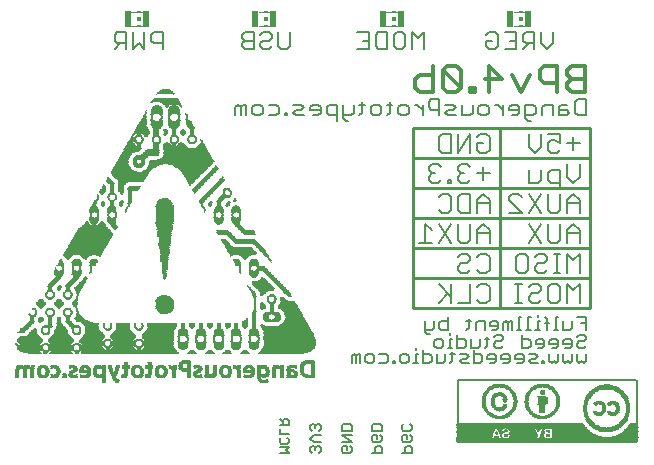
<source format=gbo>
G75*
G70*
%OFA0B0*%
%FSLAX24Y24*%
%IPPOS*%
%LPD*%
%AMOC8*
5,1,8,0,0,1.08239X$1,22.5*
%
%ADD10C,0.0080*%
%ADD11C,0.0050*%
%ADD12C,0.0070*%
%ADD13C,0.0120*%
%ADD14C,0.0060*%
%ADD15C,0.0100*%
%ADD16C,0.0040*%
%ADD17R,0.0118X0.0059*%
%ADD18R,0.0118X0.0118*%
%ADD19R,0.0236X0.0531*%
%ADD20R,0.0290X0.0010*%
%ADD21R,0.0120X0.0010*%
%ADD22R,0.0140X0.0010*%
%ADD23R,0.0310X0.0010*%
%ADD24R,0.0130X0.0010*%
%ADD25R,0.0320X0.0010*%
%ADD26R,0.0330X0.0010*%
%ADD27R,0.0160X0.0010*%
%ADD28R,0.0340X0.0010*%
%ADD29R,0.0170X0.0010*%
%ADD30R,0.0180X0.0010*%
%ADD31R,0.0080X0.0010*%
%ADD32R,0.0030X0.0010*%
%ADD33R,0.0200X0.0010*%
%ADD34R,0.0040X0.0010*%
%ADD35R,0.0020X0.0010*%
%ADD36R,0.0150X0.0010*%
%ADD37R,0.0090X0.0010*%
%ADD38R,0.0100X0.0010*%
%ADD39R,0.0110X0.0010*%
%ADD40R,0.0060X0.0010*%
%ADD41R,0.0270X0.0010*%
%ADD42R,0.0250X0.0010*%
%ADD43R,0.0230X0.0010*%
%ADD44R,0.0210X0.0010*%
%ADD45R,0.0240X0.0010*%
%ADD46R,0.0220X0.0010*%
%ADD47R,0.0190X0.0010*%
%ADD48R,0.0260X0.0010*%
%ADD49R,0.0280X0.0010*%
%ADD50R,0.0370X0.0010*%
%ADD51R,0.0300X0.0010*%
%ADD52R,0.0360X0.0010*%
%ADD53R,0.0390X0.0010*%
%ADD54R,0.0350X0.0010*%
%ADD55R,0.0400X0.0010*%
%ADD56R,0.0380X0.0010*%
%ADD57R,0.0410X0.0010*%
%ADD58R,0.0420X0.0010*%
%ADD59R,0.0430X0.0010*%
%ADD60R,0.0070X0.0010*%
%ADD61R,0.0050X0.0010*%
%ADD62R,0.0010X0.0010*%
%ADD63R,0.0620X0.0010*%
%ADD64R,0.0610X0.0010*%
%ADD65R,0.0600X0.0010*%
%ADD66R,0.0450X0.0010*%
%ADD67R,0.0440X0.0010*%
%ADD68R,0.1520X0.0010*%
%ADD69R,0.3290X0.0010*%
%ADD70R,0.0770X0.0010*%
%ADD71R,0.0470X0.0010*%
%ADD72R,0.1590X0.0010*%
%ADD73R,0.3240X0.0010*%
%ADD74R,0.0740X0.0010*%
%ADD75R,0.0560X0.0010*%
%ADD76R,0.1600X0.0010*%
%ADD77R,0.3210X0.0010*%
%ADD78R,0.0720X0.0010*%
%ADD79R,0.0580X0.0010*%
%ADD80R,0.1620X0.0010*%
%ADD81R,0.3190X0.0010*%
%ADD82R,0.0700X0.0010*%
%ADD83R,0.1630X0.0010*%
%ADD84R,0.3170X0.0010*%
%ADD85R,0.0690X0.0010*%
%ADD86R,0.1650X0.0010*%
%ADD87R,0.3160X0.0010*%
%ADD88R,0.0680X0.0010*%
%ADD89R,0.0630X0.0010*%
%ADD90R,0.1670X0.0010*%
%ADD91R,0.3150X0.0010*%
%ADD92R,0.0660X0.0010*%
%ADD93R,0.0650X0.0010*%
%ADD94R,0.1680X0.0010*%
%ADD95R,0.3120X0.0010*%
%ADD96R,0.1690X0.0010*%
%ADD97R,0.3110X0.0010*%
%ADD98R,0.3100X0.0010*%
%ADD99R,0.3220X0.0010*%
%ADD100R,0.0900X0.0010*%
%ADD101R,0.0830X0.0010*%
%ADD102R,0.1700X0.0010*%
%ADD103R,0.1110X0.0010*%
%ADD104R,0.0840X0.0010*%
%ADD105R,0.0860X0.0010*%
%ADD106R,0.0880X0.0010*%
%ADD107R,0.1100X0.0010*%
%ADD108R,0.0820X0.0010*%
%ADD109R,0.0850X0.0010*%
%ADD110R,0.1080X0.0010*%
%ADD111R,0.0800X0.0010*%
%ADD112R,0.1710X0.0010*%
%ADD113R,0.0790X0.0010*%
%ADD114R,0.1720X0.0010*%
%ADD115R,0.1060X0.0010*%
%ADD116R,0.0810X0.0010*%
%ADD117R,0.1030X0.0010*%
%ADD118R,0.0750X0.0010*%
%ADD119R,0.1730X0.0010*%
%ADD120R,0.1020X0.0010*%
%ADD121R,0.0730X0.0010*%
%ADD122R,0.1010X0.0010*%
%ADD123R,0.0710X0.0010*%
%ADD124R,0.0780X0.0010*%
%ADD125R,0.1000X0.0010*%
%ADD126R,0.0990X0.0010*%
%ADD127R,0.0670X0.0010*%
%ADD128R,0.0760X0.0010*%
%ADD129R,0.0980X0.0010*%
%ADD130R,0.0960X0.0010*%
%ADD131R,0.0870X0.0010*%
%ADD132R,0.0950X0.0010*%
%ADD133R,0.0890X0.0010*%
%ADD134R,0.1090X0.0010*%
%ADD135R,0.1070X0.0010*%
%ADD136R,0.0640X0.0010*%
%ADD137R,0.0970X0.0010*%
%ADD138R,0.1040X0.0010*%
%ADD139R,0.1050X0.0010*%
%ADD140R,0.0590X0.0010*%
%ADD141R,0.0570X0.0010*%
%ADD142R,0.0550X0.0010*%
%ADD143R,0.0530X0.0010*%
%ADD144R,0.0510X0.0010*%
%ADD145R,0.1660X0.0010*%
%ADD146R,0.0480X0.0010*%
%ADD147R,0.0460X0.0010*%
%ADD148R,0.1640X0.0010*%
%ADD149R,0.0520X0.0010*%
%ADD150R,0.0940X0.0010*%
%ADD151R,0.0930X0.0010*%
%ADD152R,0.0540X0.0010*%
%ADD153R,0.0500X0.0010*%
%ADD154R,0.1610X0.0010*%
%ADD155R,0.0490X0.0010*%
%ADD156R,0.0920X0.0010*%
%ADD157R,0.0910X0.0010*%
%ADD158R,0.1270X0.0010*%
%ADD159R,0.1260X0.0010*%
%ADD160R,0.1250X0.0010*%
%ADD161R,0.1240X0.0010*%
%ADD162R,0.1220X0.0010*%
%ADD163R,0.1200X0.0010*%
%ADD164R,0.1190X0.0010*%
%ADD165R,0.1170X0.0010*%
%ADD166R,0.1160X0.0010*%
%ADD167R,0.1150X0.0010*%
%ADD168R,0.1130X0.0010*%
%ADD169R,0.1120X0.0010*%
%ADD170R,0.1180X0.0010*%
%ADD171R,0.1230X0.0010*%
%ADD172R,0.1280X0.0010*%
%ADD173R,0.1290X0.0010*%
%ADD174R,0.1210X0.0010*%
%ADD175R,0.1300X0.0010*%
%ADD176R,0.1350X0.0010*%
%ADD177R,0.1390X0.0010*%
%ADD178R,0.1440X0.0010*%
%ADD179R,0.2100X0.0010*%
%ADD180R,0.2110X0.0010*%
%ADD181R,0.2120X0.0010*%
%ADD182R,0.2130X0.0010*%
%ADD183R,0.2140X0.0010*%
%ADD184R,0.2150X0.0010*%
%ADD185R,0.2160X0.0010*%
%ADD186R,0.2170X0.0010*%
%ADD187R,0.2090X0.0010*%
%ADD188R,0.1840X0.0010*%
%ADD189R,0.1810X0.0010*%
%ADD190R,0.1790X0.0010*%
%ADD191R,0.1750X0.0010*%
%ADD192R,0.1570X0.0010*%
%ADD193R,0.1560X0.0010*%
%ADD194R,0.1550X0.0010*%
%ADD195R,0.1540X0.0010*%
%ADD196R,0.1530X0.0010*%
%ADD197R,0.1510X0.0010*%
%ADD198R,0.1500X0.0010*%
%ADD199R,0.1490X0.0010*%
%ADD200R,0.1480X0.0010*%
%ADD201R,0.1470X0.0010*%
%ADD202R,0.1460X0.0010*%
%ADD203R,0.1450X0.0010*%
%ADD204R,0.1430X0.0010*%
%ADD205R,0.6015X0.0015*%
%ADD206R,0.6045X0.0015*%
%ADD207R,0.4395X0.0015*%
%ADD208R,0.1620X0.0015*%
%ADD209R,0.2865X0.0015*%
%ADD210R,0.0210X0.0015*%
%ADD211R,0.0975X0.0015*%
%ADD212R,0.0075X0.0015*%
%ADD213R,0.0165X0.0015*%
%ADD214R,0.1170X0.0015*%
%ADD215R,0.0180X0.0015*%
%ADD216R,0.0945X0.0015*%
%ADD217R,0.0045X0.0015*%
%ADD218R,0.1035X0.0015*%
%ADD219R,0.1785X0.0015*%
%ADD220R,0.0930X0.0015*%
%ADD221R,0.0150X0.0015*%
%ADD222R,0.0885X0.0015*%
%ADD223R,0.1650X0.0015*%
%ADD224R,0.0060X0.0015*%
%ADD225R,0.0030X0.0015*%
%ADD226R,0.0135X0.0015*%
%ADD227R,0.1185X0.0015*%
%ADD228R,0.0810X0.0015*%
%ADD229R,0.1575X0.0015*%
%ADD230R,0.0120X0.0015*%
%ADD231R,0.0915X0.0015*%
%ADD232R,0.0765X0.0015*%
%ADD233R,0.1530X0.0015*%
%ADD234R,0.1200X0.0015*%
%ADD235R,0.0735X0.0015*%
%ADD236R,0.1485X0.0015*%
%ADD237R,0.0690X0.0015*%
%ADD238R,0.1455X0.0015*%
%ADD239R,0.1110X0.0015*%
%ADD240R,0.0660X0.0015*%
%ADD241R,0.1425X0.0015*%
%ADD242R,0.1080X0.0015*%
%ADD243R,0.1215X0.0015*%
%ADD244R,0.0630X0.0015*%
%ADD245R,0.1395X0.0015*%
%ADD246R,0.0090X0.0015*%
%ADD247R,0.1020X0.0015*%
%ADD248R,0.0600X0.0015*%
%ADD249R,0.1365X0.0015*%
%ADD250R,0.0960X0.0015*%
%ADD251R,0.0585X0.0015*%
%ADD252R,0.1335X0.0015*%
%ADD253R,0.1230X0.0015*%
%ADD254R,0.0555X0.0015*%
%ADD255R,0.1320X0.0015*%
%ADD256R,0.0540X0.0015*%
%ADD257R,0.1290X0.0015*%
%ADD258R,0.0885X0.0015*%
%ADD259R,0.0225X0.0015*%
%ADD260R,0.1245X0.0015*%
%ADD261R,0.0510X0.0015*%
%ADD262R,0.0300X0.0015*%
%ADD263R,0.1275X0.0015*%
%ADD264R,0.0105X0.0015*%
%ADD265R,0.0270X0.0015*%
%ADD266R,0.0015X0.0015*%
%ADD267R,0.0495X0.0015*%
%ADD268R,0.0435X0.0015*%
%ADD269R,0.1260X0.0015*%
%ADD270R,0.0855X0.0015*%
%ADD271R,0.0480X0.0015*%
%ADD272R,0.0525X0.0015*%
%ADD273R,0.0465X0.0015*%
%ADD274R,0.0600X0.0015*%
%ADD275R,0.0450X0.0015*%
%ADD276R,0.0675X0.0015*%
%ADD277R,0.0840X0.0015*%
%ADD278R,0.0420X0.0015*%
%ADD279R,0.0735X0.0015*%
%ADD280R,0.0405X0.0015*%
%ADD281R,0.0780X0.0015*%
%ADD282R,0.0825X0.0015*%
%ADD283R,0.1155X0.0015*%
%ADD284R,0.0195X0.0015*%
%ADD285R,0.0390X0.0015*%
%ADD286R,0.2670X0.0015*%
%ADD287R,0.0375X0.0015*%
%ADD288R,0.4320X0.0015*%
%ADD289R,0.0360X0.0015*%
%ADD290R,0.0330X0.0015*%
%ADD291R,0.4305X0.0015*%
%ADD292R,0.0345X0.0015*%
%ADD293R,0.4290X0.0015*%
%ADD294R,0.0330X0.0015*%
%ADD295R,0.4275X0.0015*%
%ADD296R,0.0255X0.0015*%
%ADD297R,0.4260X0.0015*%
%ADD298R,0.0315X0.0015*%
%ADD299R,0.0240X0.0015*%
%ADD300R,0.0300X0.0015*%
%ADD301R,0.4245X0.0015*%
%ADD302R,0.0285X0.0015*%
%ADD303R,0.4230X0.0015*%
%ADD304R,0.0270X0.0015*%
%ADD305R,0.4215X0.0015*%
%ADD306R,0.0060X0.0015*%
%ADD307R,0.0360X0.0015*%
%ADD308R,0.0450X0.0015*%
%ADD309R,0.0510X0.0015*%
%ADD310R,0.0570X0.0015*%
%ADD311R,0.0555X0.0015*%
%ADD312R,0.0615X0.0015*%
%ADD313R,0.0660X0.0015*%
%ADD314R,0.0345X0.0015*%
%ADD315R,0.0390X0.0015*%
%ADD316R,0.0315X0.0015*%
%ADD317R,0.0420X0.0015*%
%ADD318R,0.0465X0.0015*%
%ADD319R,0.0375X0.0015*%
%ADD320R,0.0285X0.0015*%
%ADD321R,0.0405X0.0015*%
%ADD322R,0.0870X0.0015*%
%ADD323R,0.0720X0.0015*%
%ADD324R,0.0645X0.0015*%
%ADD325R,0.0585X0.0015*%
%ADD326R,0.0495X0.0015*%
%ADD327R,0.0540X0.0015*%
%ADD328R,0.0480X0.0015*%
%ADD329R,0.6015X0.0015*%
%ADD330R,0.5985X0.0015*%
%ADD331R,0.5955X0.0015*%
%ADD332R,0.5895X0.0015*%
D10*
X018592Y010032D02*
X018902Y010342D01*
X019006Y010239D02*
X018592Y010653D01*
X019006Y010653D02*
X019006Y010032D01*
X019237Y010032D02*
X019650Y010032D01*
X019650Y010653D01*
X019881Y010549D02*
X019984Y010653D01*
X020191Y010653D01*
X020295Y010549D01*
X020295Y010135D01*
X020191Y010032D01*
X019984Y010032D01*
X019881Y010135D01*
X021154Y010032D02*
X021361Y010032D01*
X021258Y010032D02*
X021258Y010653D01*
X021361Y010653D02*
X021154Y010653D01*
X021592Y010549D02*
X021695Y010653D01*
X021902Y010653D01*
X022006Y010549D01*
X022006Y010446D01*
X021902Y010342D01*
X021695Y010342D01*
X021592Y010239D01*
X021592Y010135D01*
X021695Y010032D01*
X021902Y010032D01*
X022006Y010135D01*
X022237Y010135D02*
X022237Y010549D01*
X022340Y010653D01*
X022547Y010653D01*
X022650Y010549D01*
X022650Y010135D01*
X022547Y010032D01*
X022340Y010032D01*
X022237Y010135D01*
X022881Y010032D02*
X022881Y010653D01*
X023088Y010446D01*
X023295Y010653D01*
X023295Y010032D01*
X023295Y011032D02*
X023295Y011653D01*
X023088Y011446D01*
X022881Y011653D01*
X022881Y011032D01*
X022650Y011032D02*
X022443Y011032D01*
X022547Y011032D02*
X022547Y011653D01*
X022650Y011653D02*
X022443Y011653D01*
X022221Y011549D02*
X022221Y011446D01*
X022117Y011342D01*
X021910Y011342D01*
X021807Y011239D01*
X021807Y011135D01*
X021910Y011032D01*
X022117Y011032D01*
X022221Y011135D01*
X021576Y011135D02*
X021473Y011032D01*
X021266Y011032D01*
X021162Y011135D01*
X021162Y011549D01*
X021266Y011653D01*
X021473Y011653D01*
X021576Y011549D01*
X021576Y011135D01*
X021807Y011549D02*
X021910Y011653D01*
X022117Y011653D01*
X022221Y011549D01*
X022340Y012032D02*
X022237Y012135D01*
X022237Y012653D01*
X022006Y012653D02*
X021592Y012032D01*
X022006Y012032D02*
X021592Y012653D01*
X021592Y013032D02*
X022006Y013653D01*
X022237Y013653D02*
X022237Y013135D01*
X022340Y013032D01*
X022547Y013032D01*
X022650Y013135D01*
X022650Y013653D01*
X022650Y013825D02*
X022650Y014446D01*
X022340Y014446D01*
X022237Y014342D01*
X022237Y014135D01*
X022340Y014032D01*
X022650Y014032D01*
X022881Y014239D02*
X022881Y014653D01*
X023295Y014653D02*
X023295Y014239D01*
X023088Y014032D01*
X022881Y014239D01*
X022006Y014135D02*
X021902Y014032D01*
X021592Y014032D01*
X021592Y014446D01*
X022006Y014446D02*
X022006Y014135D01*
X021592Y013653D02*
X022006Y013032D01*
X021361Y013032D02*
X020947Y013446D01*
X020947Y013549D01*
X021051Y013653D01*
X021258Y013653D01*
X021361Y013549D01*
X021361Y013032D02*
X020947Y013032D01*
X020295Y013032D02*
X020295Y013446D01*
X020088Y013653D01*
X019881Y013446D01*
X019881Y013032D01*
X019650Y013032D02*
X019340Y013032D01*
X019237Y013135D01*
X019237Y013549D01*
X019340Y013653D01*
X019650Y013653D01*
X019650Y013032D01*
X019881Y013342D02*
X020295Y013342D01*
X020088Y012653D02*
X019881Y012446D01*
X019881Y012032D01*
X019650Y012135D02*
X019547Y012032D01*
X019340Y012032D01*
X019237Y012135D01*
X019237Y012653D01*
X019006Y012653D02*
X018592Y012032D01*
X018361Y012032D02*
X017947Y012032D01*
X018154Y012032D02*
X018154Y012653D01*
X018361Y012446D01*
X018592Y012653D02*
X019006Y012032D01*
X019340Y011653D02*
X019547Y011653D01*
X019650Y011549D01*
X019650Y011446D01*
X019547Y011342D01*
X019340Y011342D01*
X019237Y011239D01*
X019237Y011135D01*
X019340Y011032D01*
X019547Y011032D01*
X019650Y011135D01*
X019881Y011135D02*
X019984Y011032D01*
X020191Y011032D01*
X020295Y011135D01*
X020295Y011549D01*
X020191Y011653D01*
X019984Y011653D01*
X019881Y011549D01*
X019340Y011653D02*
X019237Y011549D01*
X019650Y012135D02*
X019650Y012653D01*
X019881Y012342D02*
X020295Y012342D01*
X020295Y012446D02*
X020088Y012653D01*
X020295Y012446D02*
X020295Y012032D01*
X019006Y013135D02*
X018902Y013032D01*
X018695Y013032D01*
X018592Y013135D01*
X019006Y013135D02*
X019006Y013549D01*
X018902Y013653D01*
X018695Y013653D01*
X018592Y013549D01*
X018580Y014032D02*
X018683Y014135D01*
X018580Y014032D02*
X018373Y014032D01*
X018270Y014135D01*
X018270Y014239D01*
X018373Y014342D01*
X018477Y014342D01*
X018373Y014342D02*
X018270Y014446D01*
X018270Y014549D01*
X018373Y014653D01*
X018580Y014653D01*
X018683Y014549D01*
X019237Y014549D02*
X019340Y014653D01*
X019547Y014653D01*
X019650Y014549D01*
X019443Y014342D02*
X019340Y014342D01*
X019237Y014239D01*
X019237Y014135D01*
X019340Y014032D01*
X019547Y014032D01*
X019650Y014135D01*
X019881Y014342D02*
X020295Y014342D01*
X020088Y014549D02*
X020088Y014135D01*
X019340Y014342D02*
X019237Y014446D01*
X019237Y014549D01*
X019006Y014135D02*
X018902Y014135D01*
X018902Y014032D01*
X019006Y014032D01*
X019006Y014135D01*
X019006Y015032D02*
X018695Y015032D01*
X018592Y015135D01*
X018592Y015549D01*
X018695Y015653D01*
X019006Y015653D01*
X019006Y015032D01*
X019237Y015032D02*
X019237Y015653D01*
X019650Y015653D02*
X019237Y015032D01*
X019650Y015032D02*
X019650Y015653D01*
X019881Y015549D02*
X019984Y015653D01*
X020191Y015653D01*
X020295Y015549D01*
X020295Y015135D01*
X020191Y015032D01*
X019984Y015032D01*
X019881Y015135D01*
X019881Y015342D01*
X020088Y015342D01*
X021592Y015239D02*
X021799Y015032D01*
X022006Y015239D01*
X022006Y015653D01*
X022237Y015653D02*
X022650Y015653D01*
X022650Y015342D01*
X022443Y015446D01*
X022340Y015446D01*
X022237Y015342D01*
X022237Y015135D01*
X022340Y015032D01*
X022547Y015032D01*
X022650Y015135D01*
X022881Y015342D02*
X023295Y015342D01*
X023088Y015549D02*
X023088Y015135D01*
X021592Y015239D02*
X021592Y015653D01*
X023088Y013653D02*
X022881Y013446D01*
X022881Y013032D01*
X022881Y013342D02*
X023295Y013342D01*
X023295Y013446D02*
X023088Y013653D01*
X023295Y013446D02*
X023295Y013032D01*
X023088Y012653D02*
X022881Y012446D01*
X022881Y012032D01*
X022650Y012135D02*
X022547Y012032D01*
X022340Y012032D01*
X022650Y012135D02*
X022650Y012653D01*
X022881Y012342D02*
X023295Y012342D01*
X023295Y012446D02*
X023088Y012653D01*
X023295Y012446D02*
X023295Y012032D01*
X022201Y018482D02*
X022008Y018676D01*
X022008Y019063D01*
X021787Y019063D02*
X021497Y019063D01*
X021400Y018966D01*
X021400Y018772D01*
X021497Y018676D01*
X021787Y018676D01*
X021594Y018676D02*
X021400Y018482D01*
X021179Y018482D02*
X020792Y018482D01*
X020572Y018579D02*
X020475Y018482D01*
X020281Y018482D01*
X020185Y018579D01*
X020185Y018772D01*
X020378Y018772D01*
X020572Y018579D02*
X020572Y018966D01*
X020475Y019063D01*
X020281Y019063D01*
X020185Y018966D01*
X020792Y019063D02*
X021179Y019063D01*
X021179Y018482D01*
X021787Y018482D02*
X021787Y019063D01*
X021179Y018772D02*
X020986Y018772D01*
X022201Y018482D02*
X022395Y018676D01*
X022395Y019063D01*
X018095Y019063D02*
X018095Y018482D01*
X017708Y018482D02*
X017708Y019063D01*
X017901Y018869D01*
X018095Y019063D01*
X017487Y018966D02*
X017487Y018579D01*
X017390Y018482D01*
X017197Y018482D01*
X017100Y018579D01*
X017100Y018966D01*
X017197Y019063D01*
X017390Y019063D01*
X017487Y018966D01*
X016879Y019063D02*
X016589Y019063D01*
X016492Y018966D01*
X016492Y018579D01*
X016589Y018482D01*
X016879Y018482D01*
X016879Y019063D01*
X016272Y019063D02*
X016272Y018482D01*
X015885Y018482D01*
X016078Y018772D02*
X016272Y018772D01*
X016272Y019063D02*
X015885Y019063D01*
X013645Y019063D02*
X013645Y018579D01*
X013548Y018482D01*
X013354Y018482D01*
X013258Y018579D01*
X013258Y019063D01*
X013037Y018966D02*
X013037Y018869D01*
X012940Y018772D01*
X012747Y018772D01*
X012650Y018676D01*
X012650Y018579D01*
X012747Y018482D01*
X012940Y018482D01*
X013037Y018579D01*
X012429Y018482D02*
X012139Y018482D01*
X012042Y018579D01*
X012042Y018676D01*
X012139Y018772D01*
X012429Y018772D01*
X012429Y018482D02*
X012429Y019063D01*
X012139Y019063D01*
X012042Y018966D01*
X012042Y018869D01*
X012139Y018772D01*
X012650Y018966D02*
X012747Y019063D01*
X012940Y019063D01*
X013037Y018966D01*
X009395Y019063D02*
X009395Y018482D01*
X009395Y018676D02*
X009104Y018676D01*
X009008Y018772D01*
X009008Y018966D01*
X009104Y019063D01*
X009395Y019063D01*
X008787Y019063D02*
X008787Y018482D01*
X008594Y018676D01*
X008400Y018482D01*
X008400Y019063D01*
X008179Y019063D02*
X007889Y019063D01*
X007792Y018966D01*
X007792Y018772D01*
X007889Y018676D01*
X008179Y018676D01*
X007986Y018676D02*
X007792Y018482D01*
X008179Y018482D02*
X008179Y019063D01*
D11*
X013310Y006150D02*
X013406Y006053D01*
X013406Y006101D02*
X013406Y005956D01*
X013310Y005956D02*
X013600Y005956D01*
X013600Y006101D01*
X013552Y006150D01*
X013455Y006150D01*
X013406Y006101D01*
X013310Y005837D02*
X013310Y005643D01*
X013600Y005643D01*
X013552Y005524D02*
X013600Y005475D01*
X013600Y005378D01*
X013552Y005330D01*
X013358Y005330D01*
X013310Y005378D01*
X013310Y005475D01*
X013358Y005524D01*
X013310Y005211D02*
X013600Y005211D01*
X013503Y005114D01*
X013600Y005017D01*
X013310Y005017D01*
X014310Y005075D02*
X014368Y005017D01*
X014310Y005075D02*
X014310Y005192D01*
X014368Y005251D01*
X014426Y005251D01*
X014485Y005192D01*
X014485Y005134D01*
X014485Y005192D02*
X014543Y005251D01*
X014602Y005251D01*
X014660Y005192D01*
X014660Y005075D01*
X014602Y005017D01*
X014660Y005385D02*
X014426Y005385D01*
X014310Y005502D01*
X014426Y005619D01*
X014660Y005619D01*
X014602Y005754D02*
X014660Y005812D01*
X014660Y005929D01*
X014602Y005987D01*
X014543Y005987D01*
X014485Y005929D01*
X014426Y005987D01*
X014368Y005987D01*
X014310Y005929D01*
X014310Y005812D01*
X014368Y005754D01*
X014485Y005870D02*
X014485Y005929D01*
X015360Y005929D02*
X015418Y005987D01*
X015652Y005987D01*
X015710Y005929D01*
X015710Y005754D01*
X015360Y005754D01*
X015360Y005929D01*
X015360Y005619D02*
X015710Y005619D01*
X015710Y005385D02*
X015360Y005385D01*
X015418Y005251D02*
X015535Y005251D01*
X015535Y005134D01*
X015652Y005251D02*
X015710Y005192D01*
X015710Y005075D01*
X015652Y005017D01*
X015418Y005017D01*
X015360Y005075D01*
X015360Y005192D01*
X015418Y005251D01*
X015710Y005385D02*
X015360Y005619D01*
X016360Y005560D02*
X016360Y005444D01*
X016418Y005385D01*
X016652Y005385D01*
X016710Y005444D01*
X016710Y005560D01*
X016652Y005619D01*
X016535Y005619D02*
X016535Y005502D01*
X016535Y005619D02*
X016418Y005619D01*
X016360Y005560D01*
X016360Y005754D02*
X016360Y005929D01*
X016418Y005987D01*
X016652Y005987D01*
X016710Y005929D01*
X016710Y005754D01*
X016360Y005754D01*
X016535Y005251D02*
X016476Y005192D01*
X016476Y005017D01*
X016360Y005017D02*
X016710Y005017D01*
X016710Y005192D01*
X016652Y005251D01*
X016535Y005251D01*
X017360Y005444D02*
X017360Y005560D01*
X017418Y005619D01*
X017535Y005619D01*
X017535Y005502D01*
X017652Y005385D02*
X017418Y005385D01*
X017360Y005444D01*
X017535Y005251D02*
X017476Y005192D01*
X017476Y005017D01*
X017360Y005017D02*
X017710Y005017D01*
X017710Y005192D01*
X017652Y005251D01*
X017535Y005251D01*
X017652Y005385D02*
X017710Y005444D01*
X017710Y005560D01*
X017652Y005619D01*
X017652Y005754D02*
X017418Y005754D01*
X017360Y005812D01*
X017360Y005929D01*
X017418Y005987D01*
X017652Y005987D02*
X017710Y005929D01*
X017710Y005812D01*
X017652Y005754D01*
D12*
X015589Y016100D02*
X015500Y016100D01*
X015412Y016189D01*
X015412Y016631D01*
X015213Y016631D02*
X014948Y016631D01*
X014859Y016542D01*
X014859Y016365D01*
X014948Y016277D01*
X015213Y016277D01*
X015213Y016100D02*
X015213Y016631D01*
X015412Y016277D02*
X015677Y016277D01*
X015766Y016365D01*
X015766Y016631D01*
X015957Y016631D02*
X016134Y016631D01*
X016045Y016719D02*
X016045Y016365D01*
X015957Y016277D01*
X016333Y016365D02*
X016333Y016542D01*
X016421Y016631D01*
X016598Y016631D01*
X016686Y016542D01*
X016686Y016365D01*
X016598Y016277D01*
X016421Y016277D01*
X016333Y016365D01*
X016878Y016277D02*
X016966Y016365D01*
X016966Y016719D01*
X016878Y016631D02*
X017055Y016631D01*
X017253Y016542D02*
X017253Y016365D01*
X017342Y016277D01*
X017519Y016277D01*
X017607Y016365D01*
X017607Y016542D01*
X017519Y016631D01*
X017342Y016631D01*
X017253Y016542D01*
X017802Y016631D02*
X017891Y016631D01*
X018067Y016454D01*
X018067Y016277D02*
X018067Y016631D01*
X018266Y016719D02*
X018266Y016542D01*
X018355Y016454D01*
X018620Y016454D01*
X018620Y016277D02*
X018620Y016807D01*
X018355Y016807D01*
X018266Y016719D01*
X018819Y016631D02*
X019084Y016631D01*
X019172Y016542D01*
X019084Y016454D01*
X018907Y016454D01*
X018819Y016365D01*
X018907Y016277D01*
X019172Y016277D01*
X019371Y016277D02*
X019371Y016631D01*
X019725Y016631D02*
X019725Y016365D01*
X019636Y016277D01*
X019371Y016277D01*
X019924Y016365D02*
X019924Y016542D01*
X020012Y016631D01*
X020189Y016631D01*
X020277Y016542D01*
X020277Y016365D01*
X020189Y016277D01*
X020012Y016277D01*
X019924Y016365D01*
X020472Y016631D02*
X020561Y016631D01*
X020738Y016454D01*
X020738Y016277D02*
X020738Y016631D01*
X020936Y016542D02*
X020936Y016454D01*
X021290Y016454D01*
X021290Y016542D02*
X021202Y016631D01*
X021025Y016631D01*
X020936Y016542D01*
X021025Y016277D02*
X021202Y016277D01*
X021290Y016365D01*
X021290Y016542D01*
X021489Y016631D02*
X021754Y016631D01*
X021842Y016542D01*
X021842Y016365D01*
X021754Y016277D01*
X021489Y016277D01*
X021489Y016189D02*
X021489Y016631D01*
X022041Y016542D02*
X022041Y016277D01*
X022041Y016542D02*
X022130Y016631D01*
X022395Y016631D01*
X022395Y016277D01*
X022594Y016277D02*
X022859Y016277D01*
X022947Y016365D01*
X022859Y016454D01*
X022594Y016454D01*
X022594Y016542D02*
X022594Y016277D01*
X022594Y016542D02*
X022682Y016631D01*
X022859Y016631D01*
X023146Y016719D02*
X023146Y016365D01*
X023235Y016277D01*
X023500Y016277D01*
X023500Y016807D01*
X023235Y016807D01*
X023146Y016719D01*
X021666Y016100D02*
X021577Y016100D01*
X021489Y016189D01*
X014661Y016365D02*
X014661Y016542D01*
X014572Y016631D01*
X014395Y016631D01*
X014307Y016542D01*
X014307Y016454D01*
X014661Y016454D01*
X014661Y016365D02*
X014572Y016277D01*
X014395Y016277D01*
X014108Y016277D02*
X013843Y016277D01*
X013755Y016365D01*
X013843Y016454D01*
X014020Y016454D01*
X014108Y016542D01*
X014020Y016631D01*
X013755Y016631D01*
X013556Y016365D02*
X013467Y016365D01*
X013467Y016277D01*
X013556Y016277D01*
X013556Y016365D01*
X013280Y016365D02*
X013280Y016542D01*
X013191Y016631D01*
X012926Y016631D01*
X012727Y016542D02*
X012727Y016365D01*
X012639Y016277D01*
X012462Y016277D01*
X012374Y016365D01*
X012374Y016542D01*
X012462Y016631D01*
X012639Y016631D01*
X012727Y016542D01*
X012926Y016277D02*
X013191Y016277D01*
X013280Y016365D01*
X012175Y016277D02*
X012175Y016631D01*
X012086Y016631D01*
X011998Y016542D01*
X011909Y016631D01*
X011821Y016542D01*
X011821Y016277D01*
X011998Y016277D02*
X011998Y016542D01*
D13*
X017823Y017199D02*
X017823Y017492D01*
X017970Y017639D01*
X018411Y017639D01*
X018411Y017933D02*
X018411Y017052D01*
X017970Y017052D01*
X017823Y017199D01*
X018744Y017199D02*
X018891Y017052D01*
X019185Y017052D01*
X019331Y017199D01*
X018744Y017786D01*
X018744Y017199D01*
X019331Y017199D02*
X019331Y017786D01*
X019185Y017933D01*
X018891Y017933D01*
X018744Y017786D01*
X019645Y017199D02*
X019645Y017052D01*
X019792Y017052D01*
X019792Y017199D01*
X019645Y017199D01*
X020125Y017492D02*
X020712Y017492D01*
X020272Y017933D01*
X020272Y017052D01*
X021046Y017639D02*
X021340Y017052D01*
X021633Y017639D01*
X021967Y017492D02*
X022114Y017346D01*
X022554Y017346D01*
X022554Y017052D02*
X022554Y017933D01*
X022114Y017933D01*
X021967Y017786D01*
X021967Y017492D01*
X022888Y017346D02*
X022888Y017199D01*
X023034Y017052D01*
X023475Y017052D01*
X023475Y017933D01*
X023034Y017933D01*
X022888Y017786D01*
X022888Y017639D01*
X023034Y017492D01*
X023475Y017492D01*
X023034Y017492D02*
X022888Y017346D01*
D14*
X021897Y009636D02*
X021897Y009562D01*
X021897Y009416D02*
X021897Y009122D01*
X021970Y009122D02*
X021823Y009122D01*
X021663Y009122D02*
X021517Y009122D01*
X021590Y009122D02*
X021590Y009562D01*
X021663Y009562D01*
X021897Y009416D02*
X021970Y009416D01*
X022130Y009342D02*
X022277Y009342D01*
X022204Y009489D02*
X022204Y009122D01*
X022437Y009122D02*
X022584Y009122D01*
X022511Y009122D02*
X022511Y009562D01*
X022584Y009562D01*
X022751Y009416D02*
X022751Y009122D01*
X022971Y009122D01*
X023044Y009195D01*
X023044Y009416D01*
X023211Y009562D02*
X023505Y009562D01*
X023505Y009122D01*
X023431Y008962D02*
X023505Y008889D01*
X023505Y008816D01*
X023431Y008742D01*
X023285Y008742D01*
X023211Y008669D01*
X023211Y008595D01*
X023285Y008522D01*
X023431Y008522D01*
X023505Y008595D01*
X023505Y008316D02*
X023505Y008095D01*
X023431Y008022D01*
X023358Y008095D01*
X023285Y008022D01*
X023211Y008095D01*
X023211Y008316D01*
X023044Y008316D02*
X023044Y008095D01*
X022971Y008022D01*
X022898Y008095D01*
X022824Y008022D01*
X022751Y008095D01*
X022751Y008316D01*
X022584Y008316D02*
X022584Y008095D01*
X022511Y008022D01*
X022437Y008095D01*
X022364Y008022D01*
X022290Y008095D01*
X022290Y008316D01*
X022364Y008522D02*
X022511Y008522D01*
X022584Y008595D01*
X022584Y008742D01*
X022511Y008816D01*
X022364Y008816D01*
X022290Y008742D01*
X022290Y008669D01*
X022584Y008669D01*
X022751Y008669D02*
X022751Y008742D01*
X022824Y008816D01*
X022971Y008816D01*
X023044Y008742D01*
X023044Y008595D01*
X022971Y008522D01*
X022824Y008522D01*
X022751Y008669D02*
X023044Y008669D01*
X023211Y008889D02*
X023285Y008962D01*
X023431Y008962D01*
X023358Y009342D02*
X023505Y009342D01*
X022204Y009489D02*
X022130Y009562D01*
X021356Y009562D02*
X021283Y009562D01*
X021283Y009122D01*
X021356Y009122D02*
X021210Y009122D01*
X021050Y009122D02*
X021050Y009416D01*
X020976Y009416D01*
X020903Y009342D01*
X020829Y009416D01*
X020756Y009342D01*
X020756Y009122D01*
X020903Y009122D02*
X020903Y009342D01*
X020589Y009342D02*
X020516Y009416D01*
X020369Y009416D01*
X020296Y009342D01*
X020296Y009269D01*
X020589Y009269D01*
X020589Y009342D02*
X020589Y009195D01*
X020516Y009122D01*
X020369Y009122D01*
X020522Y008962D02*
X020669Y008962D01*
X020743Y008889D01*
X020743Y008816D01*
X020669Y008742D01*
X020522Y008742D01*
X020449Y008669D01*
X020449Y008595D01*
X020522Y008522D01*
X020669Y008522D01*
X020743Y008595D01*
X020753Y008316D02*
X020679Y008242D01*
X020679Y008169D01*
X020973Y008169D01*
X020973Y008242D02*
X020973Y008095D01*
X020899Y008022D01*
X020753Y008022D01*
X020512Y008095D02*
X020512Y008242D01*
X020439Y008316D01*
X020292Y008316D01*
X020219Y008242D01*
X020219Y008169D01*
X020512Y008169D01*
X020512Y008095D02*
X020439Y008022D01*
X020292Y008022D01*
X020052Y008095D02*
X020052Y008242D01*
X019979Y008316D01*
X019759Y008316D01*
X019759Y008462D02*
X019759Y008022D01*
X019979Y008022D01*
X020052Y008095D01*
X019592Y008022D02*
X019372Y008022D01*
X019298Y008095D01*
X019372Y008169D01*
X019518Y008169D01*
X019592Y008242D01*
X019518Y008316D01*
X019298Y008316D01*
X019131Y008316D02*
X018985Y008316D01*
X019058Y008389D02*
X019058Y008095D01*
X018985Y008022D01*
X018824Y008095D02*
X018751Y008022D01*
X018531Y008022D01*
X018531Y008316D01*
X018364Y008242D02*
X018291Y008316D01*
X018071Y008316D01*
X018071Y008462D02*
X018071Y008022D01*
X018291Y008022D01*
X018364Y008095D01*
X018364Y008242D01*
X018528Y008522D02*
X018454Y008595D01*
X018454Y008742D01*
X018528Y008816D01*
X018674Y008816D01*
X018748Y008742D01*
X018748Y008595D01*
X018674Y008522D01*
X018528Y008522D01*
X018824Y008316D02*
X018824Y008095D01*
X018908Y008522D02*
X019055Y008522D01*
X018981Y008522D02*
X018981Y008816D01*
X019055Y008816D01*
X018981Y008962D02*
X018981Y009036D01*
X018901Y009122D02*
X018681Y009122D01*
X018608Y009195D01*
X018608Y009342D01*
X018681Y009416D01*
X018901Y009416D01*
X018901Y009562D02*
X018901Y009122D01*
X019221Y008962D02*
X019221Y008522D01*
X019442Y008522D01*
X019515Y008595D01*
X019515Y008742D01*
X019442Y008816D01*
X019221Y008816D01*
X019522Y009122D02*
X019595Y009195D01*
X019595Y009489D01*
X019669Y009416D02*
X019522Y009416D01*
X019835Y009342D02*
X019835Y009122D01*
X019835Y009342D02*
X019909Y009416D01*
X020129Y009416D01*
X020129Y009122D01*
X020209Y008889D02*
X020209Y008595D01*
X020135Y008522D01*
X019975Y008595D02*
X019902Y008522D01*
X019682Y008522D01*
X019682Y008816D01*
X019975Y008816D02*
X019975Y008595D01*
X020135Y008816D02*
X020282Y008816D01*
X020449Y008889D02*
X020522Y008962D01*
X021370Y008962D02*
X021370Y008522D01*
X021590Y008522D01*
X021663Y008595D01*
X021663Y008742D01*
X021590Y008816D01*
X021370Y008816D01*
X021830Y008742D02*
X021830Y008669D01*
X022124Y008669D01*
X022124Y008742D02*
X022124Y008595D01*
X022050Y008522D01*
X021904Y008522D01*
X021820Y008316D02*
X021600Y008316D01*
X021673Y008169D02*
X021820Y008169D01*
X021894Y008242D01*
X021820Y008316D01*
X021673Y008169D02*
X021600Y008095D01*
X021673Y008022D01*
X021894Y008022D01*
X022050Y008022D02*
X022124Y008022D01*
X022124Y008095D01*
X022050Y008095D01*
X022050Y008022D01*
X021433Y008095D02*
X021433Y008242D01*
X021360Y008316D01*
X021213Y008316D01*
X021140Y008242D01*
X021140Y008169D01*
X021433Y008169D01*
X021433Y008095D02*
X021360Y008022D01*
X021213Y008022D01*
X020973Y008242D02*
X020899Y008316D01*
X020753Y008316D01*
X021830Y008742D02*
X021904Y008816D01*
X022050Y008816D01*
X022124Y008742D01*
X018441Y009195D02*
X018368Y009122D01*
X018147Y009122D01*
X018147Y009049D02*
X018221Y008975D01*
X018294Y008975D01*
X018147Y009049D02*
X018147Y009416D01*
X018441Y009416D02*
X018441Y009195D01*
X017830Y008536D02*
X017830Y008462D01*
X017830Y008316D02*
X017830Y008022D01*
X017757Y008022D02*
X017904Y008022D01*
X017904Y008316D02*
X017830Y008316D01*
X017597Y008242D02*
X017597Y008095D01*
X017524Y008022D01*
X017377Y008022D01*
X017303Y008095D01*
X017303Y008242D01*
X017377Y008316D01*
X017524Y008316D01*
X017597Y008242D01*
X017137Y008095D02*
X017063Y008095D01*
X017063Y008022D01*
X017137Y008022D01*
X017137Y008095D01*
X016906Y008095D02*
X016906Y008242D01*
X016833Y008316D01*
X016613Y008316D01*
X016446Y008242D02*
X016446Y008095D01*
X016373Y008022D01*
X016226Y008022D01*
X016152Y008095D01*
X016152Y008242D01*
X016226Y008316D01*
X016373Y008316D01*
X016446Y008242D01*
X016613Y008022D02*
X016833Y008022D01*
X016906Y008095D01*
X015986Y008022D02*
X015986Y008316D01*
X015912Y008316D01*
X015839Y008242D01*
X015766Y008316D01*
X015692Y008242D01*
X015692Y008022D01*
X015839Y008022D02*
X015839Y008242D01*
D15*
X017735Y009842D02*
X017735Y015842D01*
X020635Y015842D01*
X020635Y009842D01*
X017735Y009842D01*
X017735Y010842D02*
X023635Y010842D01*
X023635Y009842D02*
X023635Y015842D01*
X020635Y015842D01*
X017735Y014842D02*
X023635Y014842D01*
X023635Y013842D02*
X017735Y013842D01*
X017735Y012842D02*
X023635Y012842D01*
X023635Y011842D02*
X017735Y011842D01*
X020635Y009842D02*
X023635Y009842D01*
D16*
X021462Y019246D02*
X021108Y019246D01*
X021098Y019738D02*
X021462Y019738D01*
X017212Y019738D02*
X016848Y019738D01*
X016858Y019246D02*
X017212Y019246D01*
X012962Y019246D02*
X012608Y019246D01*
X012598Y019738D02*
X012962Y019738D01*
X008712Y019738D02*
X008348Y019738D01*
X008358Y019246D02*
X008712Y019246D01*
D17*
X008594Y019256D03*
X008594Y019728D03*
X012844Y019728D03*
X012844Y019256D03*
X017094Y019256D03*
X017094Y019728D03*
X021344Y019728D03*
X021344Y019256D03*
D18*
X021344Y019492D03*
X017094Y019492D03*
X012844Y019492D03*
X008594Y019492D03*
D19*
X008830Y019492D03*
X008239Y019492D03*
X012489Y019492D03*
X013080Y019492D03*
X016739Y019492D03*
X017330Y019492D03*
X020989Y019492D03*
X021580Y019492D03*
D20*
X011849Y013148D03*
X011259Y013148D03*
X011259Y012728D03*
X011849Y012728D03*
X011849Y012738D03*
X011639Y011858D03*
X012439Y011388D03*
X012439Y011378D03*
X012439Y011368D03*
X012689Y011168D03*
X012439Y010958D03*
X012439Y010948D03*
X012719Y010748D03*
X012759Y010408D03*
X012439Y009088D03*
X011849Y009088D03*
X011269Y008518D03*
X010669Y008518D03*
X010079Y008518D03*
X010079Y008528D03*
X010079Y009088D03*
X009459Y009678D03*
X006609Y009498D03*
X005939Y009948D03*
X005939Y010018D03*
X005349Y010018D03*
X005349Y009948D03*
X005569Y009248D03*
X005069Y008968D03*
X006819Y007878D03*
X006419Y007578D03*
X006419Y007568D03*
X005819Y007588D03*
X005819Y007598D03*
X005809Y007578D03*
X008559Y007548D03*
X008549Y007888D03*
X009349Y007548D03*
X010189Y007738D03*
X010569Y007588D03*
X010579Y007568D03*
X011489Y007888D03*
X012269Y007878D03*
X012239Y007538D03*
X012779Y007368D03*
X013679Y007758D03*
X013729Y007888D03*
X009459Y011598D03*
X009459Y011608D03*
X009459Y011618D03*
X009459Y011628D03*
X009459Y011638D03*
X009459Y011648D03*
X009459Y011658D03*
X007719Y012728D03*
X007119Y012728D03*
X007119Y012738D03*
X007119Y013148D03*
X008829Y014378D03*
X009059Y014568D03*
X008339Y015268D03*
X008719Y015928D03*
X008719Y015938D03*
X010019Y015248D03*
X010679Y015208D03*
X010349Y014098D03*
X006529Y011378D03*
X006529Y010958D03*
X005939Y010958D03*
X005939Y010948D03*
D21*
X004554Y007518D03*
X004554Y007528D03*
X004554Y007538D03*
X004554Y007548D03*
X004554Y007558D03*
X004554Y007568D03*
X004554Y007578D03*
X004554Y007588D03*
X004554Y007598D03*
X004554Y007608D03*
X004554Y007618D03*
X004554Y007628D03*
X004554Y007638D03*
X004554Y007648D03*
X004554Y007658D03*
X004554Y007668D03*
X004554Y007678D03*
X004554Y007688D03*
X004554Y007698D03*
X004554Y007708D03*
X004554Y007718D03*
X004554Y007728D03*
X004554Y007738D03*
X004554Y007748D03*
X004554Y007758D03*
X004554Y007768D03*
X004554Y007778D03*
X004554Y007788D03*
X006124Y007638D03*
X006324Y007638D03*
X006324Y007628D03*
X006324Y007618D03*
X006684Y007778D03*
X006684Y007788D03*
X006694Y007798D03*
X006694Y007808D03*
X006704Y007828D03*
X006944Y007808D03*
X006944Y007798D03*
X006954Y007788D03*
X006954Y007778D03*
X006954Y007768D03*
X006954Y007678D03*
X006954Y007668D03*
X006954Y007658D03*
X007254Y007928D03*
X007444Y007888D03*
X007444Y007878D03*
X007654Y007828D03*
X007664Y007798D03*
X007664Y007788D03*
X007674Y007778D03*
X007674Y007768D03*
X007674Y007758D03*
X007674Y007748D03*
X007684Y007728D03*
X007684Y007718D03*
X007694Y007698D03*
X007704Y007668D03*
X007834Y007688D03*
X007864Y007778D03*
X007874Y007368D03*
X008974Y007658D03*
X008974Y007668D03*
X008974Y007678D03*
X008974Y007688D03*
X008974Y007698D03*
X008974Y007708D03*
X008974Y007718D03*
X008974Y007728D03*
X008974Y007738D03*
X008974Y007748D03*
X008974Y007758D03*
X008974Y007768D03*
X008974Y007778D03*
X008974Y007788D03*
X008974Y007798D03*
X008974Y007808D03*
X008974Y007818D03*
X008974Y007828D03*
X008974Y007938D03*
X008974Y007948D03*
X008974Y007958D03*
X008974Y007968D03*
X008974Y007978D03*
X008974Y007988D03*
X008974Y007998D03*
X009664Y007888D03*
X009664Y007878D03*
X010484Y007638D03*
X010484Y007618D03*
X010484Y007608D03*
X010594Y007508D03*
X010864Y007528D03*
X010864Y007538D03*
X010864Y007548D03*
X011134Y007678D03*
X011134Y007688D03*
X011134Y007698D03*
X011134Y007708D03*
X011134Y007718D03*
X011134Y007728D03*
X011134Y007738D03*
X011134Y007748D03*
X011134Y007758D03*
X011134Y007768D03*
X011134Y007778D03*
X011134Y007788D03*
X011134Y007798D03*
X011134Y007808D03*
X011134Y007818D03*
X011134Y007828D03*
X011134Y007838D03*
X011134Y007848D03*
X011134Y007858D03*
X011134Y007868D03*
X011134Y007878D03*
X011134Y007888D03*
X011134Y007898D03*
X011134Y007908D03*
X011134Y007918D03*
X011804Y007888D03*
X011944Y007888D03*
X011944Y007878D03*
X011944Y007868D03*
X011944Y007898D03*
X011934Y007748D03*
X011934Y007738D03*
X011934Y007728D03*
X011934Y007718D03*
X011934Y007708D03*
X011934Y007698D03*
X011934Y007688D03*
X011934Y007678D03*
X011934Y007668D03*
X011934Y007658D03*
X011934Y007648D03*
X011934Y007638D03*
X011934Y007628D03*
X011934Y007618D03*
X011934Y007608D03*
X011934Y007598D03*
X011934Y007588D03*
X011934Y007578D03*
X011934Y007568D03*
X011934Y007558D03*
X011934Y007548D03*
X011934Y007538D03*
X012134Y007768D03*
X012134Y007778D03*
X012134Y007788D03*
X012144Y007798D03*
X012144Y007808D03*
X012154Y007828D03*
X012384Y007818D03*
X012394Y007808D03*
X012394Y007798D03*
X012404Y007788D03*
X012404Y007778D03*
X012404Y007768D03*
X012404Y007668D03*
X012404Y007658D03*
X012614Y007518D03*
X012614Y007508D03*
X013104Y007518D03*
X013584Y007518D03*
X013584Y007528D03*
X013594Y007538D03*
X012604Y007898D03*
X012144Y008418D03*
X011554Y008418D03*
X011264Y008458D03*
X010964Y008408D03*
X010674Y008458D03*
X010374Y008408D03*
X010084Y008458D03*
X010204Y008908D03*
X009964Y008918D03*
X010374Y009188D03*
X010554Y008908D03*
X010794Y008908D03*
X010964Y009188D03*
X011384Y008908D03*
X011564Y009188D03*
X011964Y008918D03*
X012154Y009188D03*
X012174Y009418D03*
X012454Y009698D03*
X012714Y009978D03*
X012454Y010248D03*
X012454Y010258D03*
X012454Y010268D03*
X012424Y010348D03*
X012414Y010358D03*
X012714Y010288D03*
X012714Y010278D03*
X013384Y010168D03*
X013644Y010218D03*
X012534Y011258D03*
X012844Y011608D03*
X012834Y011618D03*
X012824Y011638D03*
X011944Y012848D03*
X011854Y013238D03*
X011594Y013358D03*
X011564Y013278D03*
X011164Y013028D03*
X010974Y013278D03*
X010994Y013348D03*
X010694Y013358D03*
X010474Y013738D03*
X010324Y013988D03*
X011164Y014518D03*
X011384Y014138D03*
X010024Y015328D03*
X010084Y015628D03*
X010084Y015638D03*
X010234Y016088D03*
X009924Y016088D03*
X009644Y016088D03*
X009334Y016088D03*
X009054Y016088D03*
X008804Y016218D03*
X009544Y016568D03*
X008324Y015378D03*
X007444Y013868D03*
X007444Y013858D03*
X007364Y013648D03*
X007134Y013338D03*
X007134Y013328D03*
X007134Y013318D03*
X007214Y013038D03*
X007214Y012848D03*
X007374Y012688D03*
X007624Y012848D03*
X007804Y012848D03*
X007804Y013038D03*
X007624Y013038D03*
X008034Y013388D03*
X008294Y013358D03*
X008294Y013348D03*
X008034Y013688D03*
X006874Y012688D03*
X006824Y011498D03*
X006624Y011258D03*
X006234Y011498D03*
X006014Y011388D03*
X006034Y011258D03*
X005964Y010538D03*
X006584Y010388D03*
X006584Y010378D03*
X006484Y010058D03*
X006484Y009918D03*
X006484Y009908D03*
X006584Y009618D03*
X006414Y009178D03*
X010654Y007828D03*
X012564Y008698D03*
D22*
X012554Y008688D03*
X012334Y008688D03*
X012444Y008458D03*
X011954Y008688D03*
X012154Y009198D03*
X012444Y009198D03*
X012444Y009188D03*
X012444Y009178D03*
X012444Y009168D03*
X012444Y009158D03*
X012444Y009208D03*
X012444Y009218D03*
X012444Y009228D03*
X012444Y009238D03*
X012444Y009248D03*
X012444Y009258D03*
X012444Y009268D03*
X012444Y009278D03*
X012444Y009288D03*
X012444Y009298D03*
X012444Y009308D03*
X012444Y009318D03*
X012444Y009328D03*
X012444Y009338D03*
X012444Y009348D03*
X012444Y009358D03*
X012444Y009368D03*
X012444Y009378D03*
X012444Y009388D03*
X012444Y009398D03*
X012444Y009408D03*
X012444Y009418D03*
X012444Y009428D03*
X012444Y009438D03*
X012444Y009448D03*
X012444Y009458D03*
X012444Y009468D03*
X012444Y009478D03*
X012444Y009488D03*
X012444Y009498D03*
X012444Y009508D03*
X012444Y009518D03*
X012444Y009528D03*
X012444Y009538D03*
X012444Y009548D03*
X012444Y009558D03*
X012444Y009568D03*
X012444Y009578D03*
X012444Y009588D03*
X012444Y009598D03*
X012444Y009608D03*
X012444Y009618D03*
X012444Y009628D03*
X012444Y009638D03*
X012444Y009648D03*
X012444Y009658D03*
X012444Y009668D03*
X012724Y009958D03*
X013034Y009958D03*
X013034Y009948D03*
X013034Y009938D03*
X013034Y009928D03*
X013034Y009918D03*
X013034Y009908D03*
X013034Y009898D03*
X013034Y009888D03*
X013034Y009878D03*
X013034Y009868D03*
X013034Y009858D03*
X013034Y009848D03*
X013034Y009838D03*
X013034Y009828D03*
X013034Y009818D03*
X013034Y009808D03*
X013034Y009798D03*
X013034Y009788D03*
X013034Y009778D03*
X013034Y009768D03*
X013034Y009758D03*
X013034Y009748D03*
X013034Y009738D03*
X013034Y009728D03*
X013034Y009718D03*
X013034Y009708D03*
X013034Y009968D03*
X013034Y009978D03*
X013394Y010148D03*
X013604Y010268D03*
X013624Y010248D03*
X013034Y010288D03*
X012724Y010308D03*
X012444Y010308D03*
X012434Y010328D03*
X012734Y010808D03*
X012354Y011068D03*
X012814Y011648D03*
X012804Y011658D03*
X012794Y011668D03*
X011414Y012128D03*
X011404Y012138D03*
X011264Y012648D03*
X011264Y013238D03*
X011264Y013248D03*
X011264Y013258D03*
X011264Y013268D03*
X011264Y013278D03*
X011264Y013288D03*
X011264Y013298D03*
X011264Y013308D03*
X011264Y013318D03*
X011264Y013328D03*
X011264Y013338D03*
X011264Y013348D03*
X010984Y013328D03*
X010984Y013318D03*
X010974Y013298D03*
X010974Y013288D03*
X010694Y013368D03*
X010474Y013748D03*
X011384Y014128D03*
X011554Y013828D03*
X011594Y013348D03*
X011564Y013298D03*
X011164Y014508D03*
X010704Y015308D03*
X010374Y015308D03*
X010374Y015608D03*
X010374Y015618D03*
X010374Y015628D03*
X010374Y015638D03*
X010374Y015648D03*
X010374Y015658D03*
X010374Y015668D03*
X010374Y015678D03*
X010374Y015688D03*
X010374Y015698D03*
X010374Y015708D03*
X010374Y015718D03*
X010374Y015728D03*
X010374Y015738D03*
X010374Y015748D03*
X010374Y015758D03*
X010374Y015768D03*
X010374Y015778D03*
X010374Y015788D03*
X010374Y015798D03*
X010374Y015808D03*
X010244Y016078D03*
X009914Y016318D03*
X009784Y016578D03*
X009784Y016588D03*
X009784Y016598D03*
X009784Y016608D03*
X009784Y016618D03*
X009784Y016628D03*
X009934Y016628D03*
X009544Y016588D03*
X009544Y016578D03*
X009194Y016578D03*
X008794Y016198D03*
X008794Y016188D03*
X008794Y016178D03*
X008594Y015658D03*
X008594Y015648D03*
X008594Y015638D03*
X008594Y015628D03*
X008594Y015618D03*
X008594Y015298D03*
X008594Y015288D03*
X008594Y015278D03*
X008594Y015268D03*
X008594Y015258D03*
X008594Y015248D03*
X008734Y014758D03*
X008744Y014748D03*
X008744Y014738D03*
X008744Y014728D03*
X008744Y014718D03*
X008744Y014708D03*
X008744Y014698D03*
X008744Y014688D03*
X008604Y014518D03*
X008474Y014668D03*
X008464Y014678D03*
X008464Y014688D03*
X008464Y014748D03*
X007604Y014118D03*
X007714Y013948D03*
X007714Y013938D03*
X007714Y013928D03*
X007714Y013918D03*
X007714Y013908D03*
X007714Y013898D03*
X007714Y013888D03*
X007714Y013878D03*
X007714Y013868D03*
X007714Y013858D03*
X007714Y013848D03*
X007714Y013838D03*
X007714Y013828D03*
X007714Y013818D03*
X007714Y013808D03*
X007714Y013798D03*
X007714Y013788D03*
X007714Y013778D03*
X007714Y013768D03*
X007714Y013758D03*
X007714Y013748D03*
X007714Y013738D03*
X007714Y013728D03*
X007714Y013718D03*
X007714Y013708D03*
X007714Y013698D03*
X007714Y013688D03*
X007714Y013678D03*
X007714Y013388D03*
X007714Y013378D03*
X007714Y013368D03*
X007714Y013358D03*
X007714Y013348D03*
X007714Y013338D03*
X007714Y013328D03*
X007714Y013318D03*
X007714Y013308D03*
X007714Y013298D03*
X007714Y013288D03*
X007714Y013278D03*
X007714Y013268D03*
X007714Y013258D03*
X007714Y013248D03*
X007714Y013238D03*
X007424Y013288D03*
X007124Y013288D03*
X007124Y013278D03*
X007124Y013268D03*
X007124Y013258D03*
X007124Y013248D03*
X007124Y013238D03*
X007124Y013298D03*
X007434Y013818D03*
X007434Y013828D03*
X008024Y013708D03*
X008304Y013708D03*
X008304Y013698D03*
X008304Y013688D03*
X008304Y013678D03*
X008304Y013668D03*
X008304Y013658D03*
X008304Y013648D03*
X008304Y013638D03*
X008304Y013628D03*
X008304Y013618D03*
X008304Y013608D03*
X008304Y013598D03*
X008304Y013588D03*
X008304Y013578D03*
X008304Y013568D03*
X008304Y013558D03*
X008304Y013548D03*
X008304Y013538D03*
X008304Y013528D03*
X008304Y013518D03*
X008304Y013508D03*
X008304Y013498D03*
X008304Y013488D03*
X008304Y013478D03*
X008304Y013468D03*
X008304Y013458D03*
X008304Y013448D03*
X008304Y013438D03*
X008304Y013428D03*
X008304Y013418D03*
X008304Y013408D03*
X008304Y013398D03*
X008304Y013388D03*
X008304Y013378D03*
X008024Y013358D03*
X008014Y013288D03*
X008304Y013718D03*
X008304Y013728D03*
X008304Y013738D03*
X008304Y013748D03*
X009454Y013488D03*
X007804Y012518D03*
X007374Y012668D03*
X007124Y012628D03*
X007124Y012618D03*
X007124Y012608D03*
X007124Y012598D03*
X006874Y012658D03*
X006874Y012668D03*
X006824Y011508D03*
X006534Y011458D03*
X006234Y011508D03*
X006014Y011368D03*
X005854Y011068D03*
X005954Y010518D03*
X005944Y010478D03*
X005944Y010468D03*
X006234Y010468D03*
X006234Y010458D03*
X006234Y010448D03*
X006234Y010438D03*
X006234Y010478D03*
X006234Y010488D03*
X006234Y010498D03*
X006234Y010508D03*
X006234Y010518D03*
X006234Y010528D03*
X006234Y010538D03*
X006594Y010408D03*
X006474Y010038D03*
X006474Y009938D03*
X006234Y009838D03*
X006594Y009588D03*
X006234Y009538D03*
X006234Y009528D03*
X006234Y009518D03*
X006234Y009508D03*
X006234Y009498D03*
X006234Y009488D03*
X006234Y009478D03*
X006234Y009468D03*
X006234Y009458D03*
X006234Y009448D03*
X006234Y009438D03*
X006414Y009188D03*
X006534Y008948D03*
X006534Y008658D03*
X006394Y007928D03*
X006494Y007788D03*
X006334Y007658D03*
X006334Y007598D03*
X006124Y007608D03*
X006124Y007618D03*
X006124Y007548D03*
X005924Y007658D03*
X005924Y007668D03*
X005924Y007678D03*
X005914Y007648D03*
X005924Y007768D03*
X005914Y007788D03*
X005544Y007788D03*
X005544Y007798D03*
X005544Y007808D03*
X005534Y007818D03*
X005404Y007928D03*
X005284Y007808D03*
X005274Y007798D03*
X005274Y007788D03*
X005264Y007778D03*
X005264Y007768D03*
X005264Y007668D03*
X005274Y007638D03*
X005284Y007628D03*
X005534Y007618D03*
X005544Y007638D03*
X005544Y007648D03*
X005044Y007788D03*
X005044Y007798D03*
X004874Y007918D03*
X004634Y007918D03*
X004564Y007818D03*
X005494Y008658D03*
X005134Y009108D03*
X005044Y009428D03*
X005044Y009438D03*
X005044Y009448D03*
X005044Y009458D03*
X005044Y009468D03*
X005044Y009478D03*
X005044Y009488D03*
X005044Y009498D03*
X005044Y009508D03*
X005044Y009518D03*
X005044Y009528D03*
X005644Y009838D03*
X006814Y010808D03*
X006824Y010818D03*
X006444Y011068D03*
X007124Y011458D03*
X009454Y011038D03*
X009454Y011028D03*
X009454Y011018D03*
X009454Y011008D03*
X009454Y010998D03*
X009454Y010258D03*
X010084Y009318D03*
X010084Y009308D03*
X010084Y009298D03*
X010084Y009288D03*
X010084Y009278D03*
X010084Y009268D03*
X010084Y009258D03*
X010084Y009248D03*
X010084Y009238D03*
X010084Y009228D03*
X010084Y009218D03*
X010084Y009208D03*
X010084Y009198D03*
X010084Y009188D03*
X010084Y009178D03*
X010084Y009168D03*
X010084Y009158D03*
X010194Y008918D03*
X010194Y008688D03*
X009974Y008688D03*
X010564Y008688D03*
X010784Y008688D03*
X011154Y008688D03*
X011374Y008688D03*
X011264Y009148D03*
X011264Y009158D03*
X011264Y009168D03*
X011264Y009178D03*
X011264Y009188D03*
X011264Y009198D03*
X011264Y009208D03*
X011264Y009218D03*
X011264Y009228D03*
X011264Y009238D03*
X011264Y009248D03*
X011264Y009258D03*
X011264Y009268D03*
X011264Y009278D03*
X011264Y009288D03*
X011264Y009298D03*
X011264Y009308D03*
X011264Y009318D03*
X010674Y009318D03*
X010674Y009308D03*
X010674Y009298D03*
X010674Y009288D03*
X010674Y009278D03*
X010674Y009268D03*
X010674Y009258D03*
X010674Y009248D03*
X010674Y009238D03*
X010674Y009228D03*
X010674Y009218D03*
X010674Y009208D03*
X010674Y009198D03*
X010674Y009188D03*
X010674Y009178D03*
X010674Y009168D03*
X010674Y009158D03*
X010674Y009148D03*
X010964Y008398D03*
X010374Y008398D03*
X010264Y007988D03*
X010004Y007968D03*
X009994Y007958D03*
X009994Y007948D03*
X009994Y007938D03*
X009994Y007878D03*
X009994Y007868D03*
X009994Y007858D03*
X010004Y007848D03*
X009784Y007778D03*
X009784Y007768D03*
X009494Y007768D03*
X009494Y007758D03*
X009494Y007748D03*
X009494Y007778D03*
X009484Y007798D03*
X009474Y007818D03*
X009494Y007698D03*
X009494Y007688D03*
X009494Y007678D03*
X009494Y007668D03*
X009494Y007658D03*
X009484Y007638D03*
X009474Y007628D03*
X009224Y007628D03*
X009214Y007638D03*
X009214Y007648D03*
X009204Y007658D03*
X009204Y007668D03*
X009204Y007768D03*
X009204Y007778D03*
X009214Y007798D03*
X009214Y007808D03*
X009224Y007818D03*
X009344Y007928D03*
X008964Y007628D03*
X008694Y007648D03*
X008694Y007658D03*
X008684Y007628D03*
X008694Y007778D03*
X008694Y007788D03*
X008694Y007798D03*
X008684Y007808D03*
X008684Y007818D03*
X008674Y007828D03*
X008544Y007928D03*
X008434Y007818D03*
X008424Y007808D03*
X008424Y007798D03*
X008414Y007788D03*
X008404Y007728D03*
X008404Y007708D03*
X008414Y007658D03*
X008414Y007648D03*
X008424Y007638D03*
X008434Y007628D03*
X008174Y007628D03*
X008164Y007618D03*
X007874Y007798D03*
X007884Y007828D03*
X007884Y007838D03*
X007894Y007858D03*
X007894Y007868D03*
X007904Y007888D03*
X007904Y007898D03*
X007914Y007908D03*
X007914Y007918D03*
X007644Y007868D03*
X007644Y007858D03*
X007634Y007888D03*
X007634Y007898D03*
X007634Y007908D03*
X007434Y007788D03*
X007434Y007778D03*
X007434Y007768D03*
X007434Y007758D03*
X007434Y007748D03*
X007434Y007738D03*
X007434Y007728D03*
X007434Y007718D03*
X007434Y007708D03*
X007434Y007698D03*
X007434Y007688D03*
X007434Y007678D03*
X007434Y007668D03*
X007434Y007658D03*
X007434Y007648D03*
X007434Y007518D03*
X007434Y007508D03*
X007434Y007498D03*
X007434Y007488D03*
X007434Y007478D03*
X007434Y007468D03*
X007434Y007458D03*
X007434Y007448D03*
X007434Y007438D03*
X007434Y007428D03*
X007434Y007418D03*
X007434Y007408D03*
X007434Y007398D03*
X007434Y007388D03*
X007434Y007378D03*
X007434Y007368D03*
X007784Y007488D03*
X007794Y007478D03*
X007764Y007538D03*
X007764Y007548D03*
X007864Y007388D03*
X007164Y007638D03*
X007154Y007648D03*
X007144Y007688D03*
X007144Y007698D03*
X007144Y007708D03*
X007144Y007718D03*
X007144Y007728D03*
X007144Y007738D03*
X007144Y007748D03*
X007144Y007758D03*
X007144Y007768D03*
X007154Y007788D03*
X007154Y007798D03*
X007164Y007808D03*
X006924Y007838D03*
X007564Y008448D03*
X007564Y008458D03*
X007564Y008498D03*
X008594Y008488D03*
X008594Y008478D03*
X008594Y008468D03*
X008594Y008458D03*
X008604Y009098D03*
X010544Y007928D03*
X010654Y007788D03*
X010494Y007658D03*
X010494Y007598D03*
X010874Y007638D03*
X010874Y007648D03*
X011054Y007518D03*
X011124Y007638D03*
X011124Y007648D03*
X011344Y007668D03*
X011344Y007678D03*
X011344Y007688D03*
X011344Y007698D03*
X011344Y007708D03*
X011344Y007718D03*
X011344Y007728D03*
X011344Y007738D03*
X011344Y007748D03*
X011344Y007758D03*
X011344Y007768D03*
X011354Y007788D03*
X011354Y007798D03*
X011364Y007808D03*
X011354Y007658D03*
X011354Y007648D03*
X011364Y007628D03*
X011614Y007618D03*
X011624Y007628D03*
X011624Y007638D03*
X011634Y007648D03*
X011634Y007658D03*
X011644Y007698D03*
X011644Y007708D03*
X011644Y007718D03*
X011644Y007728D03*
X011644Y007738D03*
X011634Y007778D03*
X011624Y007808D03*
X011614Y007818D03*
X011494Y007928D03*
X011924Y007778D03*
X012614Y007788D03*
X012614Y007798D03*
X012614Y007648D03*
X012624Y007478D03*
X012634Y007468D03*
X012874Y007638D03*
X012884Y007648D03*
X012884Y007658D03*
X012894Y007678D03*
X012894Y007688D03*
X012894Y007698D03*
X012894Y007708D03*
X012894Y007718D03*
X012894Y007728D03*
X012894Y007738D03*
X012894Y007748D03*
X012894Y007758D03*
X012884Y007788D03*
X012884Y007798D03*
X012874Y007808D03*
X013114Y007808D03*
X013114Y007798D03*
X013194Y007918D03*
X013364Y007788D03*
X013604Y007628D03*
X013604Y007618D03*
X013834Y007608D03*
X013834Y007678D03*
X013824Y007688D03*
X014034Y007728D03*
X014034Y007738D03*
X014034Y007748D03*
X014044Y007718D03*
X014044Y007708D03*
X014054Y007678D03*
X014034Y007858D03*
X014034Y007868D03*
X014034Y007878D03*
X014034Y007888D03*
X014044Y007898D03*
X014044Y007908D03*
X014394Y007908D03*
X014394Y007898D03*
X014394Y007888D03*
X014394Y007878D03*
X014394Y007868D03*
X014394Y007858D03*
X014394Y007848D03*
X014394Y007838D03*
X014394Y007828D03*
X014394Y007818D03*
X014394Y007808D03*
X014394Y007798D03*
X014394Y007788D03*
X014394Y007778D03*
X014394Y007768D03*
X014394Y007758D03*
X014394Y007748D03*
X014394Y007738D03*
X014394Y007728D03*
X014394Y007718D03*
X014394Y007708D03*
X014394Y007698D03*
X014394Y007688D03*
X014394Y007678D03*
X014394Y007668D03*
X014394Y007658D03*
X014394Y007648D03*
X014394Y007638D03*
X014394Y007628D03*
X014394Y007618D03*
X014394Y007608D03*
X014324Y007508D03*
X014394Y007918D03*
X014394Y007928D03*
X014394Y007938D03*
X014394Y007948D03*
X014394Y007958D03*
X014394Y007968D03*
X014394Y007978D03*
X014394Y007988D03*
X012724Y009258D03*
X009784Y015248D03*
X009784Y015258D03*
X009784Y015268D03*
X009784Y015278D03*
X009784Y015288D03*
X009784Y015298D03*
X009784Y015308D03*
X010024Y015318D03*
X010084Y015648D03*
X009784Y015648D03*
X009784Y015638D03*
X009784Y015628D03*
X009784Y015658D03*
X009784Y015668D03*
X009784Y015678D03*
X009784Y015688D03*
X009784Y015698D03*
X009784Y015708D03*
X009784Y015718D03*
X009784Y015728D03*
X009784Y015738D03*
X009784Y015758D03*
X009784Y015768D03*
X009784Y015778D03*
X009784Y015788D03*
X009784Y015798D03*
X009784Y015808D03*
X009494Y015748D03*
X009494Y015648D03*
X009654Y016078D03*
X009494Y017128D03*
D23*
X009789Y016518D03*
X008719Y015898D03*
X010679Y015198D03*
X010679Y015188D03*
X009069Y014578D03*
X010349Y014108D03*
X011459Y013528D03*
X011469Y013538D03*
X011479Y013548D03*
X011509Y013578D03*
X011269Y013118D03*
X011849Y013118D03*
X011849Y013108D03*
X011849Y013098D03*
X011849Y013088D03*
X011849Y013078D03*
X011849Y013068D03*
X011849Y013058D03*
X011849Y013048D03*
X011849Y013128D03*
X011849Y013138D03*
X011849Y012838D03*
X011849Y012828D03*
X011849Y012818D03*
X011849Y012808D03*
X011849Y012798D03*
X011849Y012788D03*
X011849Y012778D03*
X011849Y012768D03*
X011849Y012758D03*
X011849Y012748D03*
X011269Y012768D03*
X012149Y011578D03*
X012439Y011358D03*
X012439Y011348D03*
X012439Y011338D03*
X012439Y011328D03*
X012439Y011318D03*
X012439Y011308D03*
X012439Y011298D03*
X012439Y011288D03*
X012439Y011278D03*
X012439Y011268D03*
X012439Y011058D03*
X012439Y011048D03*
X012439Y011038D03*
X012439Y011028D03*
X012439Y011018D03*
X012439Y011008D03*
X012439Y010998D03*
X012439Y010988D03*
X012439Y010978D03*
X012699Y011148D03*
X012759Y010418D03*
X012439Y009068D03*
X012439Y008538D03*
X011849Y008538D03*
X011269Y009068D03*
X010669Y009068D03*
X010079Y009068D03*
X010079Y009078D03*
X010079Y008538D03*
X010669Y008538D03*
X010179Y008068D03*
X009349Y007558D03*
X008559Y007558D03*
X006809Y007558D03*
X006819Y007858D03*
X005409Y007878D03*
X005069Y008958D03*
X005559Y009228D03*
X005999Y009188D03*
X005939Y009968D03*
X005939Y009978D03*
X005939Y009998D03*
X005939Y010008D03*
X005349Y010008D03*
X005349Y009998D03*
X005349Y009968D03*
X005939Y010978D03*
X005939Y010988D03*
X005939Y010998D03*
X005939Y011008D03*
X005939Y011018D03*
X005939Y011028D03*
X005939Y011038D03*
X005939Y011048D03*
X005939Y011058D03*
X006529Y011058D03*
X006529Y011048D03*
X006529Y011038D03*
X006529Y011028D03*
X006529Y011018D03*
X006529Y011008D03*
X006529Y010998D03*
X006529Y010988D03*
X006529Y010978D03*
X006529Y011268D03*
X006529Y011278D03*
X006529Y011288D03*
X006529Y011298D03*
X006529Y011308D03*
X006529Y011318D03*
X006529Y011328D03*
X006529Y011338D03*
X006529Y011348D03*
X006529Y011358D03*
X006239Y011578D03*
X007119Y012748D03*
X007119Y012758D03*
X007119Y012768D03*
X007119Y012778D03*
X007119Y012788D03*
X007119Y012798D03*
X007119Y012808D03*
X007119Y012818D03*
X007119Y012828D03*
X007119Y012838D03*
X007119Y013048D03*
X007119Y013058D03*
X007119Y013068D03*
X007119Y013078D03*
X007119Y013088D03*
X007119Y013098D03*
X007119Y013108D03*
X007119Y013118D03*
X007119Y013128D03*
X009459Y011718D03*
X009459Y011708D03*
X009459Y011698D03*
X009459Y011688D03*
X009459Y011678D03*
X009459Y011668D03*
X009459Y010228D03*
X012269Y007858D03*
X012259Y007558D03*
X012769Y007378D03*
X013709Y007848D03*
X013719Y007868D03*
X014309Y007528D03*
D24*
X014029Y007758D03*
X014029Y007768D03*
X014029Y007778D03*
X014029Y007788D03*
X014029Y007798D03*
X014029Y007808D03*
X014029Y007818D03*
X014029Y007828D03*
X014029Y007838D03*
X014029Y007848D03*
X013839Y007668D03*
X013839Y007658D03*
X013839Y007648D03*
X013839Y007638D03*
X013839Y007628D03*
X013839Y007618D03*
X013769Y007518D03*
X013599Y007638D03*
X013599Y007648D03*
X013599Y007658D03*
X013599Y007668D03*
X013599Y007678D03*
X013599Y007688D03*
X013599Y007698D03*
X013599Y007798D03*
X013599Y007808D03*
X013609Y007818D03*
X013609Y007828D03*
X013369Y007778D03*
X013369Y007768D03*
X013369Y007758D03*
X013369Y007748D03*
X013369Y007738D03*
X013369Y007728D03*
X013369Y007718D03*
X013369Y007708D03*
X013369Y007698D03*
X013369Y007688D03*
X013369Y007678D03*
X013369Y007668D03*
X013369Y007658D03*
X013369Y007648D03*
X013369Y007638D03*
X013369Y007628D03*
X013369Y007618D03*
X013369Y007608D03*
X013369Y007598D03*
X013369Y007588D03*
X013369Y007578D03*
X013369Y007568D03*
X013369Y007558D03*
X013369Y007548D03*
X013369Y007538D03*
X013369Y007528D03*
X013369Y007518D03*
X013109Y007528D03*
X013109Y007538D03*
X013109Y007548D03*
X013109Y007558D03*
X013109Y007568D03*
X013109Y007578D03*
X013109Y007588D03*
X013109Y007598D03*
X013109Y007608D03*
X013109Y007618D03*
X013109Y007628D03*
X013109Y007638D03*
X013109Y007648D03*
X013109Y007658D03*
X013109Y007668D03*
X013109Y007678D03*
X013109Y007688D03*
X013109Y007698D03*
X013109Y007708D03*
X013109Y007718D03*
X013109Y007728D03*
X013109Y007738D03*
X013109Y007748D03*
X013109Y007758D03*
X013109Y007768D03*
X013109Y007778D03*
X013109Y007788D03*
X012889Y007778D03*
X012889Y007768D03*
X012889Y007668D03*
X012609Y007668D03*
X012609Y007658D03*
X012609Y007678D03*
X012609Y007688D03*
X012609Y007698D03*
X012609Y007708D03*
X012609Y007718D03*
X012609Y007728D03*
X012609Y007738D03*
X012609Y007748D03*
X012609Y007758D03*
X012609Y007768D03*
X012609Y007778D03*
X012609Y007558D03*
X012609Y007548D03*
X012609Y007538D03*
X012609Y007528D03*
X012619Y007498D03*
X012619Y007488D03*
X012399Y007638D03*
X012399Y007648D03*
X012389Y007628D03*
X012409Y007678D03*
X012379Y007828D03*
X012369Y007838D03*
X012159Y007838D03*
X012149Y007818D03*
X011929Y007768D03*
X011929Y007758D03*
X011809Y007858D03*
X011809Y007868D03*
X011809Y007878D03*
X011629Y007798D03*
X011629Y007788D03*
X011639Y007768D03*
X011639Y007758D03*
X011639Y007748D03*
X011639Y007688D03*
X011639Y007678D03*
X011639Y007668D03*
X011359Y007638D03*
X011129Y007658D03*
X011129Y007668D03*
X010869Y007668D03*
X010869Y007658D03*
X010869Y007678D03*
X010869Y007688D03*
X010869Y007698D03*
X010869Y007708D03*
X010869Y007718D03*
X010869Y007728D03*
X010869Y007738D03*
X010869Y007748D03*
X010869Y007758D03*
X010869Y007768D03*
X010869Y007778D03*
X010869Y007788D03*
X010869Y007798D03*
X010869Y007808D03*
X010869Y007818D03*
X010869Y007828D03*
X010869Y007838D03*
X010869Y007848D03*
X010869Y007858D03*
X010869Y007868D03*
X010869Y007878D03*
X010869Y007888D03*
X010869Y007898D03*
X010869Y007908D03*
X010869Y007918D03*
X010659Y007818D03*
X010659Y007808D03*
X010659Y007798D03*
X010649Y007838D03*
X010489Y007648D03*
X010269Y007648D03*
X010269Y007638D03*
X010269Y007628D03*
X010269Y007618D03*
X010269Y007608D03*
X010269Y007598D03*
X010269Y007588D03*
X010269Y007578D03*
X010269Y007568D03*
X010269Y007558D03*
X010269Y007548D03*
X010269Y007538D03*
X010269Y007528D03*
X010269Y007518D03*
X010269Y007658D03*
X010269Y007668D03*
X010269Y007678D03*
X010269Y007688D03*
X010269Y007698D03*
X010269Y007708D03*
X010269Y007818D03*
X010269Y007828D03*
X010269Y007838D03*
X010269Y007848D03*
X010269Y007858D03*
X010269Y007868D03*
X010269Y007878D03*
X010269Y007888D03*
X010269Y007898D03*
X010269Y007908D03*
X010269Y007918D03*
X010269Y007928D03*
X010269Y007938D03*
X010269Y007948D03*
X010269Y007958D03*
X010269Y007968D03*
X010269Y007978D03*
X009989Y007928D03*
X009989Y007918D03*
X009989Y007908D03*
X009989Y007898D03*
X009989Y007888D03*
X009789Y007758D03*
X009789Y007748D03*
X009789Y007738D03*
X009789Y007728D03*
X009789Y007718D03*
X009789Y007708D03*
X009789Y007698D03*
X009789Y007688D03*
X009789Y007678D03*
X009789Y007668D03*
X009789Y007658D03*
X009789Y007648D03*
X009789Y007638D03*
X009789Y007628D03*
X009789Y007618D03*
X009789Y007608D03*
X009789Y007598D03*
X009789Y007588D03*
X009789Y007578D03*
X009789Y007568D03*
X009789Y007558D03*
X009789Y007548D03*
X009789Y007538D03*
X009789Y007528D03*
X009789Y007518D03*
X009489Y007648D03*
X009499Y007708D03*
X009499Y007718D03*
X009499Y007728D03*
X009499Y007738D03*
X009489Y007788D03*
X009479Y007808D03*
X009669Y007858D03*
X009669Y007868D03*
X009209Y007788D03*
X009199Y007758D03*
X009199Y007748D03*
X009199Y007738D03*
X009199Y007728D03*
X009199Y007718D03*
X009199Y007708D03*
X009199Y007698D03*
X009199Y007688D03*
X009199Y007678D03*
X008969Y007648D03*
X008969Y007638D03*
X008699Y007668D03*
X008699Y007678D03*
X008699Y007688D03*
X008699Y007698D03*
X008699Y007708D03*
X008699Y007718D03*
X008699Y007728D03*
X008699Y007738D03*
X008699Y007748D03*
X008699Y007758D03*
X008699Y007768D03*
X008409Y007768D03*
X008409Y007758D03*
X008409Y007748D03*
X008409Y007738D03*
X008399Y007718D03*
X008409Y007698D03*
X008409Y007688D03*
X008409Y007678D03*
X008409Y007668D03*
X008409Y007778D03*
X008179Y007778D03*
X008179Y007768D03*
X008179Y007758D03*
X008179Y007748D03*
X008179Y007738D03*
X008179Y007728D03*
X008179Y007718D03*
X008179Y007708D03*
X008179Y007698D03*
X008179Y007688D03*
X008179Y007678D03*
X008179Y007668D03*
X008179Y007658D03*
X008179Y007648D03*
X008179Y007638D03*
X008179Y007788D03*
X008179Y007798D03*
X008179Y007808D03*
X008179Y007818D03*
X008179Y007828D03*
X008179Y007928D03*
X008179Y007938D03*
X008179Y007948D03*
X008179Y007958D03*
X008179Y007968D03*
X008179Y007978D03*
X008179Y007988D03*
X008179Y007998D03*
X007879Y007818D03*
X007879Y007808D03*
X007869Y007788D03*
X007859Y007768D03*
X007859Y007758D03*
X007859Y007748D03*
X007849Y007738D03*
X007849Y007728D03*
X007849Y007718D03*
X007839Y007708D03*
X007839Y007698D03*
X007689Y007708D03*
X007679Y007738D03*
X007659Y007808D03*
X007659Y007818D03*
X007649Y007838D03*
X007649Y007848D03*
X007629Y007918D03*
X007769Y007528D03*
X007769Y007518D03*
X007779Y007508D03*
X007779Y007498D03*
X007869Y007378D03*
X007439Y007528D03*
X007259Y007518D03*
X007149Y007658D03*
X007149Y007668D03*
X007149Y007678D03*
X007149Y007778D03*
X006939Y007818D03*
X006929Y007828D03*
X006949Y007648D03*
X006949Y007638D03*
X006939Y007628D03*
X006789Y007508D03*
X006689Y007768D03*
X006699Y007818D03*
X006709Y007838D03*
X006499Y007828D03*
X006499Y007818D03*
X006499Y007808D03*
X006499Y007798D03*
X006489Y007838D03*
X006329Y007648D03*
X006329Y007608D03*
X006129Y007628D03*
X006129Y007538D03*
X005929Y007688D03*
X005929Y007698D03*
X005929Y007708D03*
X005929Y007718D03*
X005929Y007728D03*
X005929Y007738D03*
X005929Y007748D03*
X005929Y007758D03*
X005919Y007778D03*
X005559Y007748D03*
X005559Y007738D03*
X005559Y007728D03*
X005559Y007718D03*
X005559Y007708D03*
X005559Y007698D03*
X005559Y007688D03*
X005549Y007678D03*
X005549Y007668D03*
X005549Y007658D03*
X005549Y007758D03*
X005549Y007768D03*
X005549Y007778D03*
X005259Y007758D03*
X005259Y007748D03*
X005259Y007738D03*
X005259Y007728D03*
X005259Y007718D03*
X005259Y007708D03*
X005259Y007698D03*
X005259Y007688D03*
X005259Y007678D03*
X005269Y007658D03*
X005269Y007648D03*
X005049Y007648D03*
X005049Y007638D03*
X005049Y007628D03*
X005049Y007618D03*
X005049Y007608D03*
X005049Y007598D03*
X005049Y007588D03*
X005049Y007578D03*
X005049Y007568D03*
X005049Y007558D03*
X005049Y007548D03*
X005049Y007538D03*
X005049Y007528D03*
X005049Y007518D03*
X005049Y007658D03*
X005049Y007668D03*
X005049Y007678D03*
X005049Y007688D03*
X005049Y007698D03*
X005049Y007708D03*
X005049Y007718D03*
X005049Y007728D03*
X005049Y007738D03*
X005049Y007748D03*
X005049Y007758D03*
X005049Y007768D03*
X005049Y007778D03*
X004799Y007778D03*
X004799Y007768D03*
X004799Y007758D03*
X004799Y007748D03*
X004799Y007738D03*
X004799Y007728D03*
X004799Y007718D03*
X004799Y007708D03*
X004799Y007698D03*
X004799Y007688D03*
X004799Y007678D03*
X004799Y007668D03*
X004799Y007658D03*
X004799Y007648D03*
X004799Y007638D03*
X004799Y007628D03*
X004799Y007618D03*
X004799Y007608D03*
X004799Y007598D03*
X004799Y007588D03*
X004799Y007578D03*
X004799Y007568D03*
X004799Y007558D03*
X004799Y007548D03*
X004799Y007538D03*
X004799Y007528D03*
X004799Y007518D03*
X004799Y007788D03*
X004559Y007798D03*
X004559Y007808D03*
X005139Y009118D03*
X005139Y009128D03*
X005499Y008948D03*
X005619Y009188D03*
X005349Y009508D03*
X005099Y009798D03*
X005349Y009868D03*
X005349Y010098D03*
X005939Y010098D03*
X005939Y009868D03*
X005939Y009508D03*
X006589Y009598D03*
X006589Y009608D03*
X006479Y009928D03*
X006479Y010048D03*
X006589Y010398D03*
X006829Y010828D03*
X006619Y011068D03*
X006439Y011258D03*
X006019Y011378D03*
X006029Y011068D03*
X005959Y010528D03*
X005939Y010458D03*
X007029Y011258D03*
X007809Y012508D03*
X007379Y012678D03*
X007029Y012848D03*
X007029Y013038D03*
X007129Y013308D03*
X007419Y013278D03*
X007419Y013348D03*
X007419Y013358D03*
X007359Y013658D03*
X007439Y013838D03*
X007439Y013848D03*
X007599Y014128D03*
X008029Y013698D03*
X008029Y013378D03*
X008029Y013368D03*
X008009Y013278D03*
X008299Y013368D03*
X006869Y012678D03*
X009459Y010988D03*
X009459Y010978D03*
X009459Y010968D03*
X009459Y010958D03*
X009459Y010948D03*
X009459Y010938D03*
X009459Y010928D03*
X011939Y011258D03*
X012149Y011508D03*
X012349Y011258D03*
X012529Y011068D03*
X012439Y010868D03*
X012729Y010818D03*
X012719Y010298D03*
X012449Y010298D03*
X012449Y010288D03*
X012449Y010278D03*
X012439Y010318D03*
X012429Y010338D03*
X012719Y009968D03*
X012719Y009818D03*
X012449Y009688D03*
X012449Y009678D03*
X013389Y010158D03*
X013609Y010258D03*
X013629Y010238D03*
X013639Y010228D03*
X012559Y008918D03*
X012329Y008918D03*
X011739Y008918D03*
X011739Y008688D03*
X011849Y008458D03*
X011559Y008408D03*
X012149Y008408D03*
X011379Y008918D03*
X011149Y008918D03*
X010789Y008918D03*
X010559Y008918D03*
X008969Y007928D03*
X011939Y007528D03*
X011939Y007518D03*
X012239Y007508D03*
X012829Y011628D03*
X011759Y012848D03*
X011759Y013038D03*
X011939Y013038D03*
X011559Y013288D03*
X011359Y013038D03*
X011169Y013038D03*
X011169Y012848D03*
X011359Y012848D03*
X010989Y013338D03*
X011439Y013598D03*
X010329Y013998D03*
X008459Y014698D03*
X008459Y014708D03*
X008459Y014718D03*
X008459Y014728D03*
X008459Y014738D03*
X008319Y015368D03*
X008839Y015578D03*
X009489Y015638D03*
X009489Y015758D03*
X009329Y016078D03*
X009329Y016308D03*
X009059Y016308D03*
X009059Y016078D03*
X008799Y016208D03*
X009649Y016308D03*
X009919Y016308D03*
X009919Y016078D03*
X009949Y016618D03*
X009549Y015328D03*
D25*
X009784Y015878D03*
X009194Y015878D03*
X008714Y015888D03*
X008344Y015258D03*
X008164Y014928D03*
X008154Y014918D03*
X008144Y014908D03*
X008134Y014888D03*
X008134Y014878D03*
X008114Y014848D03*
X008604Y014578D03*
X009084Y014588D03*
X008074Y014028D03*
X009454Y013448D03*
X010354Y014118D03*
X011494Y013558D03*
X011504Y013568D03*
X011264Y013108D03*
X011264Y013098D03*
X011264Y013088D03*
X011264Y013078D03*
X011264Y013068D03*
X011264Y013058D03*
X011264Y013048D03*
X011264Y012838D03*
X011264Y012828D03*
X011264Y012818D03*
X011264Y012808D03*
X011264Y012798D03*
X011264Y012788D03*
X011264Y012778D03*
X009464Y011728D03*
X005944Y009988D03*
X005354Y009988D03*
X005354Y009978D03*
X005554Y009218D03*
X005544Y009208D03*
X006004Y009178D03*
X006444Y009248D03*
X006454Y009238D03*
X006464Y009228D03*
X006474Y009218D03*
X006484Y009208D03*
X006494Y009198D03*
X006624Y009478D03*
X006824Y009378D03*
X008554Y007878D03*
X009344Y007878D03*
X010174Y008058D03*
X010084Y008548D03*
X010084Y008558D03*
X010674Y008558D03*
X010674Y008548D03*
X010674Y009058D03*
X010084Y009058D03*
X011264Y009058D03*
X011854Y009058D03*
X011854Y009068D03*
X012444Y009058D03*
X012444Y008548D03*
X011494Y007878D03*
X011494Y007568D03*
X012264Y007568D03*
X012264Y007578D03*
X012274Y007588D03*
X012764Y007388D03*
X013694Y007738D03*
X011264Y008538D03*
X011264Y008548D03*
X006824Y007588D03*
X006814Y007578D03*
X006814Y007568D03*
X005414Y007568D03*
X009194Y016508D03*
D26*
X009789Y016508D03*
X009489Y017088D03*
X009789Y015888D03*
X010679Y015178D03*
X008599Y014588D03*
X008109Y014828D03*
X008109Y014838D03*
X008119Y014858D03*
X008129Y014868D03*
X008139Y014898D03*
X008169Y014938D03*
X008179Y014948D03*
X008349Y015248D03*
X009459Y011798D03*
X009459Y011788D03*
X009459Y011778D03*
X009459Y011768D03*
X009459Y011758D03*
X009459Y011748D03*
X009459Y011738D03*
X006829Y011588D03*
X006239Y011588D03*
X009459Y009688D03*
X010079Y009048D03*
X010669Y009048D03*
X011269Y009048D03*
X011259Y008558D03*
X011849Y008558D03*
X011849Y008548D03*
X012149Y008338D03*
X012269Y007848D03*
X012759Y007398D03*
X013699Y007728D03*
X012439Y009048D03*
X011489Y007868D03*
X010169Y007748D03*
X009349Y007568D03*
X008559Y007568D03*
X008549Y007868D03*
X006819Y007848D03*
X005409Y007868D03*
X005409Y007578D03*
X005069Y008948D03*
X005539Y009198D03*
X006009Y009168D03*
X006629Y009468D03*
X012149Y011588D03*
X012699Y011138D03*
D27*
X012444Y010878D03*
X012734Y010318D03*
X013034Y010278D03*
X013404Y010128D03*
X013574Y010308D03*
X013564Y010318D03*
X013584Y010298D03*
X012734Y009828D03*
X012734Y009248D03*
X012544Y008928D03*
X012344Y008928D03*
X011944Y008928D03*
X011754Y008928D03*
X011554Y009208D03*
X011164Y008928D03*
X010964Y009198D03*
X010964Y009208D03*
X010574Y008928D03*
X010374Y009198D03*
X010374Y009208D03*
X010184Y008928D03*
X009984Y008928D03*
X010084Y008468D03*
X010014Y007978D03*
X009774Y007788D03*
X009454Y007838D03*
X009244Y007838D03*
X008944Y007608D03*
X008664Y007838D03*
X008444Y007838D03*
X008444Y007608D03*
X008454Y007598D03*
X008554Y007518D03*
X007864Y007398D03*
X007814Y007458D03*
X007764Y007558D03*
X007764Y007568D03*
X007424Y007628D03*
X007424Y007808D03*
X007174Y007618D03*
X006914Y007608D03*
X006484Y007778D03*
X006344Y007668D03*
X005894Y007818D03*
X005884Y007828D03*
X005304Y007838D03*
X005294Y007828D03*
X005304Y007598D03*
X005034Y007818D03*
X004574Y007828D03*
X005494Y008358D03*
X005494Y008368D03*
X005494Y008648D03*
X005124Y009088D03*
X005044Y009408D03*
X005054Y009548D03*
X005344Y009488D03*
X005344Y009418D03*
X005344Y009408D03*
X005644Y009548D03*
X005944Y009478D03*
X005944Y009468D03*
X005944Y009458D03*
X005944Y009448D03*
X005944Y009438D03*
X005944Y009428D03*
X005944Y009418D03*
X005944Y009408D03*
X005944Y009398D03*
X005944Y009388D03*
X005944Y009378D03*
X005944Y009368D03*
X005944Y009358D03*
X005944Y009348D03*
X006244Y009408D03*
X006604Y009568D03*
X006464Y009948D03*
X006464Y009958D03*
X006464Y010018D03*
X006234Y009828D03*
X005644Y009828D03*
X005644Y010418D03*
X005644Y010548D03*
X005944Y010488D03*
X006244Y010558D03*
X006584Y010428D03*
X006744Y010708D03*
X006754Y010718D03*
X006764Y010728D03*
X006794Y010778D03*
X006014Y011348D03*
X006014Y011358D03*
X006234Y011518D03*
X006824Y011518D03*
X007274Y011608D03*
X006874Y012648D03*
X007424Y013308D03*
X007424Y013318D03*
X007714Y013398D03*
X007714Y013668D03*
X008014Y013728D03*
X007704Y013968D03*
X007604Y014108D03*
X007424Y013798D03*
X008014Y013338D03*
X008014Y013328D03*
X008014Y013318D03*
X008014Y013308D03*
X008494Y014648D03*
X008484Y014778D03*
X008494Y014788D03*
X008724Y014778D03*
X008724Y014658D03*
X008604Y015318D03*
X008324Y015358D03*
X008844Y015598D03*
X009504Y015668D03*
X009504Y015678D03*
X009504Y015688D03*
X009504Y015698D03*
X009504Y015708D03*
X009504Y015718D03*
X009784Y015598D03*
X009784Y015318D03*
X010084Y015658D03*
X010084Y015748D03*
X010374Y015598D03*
X010374Y015318D03*
X010254Y016058D03*
X010254Y016068D03*
X009664Y016068D03*
X009544Y016598D03*
X008784Y016158D03*
X008784Y016148D03*
X010474Y013758D03*
X010694Y013388D03*
X011274Y013368D03*
X011574Y013308D03*
X011584Y013328D03*
X011434Y012098D03*
X011444Y012088D03*
X012744Y011738D03*
X012754Y011718D03*
X012764Y011708D03*
X012774Y011698D03*
X009454Y011108D03*
X009454Y011098D03*
X009454Y011088D03*
X009454Y011078D03*
X009454Y011068D03*
X009454Y011058D03*
X009464Y009648D03*
X008604Y009108D03*
X008604Y008798D03*
X006534Y008648D03*
X006534Y008368D03*
X006534Y008958D03*
X010884Y007628D03*
X010884Y007618D03*
X011114Y007618D03*
X011394Y007598D03*
X011494Y007518D03*
X011594Y007598D03*
X011374Y007828D03*
X011384Y007838D03*
X011914Y007798D03*
X012364Y007608D03*
X012624Y007628D03*
X012644Y007448D03*
X012784Y007538D03*
X012624Y007818D03*
X013134Y007828D03*
X013354Y007808D03*
X013804Y007698D03*
X014064Y007658D03*
X014074Y007648D03*
X014064Y007938D03*
X012444Y008468D03*
D28*
X012444Y008558D03*
X012444Y008568D03*
X012444Y008578D03*
X012444Y009018D03*
X012444Y009028D03*
X012444Y009038D03*
X011854Y009038D03*
X011854Y009048D03*
X011264Y009038D03*
X011264Y009028D03*
X011264Y008588D03*
X011264Y008578D03*
X011264Y008568D03*
X011554Y008338D03*
X010964Y008338D03*
X010674Y008568D03*
X010674Y008578D03*
X010674Y008588D03*
X010374Y008338D03*
X010164Y008048D03*
X010164Y007758D03*
X009344Y007868D03*
X008554Y007578D03*
X007334Y007538D03*
X005404Y007858D03*
X006004Y009158D03*
X006644Y009458D03*
X006654Y009448D03*
X006844Y009368D03*
X009454Y010218D03*
X010084Y009038D03*
X010084Y009028D03*
X010084Y009018D03*
X010674Y009028D03*
X010674Y009038D03*
X010084Y008578D03*
X010084Y008568D03*
X011494Y007578D03*
X012744Y007428D03*
X012744Y007418D03*
X012754Y007408D03*
X013704Y007548D03*
X013704Y007718D03*
X014294Y007538D03*
X014294Y008068D03*
X012704Y010738D03*
X012704Y011128D03*
X009454Y011808D03*
X009454Y011818D03*
X009454Y011828D03*
X009454Y011838D03*
X009454Y011848D03*
X010354Y014128D03*
X009094Y014598D03*
X008604Y014598D03*
X008104Y014818D03*
X008094Y014808D03*
X008094Y014798D03*
X008084Y014788D03*
X008084Y014778D03*
X008184Y014958D03*
X008194Y014968D03*
X008084Y014038D03*
X010674Y015168D03*
X009784Y015898D03*
X009194Y015898D03*
X009194Y015888D03*
X008714Y015878D03*
X008714Y015868D03*
X009194Y016488D03*
X009194Y016498D03*
X009784Y016498D03*
D29*
X010259Y016048D03*
X010259Y016038D03*
X010079Y015738D03*
X009789Y015588D03*
X010699Y015278D03*
X011159Y014488D03*
X011379Y014108D03*
X011549Y013808D03*
X011279Y013378D03*
X011849Y013218D03*
X010479Y013768D03*
X010329Y014018D03*
X008709Y014648D03*
X007699Y013978D03*
X007419Y013788D03*
X007419Y013778D03*
X007369Y013688D03*
X007359Y013678D03*
X008009Y013738D03*
X008009Y013748D03*
X008009Y013758D03*
X007729Y012648D03*
X007799Y012538D03*
X007369Y012648D03*
X006009Y011338D03*
X006009Y011328D03*
X006249Y010568D03*
X006239Y010418D03*
X006239Y010148D03*
X006459Y010008D03*
X006459Y009998D03*
X006459Y009988D03*
X006459Y009978D03*
X006459Y009968D03*
X006599Y009558D03*
X006239Y009558D03*
X006249Y009398D03*
X005949Y009338D03*
X005949Y009328D03*
X005949Y009318D03*
X005649Y009558D03*
X005349Y009478D03*
X005349Y009468D03*
X005349Y009458D03*
X005349Y009448D03*
X005349Y009438D03*
X005349Y009428D03*
X005039Y009398D03*
X005059Y009558D03*
X005349Y009888D03*
X005349Y010078D03*
X005649Y010148D03*
X005939Y010078D03*
X005939Y009888D03*
X005649Y010558D03*
X006739Y010698D03*
X007569Y009108D03*
X007569Y008788D03*
X007569Y008518D03*
X008599Y008518D03*
X007419Y007818D03*
X007419Y007618D03*
X007259Y007528D03*
X007189Y007608D03*
X007179Y007828D03*
X007829Y007448D03*
X007859Y007408D03*
X008109Y007528D03*
X008659Y007598D03*
X008899Y007528D03*
X009249Y007598D03*
X009349Y007518D03*
X009449Y007598D03*
X009769Y007798D03*
X010019Y007828D03*
X010179Y008088D03*
X010369Y008388D03*
X010669Y008468D03*
X010969Y008388D03*
X011259Y008468D03*
X011849Y008468D03*
X012149Y008388D03*
X012629Y007828D03*
X012629Y007618D03*
X012859Y007618D03*
X013189Y007908D03*
X013349Y007818D03*
X013619Y007598D03*
X013769Y007528D03*
X014089Y007638D03*
X014069Y007948D03*
X014079Y007958D03*
X014299Y008088D03*
X012149Y009218D03*
X012149Y009228D03*
X012149Y009238D03*
X012149Y009248D03*
X012149Y009258D03*
X012149Y009268D03*
X012149Y009278D03*
X012149Y009288D03*
X012149Y009298D03*
X012149Y009308D03*
X012149Y009318D03*
X012149Y009328D03*
X012149Y009338D03*
X012149Y009348D03*
X012149Y009358D03*
X012149Y009368D03*
X012149Y009378D03*
X012149Y009388D03*
X012149Y009398D03*
X011559Y009318D03*
X011559Y009308D03*
X011559Y009298D03*
X011559Y009288D03*
X011559Y009278D03*
X011559Y009268D03*
X011559Y009258D03*
X011559Y009248D03*
X011559Y009238D03*
X011559Y009228D03*
X011559Y009218D03*
X011359Y008928D03*
X010769Y008928D03*
X010669Y009138D03*
X010639Y007778D03*
X011049Y007528D03*
X012739Y009838D03*
X012739Y009848D03*
X012739Y009858D03*
X012739Y009868D03*
X012739Y009878D03*
X012739Y009888D03*
X012739Y009898D03*
X012739Y009908D03*
X012739Y009918D03*
X012739Y009928D03*
X012739Y009938D03*
X013029Y009998D03*
X013409Y010118D03*
X013559Y010328D03*
X013549Y010338D03*
X012739Y010328D03*
X012729Y010798D03*
X012149Y011528D03*
X011919Y011268D03*
X011469Y012058D03*
X011459Y012068D03*
X011449Y012078D03*
X012749Y011728D03*
X009459Y011178D03*
X009459Y011168D03*
X009459Y011158D03*
X009459Y011148D03*
X009459Y011138D03*
X009459Y011128D03*
X009459Y011118D03*
X005499Y008968D03*
X005119Y009078D03*
X005499Y008378D03*
X005029Y007828D03*
X004879Y007908D03*
X004799Y007818D03*
X004629Y007908D03*
X005409Y007518D03*
X005509Y007598D03*
X005889Y007618D03*
X008599Y015588D03*
X008779Y016128D03*
X008779Y016138D03*
D30*
X008774Y016118D03*
X008774Y016108D03*
X008844Y015608D03*
X008604Y015578D03*
X008434Y015518D03*
X008324Y015348D03*
X008324Y015338D03*
X008604Y015328D03*
X009544Y015308D03*
X009784Y015328D03*
X010024Y015308D03*
X010374Y015328D03*
X010374Y015588D03*
X010374Y015818D03*
X010264Y016018D03*
X010264Y016028D03*
X009784Y015818D03*
X009784Y015578D03*
X010074Y015668D03*
X010074Y015728D03*
X010694Y015268D03*
X011154Y014478D03*
X011374Y014098D03*
X011284Y013388D03*
X011264Y013218D03*
X011264Y012658D03*
X011854Y012658D03*
X011864Y012648D03*
X011474Y012048D03*
X011484Y012038D03*
X011914Y011298D03*
X011914Y011288D03*
X011914Y011278D03*
X012444Y010888D03*
X013034Y010268D03*
X013414Y010108D03*
X013544Y010348D03*
X013534Y010358D03*
X013524Y010368D03*
X012444Y009138D03*
X011854Y009138D03*
X011264Y009138D03*
X010964Y009218D03*
X010964Y009228D03*
X010964Y009238D03*
X010964Y009248D03*
X010964Y009258D03*
X010964Y009268D03*
X010964Y009278D03*
X010964Y009288D03*
X010964Y009298D03*
X010964Y009308D03*
X010964Y009318D03*
X010374Y009318D03*
X010374Y009308D03*
X010374Y009298D03*
X010374Y009288D03*
X010374Y009278D03*
X010374Y009268D03*
X010374Y009258D03*
X010374Y009248D03*
X010374Y009238D03*
X010374Y009228D03*
X010374Y009218D03*
X010074Y009138D03*
X008604Y009118D03*
X008604Y008788D03*
X008604Y008528D03*
X008554Y007918D03*
X008904Y007538D03*
X009344Y007918D03*
X010034Y007988D03*
X010034Y007818D03*
X010514Y007678D03*
X010624Y007768D03*
X010544Y007918D03*
X010594Y007518D03*
X011904Y007808D03*
X012264Y007918D03*
X012844Y007838D03*
X013344Y007828D03*
X014084Y007968D03*
X014104Y007628D03*
X011564Y008388D03*
X008114Y007538D03*
X007854Y007428D03*
X007854Y007418D03*
X007764Y007578D03*
X007764Y007588D03*
X007764Y007598D03*
X007414Y007828D03*
X007254Y007908D03*
X006814Y007918D03*
X006534Y008378D03*
X006534Y008638D03*
X006534Y008968D03*
X006254Y009388D03*
X005954Y009308D03*
X005114Y009068D03*
X004684Y009028D03*
X005034Y009388D03*
X005644Y009818D03*
X006234Y009818D03*
X006234Y010408D03*
X006254Y010578D03*
X006584Y010438D03*
X006724Y010678D03*
X006734Y010688D03*
X006524Y010878D03*
X006514Y010868D03*
X005934Y010878D03*
X005924Y010868D03*
X005654Y010568D03*
X005644Y010408D03*
X006004Y011318D03*
X006234Y011528D03*
X006534Y011448D03*
X006824Y011528D03*
X007124Y011448D03*
X007794Y012548D03*
X007734Y012638D03*
X007714Y013218D03*
X007714Y013408D03*
X007714Y013658D03*
X008004Y013768D03*
X008004Y013778D03*
X008004Y013788D03*
X008004Y013798D03*
X008004Y013808D03*
X008004Y013818D03*
X008004Y013828D03*
X008004Y013838D03*
X008004Y013848D03*
X008004Y013858D03*
X007694Y013988D03*
X007604Y014098D03*
X007414Y013768D03*
X007414Y013758D03*
X007394Y013718D03*
X007384Y013708D03*
X007374Y013698D03*
X007124Y013218D03*
X007124Y012658D03*
X006874Y012638D03*
X008604Y014528D03*
X010334Y014028D03*
X010694Y013398D03*
X012734Y011748D03*
X006444Y007518D03*
X005494Y008638D03*
X009194Y016568D03*
X009544Y016608D03*
X009784Y016568D03*
D31*
X009984Y016588D03*
X009994Y016578D03*
X010004Y016568D03*
X010014Y016558D03*
X009944Y016258D03*
X009944Y016128D03*
X010214Y016138D03*
X010214Y016148D03*
X010214Y016158D03*
X010084Y015788D03*
X010084Y015608D03*
X010264Y015518D03*
X010264Y015388D03*
X010274Y015378D03*
X010464Y015368D03*
X010484Y015528D03*
X010474Y015538D03*
X009884Y015538D03*
X009874Y015368D03*
X009694Y015368D03*
X009684Y015378D03*
X009674Y015388D03*
X009704Y015548D03*
X009274Y015548D03*
X009114Y015548D03*
X009104Y015368D03*
X009284Y015368D03*
X008844Y015558D03*
X008684Y015548D03*
X008714Y015388D03*
X008704Y015378D03*
X008694Y015368D03*
X008514Y015368D03*
X008504Y015538D03*
X008454Y015658D03*
X009034Y016128D03*
X009034Y016138D03*
X009034Y016248D03*
X009034Y016258D03*
X008824Y016288D03*
X008824Y016298D03*
X009354Y016258D03*
X009354Y016248D03*
X009354Y016148D03*
X009354Y016138D03*
X009354Y016128D03*
X009624Y016138D03*
X009624Y016148D03*
X009624Y016238D03*
X009624Y016248D03*
X011174Y014548D03*
X011454Y013758D03*
X011444Y013748D03*
X011434Y013618D03*
X011644Y013598D03*
X011664Y013608D03*
X011674Y013618D03*
X011674Y013628D03*
X011614Y013778D03*
X011794Y013458D03*
X011554Y013248D03*
X011734Y013008D03*
X011734Y012998D03*
X011734Y012878D03*
X011734Y012868D03*
X011964Y012878D03*
X011964Y013008D03*
X011384Y012998D03*
X011384Y012888D03*
X011384Y012878D03*
X011144Y012878D03*
X011144Y012998D03*
X010964Y013248D03*
X011004Y013378D03*
X010704Y013308D03*
X010704Y013298D03*
X010464Y013708D03*
X008274Y013288D03*
X008274Y013278D03*
X008274Y013268D03*
X008224Y013198D03*
X008214Y013178D03*
X008214Y013168D03*
X008204Y013158D03*
X008014Y013248D03*
X008044Y013408D03*
X008044Y013648D03*
X007804Y013618D03*
X007804Y013448D03*
X007624Y013448D03*
X007614Y013608D03*
X007624Y013618D03*
X007214Y013448D03*
X007154Y013388D03*
X007234Y013008D03*
X007234Y012868D03*
X007374Y012708D03*
X007604Y012868D03*
X007604Y013008D03*
X007824Y013008D03*
X007824Y012868D03*
X007814Y012478D03*
X007004Y012878D03*
X007004Y012888D03*
X007004Y012998D03*
X006874Y012708D03*
X007294Y011588D03*
X007004Y011228D03*
X007004Y011108D03*
X007004Y011098D03*
X007004Y011088D03*
X007004Y011078D03*
X006824Y010858D03*
X006644Y011098D03*
X006644Y011238D03*
X006414Y011228D03*
X006414Y011108D03*
X006414Y011098D03*
X006054Y011098D03*
X006054Y011228D03*
X006054Y011238D03*
X006014Y011428D03*
X006234Y011478D03*
X005974Y010578D03*
X005974Y010568D03*
X005944Y010438D03*
X006124Y010348D03*
X006134Y010358D03*
X006144Y010368D03*
X006124Y010218D03*
X006134Y010208D03*
X006144Y010198D03*
X006334Y010198D03*
X006344Y010208D03*
X006514Y010108D03*
X006564Y010278D03*
X006564Y010288D03*
X006504Y009878D03*
X006564Y009688D03*
X006344Y009618D03*
X006334Y009608D03*
X006324Y009778D03*
X006144Y009778D03*
X006124Y009758D03*
X006124Y009628D03*
X006134Y009618D03*
X006154Y009598D03*
X005754Y009618D03*
X005744Y009608D03*
X005734Y009778D03*
X005554Y009778D03*
X005544Y009768D03*
X005534Y009758D03*
X005564Y009598D03*
X005314Y009368D03*
X005404Y009188D03*
X005394Y009178D03*
X005384Y009168D03*
X005414Y009008D03*
X005584Y009008D03*
X005594Y009018D03*
X005604Y009028D03*
X005614Y009038D03*
X005594Y008588D03*
X005594Y008428D03*
X005404Y008428D03*
X005394Y008588D03*
X004564Y008588D03*
X004534Y008608D03*
X005154Y009158D03*
X005154Y009608D03*
X005164Y009628D03*
X005164Y009758D03*
X005144Y009778D03*
X005094Y009828D03*
X004974Y009598D03*
X005554Y010198D03*
X005534Y010218D03*
X005544Y010358D03*
X005554Y010368D03*
X005734Y010368D03*
X005754Y010218D03*
X005754Y010208D03*
X006414Y009158D03*
X006414Y009038D03*
X006424Y009028D03*
X006434Y009018D03*
X006444Y009008D03*
X006624Y009188D03*
X006634Y009178D03*
X006644Y009168D03*
X007454Y009178D03*
X007454Y009318D03*
X007674Y009178D03*
X007664Y008738D03*
X007674Y008728D03*
X007474Y008568D03*
X006634Y008588D03*
X006434Y008588D03*
X006434Y008428D03*
X006524Y007598D03*
X006704Y007598D03*
X007264Y007508D03*
X008154Y008018D03*
X008504Y008578D03*
X008494Y008728D03*
X008504Y008738D03*
X008694Y008568D03*
X008704Y008578D03*
X008694Y009158D03*
X008704Y009168D03*
X008714Y009178D03*
X008714Y009308D03*
X008714Y009318D03*
X008514Y009158D03*
X008504Y009168D03*
X008494Y009178D03*
X009944Y008888D03*
X009944Y008728D03*
X010224Y008738D03*
X010224Y008868D03*
X010224Y008878D03*
X010534Y008878D03*
X010534Y008728D03*
X010534Y008718D03*
X010814Y008728D03*
X010814Y008738D03*
X010814Y008868D03*
X010814Y008878D03*
X011124Y008878D03*
X011124Y008868D03*
X011124Y008728D03*
X011404Y008728D03*
X011404Y008878D03*
X011714Y008878D03*
X011714Y008888D03*
X011714Y008728D03*
X011984Y008718D03*
X011984Y008888D03*
X012304Y008888D03*
X012304Y008878D03*
X012304Y008728D03*
X012584Y008728D03*
X012584Y008738D03*
X012584Y008878D03*
X012144Y009168D03*
X011554Y009168D03*
X012474Y009808D03*
X012474Y009818D03*
X012474Y009828D03*
X012474Y009838D03*
X012474Y010088D03*
X012474Y010098D03*
X012474Y010108D03*
X012474Y010118D03*
X012474Y010128D03*
X012704Y010008D03*
X012914Y010078D03*
X012914Y010198D03*
X012924Y010208D03*
X012934Y010218D03*
X012704Y010258D03*
X012364Y010418D03*
X013124Y010048D03*
X012324Y011108D03*
X012324Y011218D03*
X012324Y011228D03*
X012144Y011478D03*
X011964Y011228D03*
X012904Y011538D03*
X012914Y011518D03*
X012924Y011508D03*
X009454Y010838D03*
X010374Y009168D03*
X009644Y007918D03*
X010674Y007598D03*
X011054Y007508D03*
X011784Y007918D03*
X012874Y007438D03*
X007594Y014158D03*
D32*
X007589Y014188D03*
X007439Y013938D03*
X007249Y013608D03*
X008049Y013428D03*
X008169Y013058D03*
X008169Y013048D03*
X007819Y012448D03*
X005899Y011258D03*
X005829Y011148D03*
X005829Y011138D03*
X006829Y010878D03*
X006979Y010998D03*
X005939Y010138D03*
X005349Y010138D03*
X006539Y009818D03*
X004509Y008658D03*
X006679Y007608D03*
X010699Y007618D03*
X012129Y007608D03*
X012809Y007438D03*
X013839Y007828D03*
X012219Y009478D03*
X012289Y010518D03*
X012279Y010528D03*
X012269Y010538D03*
X011989Y011018D03*
X011989Y011028D03*
X011989Y011038D03*
X012739Y011238D03*
X013009Y011398D03*
X010809Y013068D03*
X010809Y013078D03*
X010459Y013678D03*
X011399Y014198D03*
X011659Y013728D03*
X011799Y013498D03*
X010689Y015418D03*
X010189Y016288D03*
X010029Y016538D03*
X008849Y016378D03*
X008369Y015548D03*
X008369Y015538D03*
X009459Y010798D03*
D33*
X009454Y010248D03*
X008604Y009128D03*
X008604Y008778D03*
X008604Y008538D03*
X007254Y007898D03*
X007764Y007628D03*
X007764Y007618D03*
X007764Y007608D03*
X007844Y007438D03*
X008124Y007558D03*
X008124Y007568D03*
X008124Y007578D03*
X008914Y007568D03*
X008914Y007558D03*
X010374Y008368D03*
X010674Y008478D03*
X010964Y008368D03*
X011264Y008478D03*
X011564Y008378D03*
X012154Y008378D03*
X012644Y007838D03*
X012674Y007438D03*
X012234Y007518D03*
X011494Y007528D03*
X010614Y007758D03*
X010674Y009128D03*
X011264Y009128D03*
X012744Y010348D03*
X013174Y010728D03*
X013164Y010738D03*
X013154Y010748D03*
X013144Y010758D03*
X013134Y010768D03*
X013124Y010778D03*
X013114Y010788D03*
X013104Y010798D03*
X013094Y010808D03*
X013084Y010818D03*
X013074Y010828D03*
X013064Y010838D03*
X013054Y010848D03*
X013044Y010858D03*
X013034Y010868D03*
X013024Y010878D03*
X013014Y010888D03*
X013004Y010898D03*
X012994Y010908D03*
X012984Y010918D03*
X012974Y010928D03*
X012964Y010938D03*
X012954Y010948D03*
X012944Y010958D03*
X012934Y010968D03*
X012924Y010978D03*
X012914Y010988D03*
X012904Y010998D03*
X012894Y011008D03*
X012884Y011018D03*
X012874Y011028D03*
X012864Y011038D03*
X012854Y011048D03*
X012844Y011058D03*
X012834Y011068D03*
X012824Y011078D03*
X012814Y011088D03*
X013184Y010718D03*
X013194Y010708D03*
X013204Y010698D03*
X013214Y010688D03*
X013224Y010678D03*
X013234Y010668D03*
X013244Y010658D03*
X013254Y010648D03*
X013264Y010638D03*
X013274Y010628D03*
X013284Y010618D03*
X013294Y010608D03*
X013304Y010598D03*
X013314Y010588D03*
X013324Y010578D03*
X013334Y010568D03*
X013344Y010558D03*
X013354Y010548D03*
X013364Y010538D03*
X013374Y010528D03*
X013384Y010518D03*
X013394Y010508D03*
X013404Y010498D03*
X013414Y010488D03*
X013424Y010478D03*
X013434Y010468D03*
X013444Y010458D03*
X013454Y010448D03*
X013464Y010438D03*
X013474Y010428D03*
X013484Y010418D03*
X013494Y010408D03*
X013504Y010398D03*
X011904Y011328D03*
X012624Y011868D03*
X012614Y011878D03*
X012614Y011888D03*
X012594Y011898D03*
X012584Y011908D03*
X012574Y011918D03*
X012564Y011928D03*
X012564Y011938D03*
X012544Y011948D03*
X012534Y011958D03*
X012524Y011968D03*
X012514Y011978D03*
X012634Y011858D03*
X012644Y011848D03*
X012664Y011838D03*
X012664Y011828D03*
X012674Y011818D03*
X012684Y011808D03*
X012694Y011798D03*
X011774Y012128D03*
X011764Y012138D03*
X011754Y012148D03*
X011744Y012158D03*
X011734Y012168D03*
X011724Y012178D03*
X011714Y012188D03*
X011704Y012198D03*
X011694Y012208D03*
X011684Y012218D03*
X011674Y012228D03*
X011664Y012238D03*
X011654Y012248D03*
X011644Y012258D03*
X011634Y012268D03*
X011514Y011998D03*
X011524Y011988D03*
X012014Y012478D03*
X012014Y012488D03*
X012004Y012498D03*
X011984Y012508D03*
X011974Y012518D03*
X011964Y012528D03*
X011964Y012538D03*
X011954Y012548D03*
X011934Y012558D03*
X011924Y012568D03*
X011914Y012578D03*
X011884Y012608D03*
X011874Y012618D03*
X012024Y012468D03*
X012034Y012458D03*
X012054Y012448D03*
X012064Y012438D03*
X012064Y012428D03*
X012074Y012418D03*
X011264Y012668D03*
X011854Y013208D03*
X011304Y013418D03*
X011294Y013408D03*
X011344Y013468D03*
X011354Y013478D03*
X011364Y013488D03*
X011374Y013498D03*
X011384Y013508D03*
X011394Y013518D03*
X011544Y013788D03*
X011314Y014028D03*
X011304Y014018D03*
X011294Y014008D03*
X011284Y013998D03*
X011274Y013988D03*
X011264Y013978D03*
X011254Y013968D03*
X011244Y013958D03*
X011234Y013948D03*
X011224Y013938D03*
X011214Y013928D03*
X011204Y013918D03*
X011194Y013908D03*
X011184Y013898D03*
X011174Y013888D03*
X011164Y013878D03*
X011154Y013868D03*
X011144Y013858D03*
X011134Y013848D03*
X011124Y013838D03*
X011114Y013828D03*
X011104Y013818D03*
X011094Y013808D03*
X011084Y013798D03*
X011074Y013788D03*
X011064Y013778D03*
X011054Y013768D03*
X011044Y013758D03*
X011034Y013748D03*
X011024Y013738D03*
X011014Y013728D03*
X011004Y013718D03*
X010994Y013708D03*
X010984Y013698D03*
X010974Y013688D03*
X010964Y013678D03*
X010934Y013648D03*
X010924Y013638D03*
X010914Y013628D03*
X010884Y013598D03*
X010874Y013588D03*
X010864Y013578D03*
X010854Y013558D03*
X010834Y013548D03*
X010824Y013538D03*
X010814Y013528D03*
X010814Y013518D03*
X010804Y013508D03*
X010784Y013498D03*
X010774Y013488D03*
X010764Y013478D03*
X010764Y013468D03*
X010754Y013458D03*
X010734Y013448D03*
X010724Y013438D03*
X010714Y013418D03*
X010704Y013408D03*
X010484Y013788D03*
X010514Y013818D03*
X010564Y013868D03*
X010614Y013918D03*
X010664Y013968D03*
X010714Y014018D03*
X010714Y014028D03*
X010724Y014038D03*
X010734Y014048D03*
X010744Y014058D03*
X010764Y014068D03*
X010764Y014078D03*
X010774Y014088D03*
X010784Y014098D03*
X010794Y014108D03*
X010814Y014128D03*
X010824Y014138D03*
X010834Y014148D03*
X010844Y014158D03*
X010864Y014178D03*
X010874Y014188D03*
X010884Y014198D03*
X010894Y014208D03*
X010914Y014228D03*
X010924Y014238D03*
X010934Y014248D03*
X010944Y014258D03*
X010964Y014278D03*
X010974Y014288D03*
X010984Y014298D03*
X010994Y014308D03*
X011014Y014328D03*
X011024Y014338D03*
X011034Y014348D03*
X011044Y014358D03*
X011064Y014378D03*
X011074Y014388D03*
X011084Y014398D03*
X011094Y014408D03*
X011104Y014418D03*
X011114Y014428D03*
X011124Y014438D03*
X011134Y014448D03*
X011144Y014458D03*
X011154Y014468D03*
X011364Y014078D03*
X011354Y014068D03*
X011344Y014058D03*
X011334Y014048D03*
X011324Y014038D03*
X010334Y014038D03*
X008014Y013928D03*
X008014Y013918D03*
X008014Y013908D03*
X007684Y014008D03*
X007674Y014018D03*
X007664Y014028D03*
X007654Y014038D03*
X007644Y014048D03*
X007634Y014058D03*
X007624Y014068D03*
X007614Y014078D03*
X007714Y013648D03*
X007714Y013418D03*
X007714Y012668D03*
X007744Y012618D03*
X007754Y012608D03*
X007794Y012558D03*
X007364Y012628D03*
X007124Y012668D03*
X006824Y011538D03*
X007124Y011438D03*
X007064Y011298D03*
X007064Y011288D03*
X007064Y011278D03*
X006534Y010888D03*
X006504Y010848D03*
X006494Y010838D03*
X006684Y010628D03*
X006674Y010618D03*
X006264Y010598D03*
X005914Y010848D03*
X005904Y010838D03*
X005674Y010598D03*
X005664Y010588D03*
X005644Y010398D03*
X005644Y009808D03*
X006234Y009808D03*
X006264Y009368D03*
X006274Y009358D03*
X006284Y009348D03*
X006294Y009338D03*
X006304Y009328D03*
X006314Y009318D03*
X006324Y009308D03*
X006334Y009298D03*
X006344Y009288D03*
X006354Y009278D03*
X006364Y009268D03*
X006374Y009258D03*
X005964Y009278D03*
X005494Y008628D03*
X005494Y008388D03*
X005764Y007918D03*
X005874Y007608D03*
X005774Y007518D03*
X005414Y007528D03*
X004634Y007898D03*
X004694Y009038D03*
X004704Y009048D03*
X004714Y009058D03*
X004834Y009178D03*
X004844Y009188D03*
X004854Y009198D03*
X004864Y009208D03*
X004874Y009218D03*
X004884Y009228D03*
X004894Y009238D03*
X004904Y009248D03*
X004914Y009258D03*
X004924Y009268D03*
X004934Y009278D03*
X004944Y009288D03*
X004954Y009298D03*
X004964Y009308D03*
X004974Y009318D03*
X004984Y009328D03*
X004994Y009338D03*
X005004Y009348D03*
X005014Y009358D03*
X005024Y009368D03*
X005104Y009048D03*
X006534Y008628D03*
X006534Y008388D03*
X006454Y007758D03*
X006784Y007518D03*
X005994Y011278D03*
X005994Y011288D03*
X008324Y015328D03*
X008404Y015458D03*
X008604Y015568D03*
X008604Y015338D03*
X009194Y015338D03*
X009194Y015568D03*
X009544Y015298D03*
X009784Y015338D03*
X009784Y015568D03*
X010074Y015678D03*
X010074Y015688D03*
X010074Y015698D03*
X010074Y015708D03*
X010364Y015838D03*
X010374Y015828D03*
X010284Y015968D03*
X010274Y015978D03*
X010274Y015988D03*
X010274Y015998D03*
X010374Y015578D03*
X010374Y015338D03*
X010024Y015298D03*
X008764Y016078D03*
X008764Y016088D03*
X013724Y007918D03*
X013634Y007788D03*
X014114Y007618D03*
D34*
X012884Y007448D03*
X010474Y007838D03*
X008834Y007608D03*
X006534Y007608D03*
X006124Y007658D03*
X005694Y007608D03*
X004514Y008648D03*
X004954Y009628D03*
X005974Y010588D03*
X006544Y010188D03*
X006544Y010178D03*
X006544Y010168D03*
X006544Y010158D03*
X006534Y009828D03*
X006544Y009808D03*
X006544Y009798D03*
X006544Y009788D03*
X006544Y009778D03*
X006544Y009768D03*
X006984Y011008D03*
X006834Y011458D03*
X007304Y011568D03*
X006244Y011458D03*
X006014Y011448D03*
X008174Y013068D03*
X008174Y013078D03*
X008044Y013638D03*
X007254Y013598D03*
X010314Y013938D03*
X010464Y013688D03*
X011004Y013398D03*
X010724Y013238D03*
X010724Y013228D03*
X010804Y013098D03*
X010804Y013088D03*
X011554Y013228D03*
X011854Y013248D03*
X011794Y013488D03*
X011674Y013708D03*
X011664Y013718D03*
X011654Y013738D03*
X011394Y014188D03*
X011174Y014568D03*
X010694Y015398D03*
X010694Y015408D03*
X010084Y015598D03*
X010084Y015798D03*
X010194Y016268D03*
X010194Y016278D03*
X009544Y016538D03*
X009044Y016698D03*
X008844Y016368D03*
X008844Y016358D03*
X009494Y015798D03*
X008394Y015578D03*
X008384Y015558D03*
X008364Y015528D03*
X011554Y012418D03*
X012144Y011458D03*
X011984Y011048D03*
X012294Y010508D03*
X012304Y010498D03*
X012214Y009468D03*
X013004Y011408D03*
X012994Y011418D03*
X012984Y011438D03*
D35*
X013024Y011378D03*
X013034Y011368D03*
X011994Y011008D03*
X012254Y010558D03*
X012264Y010548D03*
X011674Y011568D03*
X010814Y013048D03*
X010814Y013058D03*
X010314Y013928D03*
X011174Y014578D03*
X010684Y015428D03*
X010684Y015438D03*
X010674Y015458D03*
X010184Y016298D03*
X010184Y016308D03*
X009024Y016688D03*
X008854Y016398D03*
X008854Y016388D03*
X007584Y014198D03*
X007434Y013948D03*
X008164Y013038D03*
X008164Y013028D03*
X007374Y012718D03*
X007314Y011558D03*
X006974Y010988D03*
X006974Y010978D03*
X006004Y011458D03*
X005884Y011248D03*
X005834Y011168D03*
X005834Y011158D03*
X004954Y009638D03*
X005314Y009348D03*
X004594Y009018D03*
X006544Y007618D03*
X010464Y007828D03*
X012894Y007458D03*
D36*
X012869Y007628D03*
X012869Y007818D03*
X012859Y007828D03*
X012779Y007918D03*
X012619Y007808D03*
X012619Y007638D03*
X012639Y007458D03*
X012379Y007618D03*
X012259Y007928D03*
X011919Y007788D03*
X011609Y007828D03*
X011599Y007838D03*
X011609Y007608D03*
X011379Y007608D03*
X011369Y007618D03*
X011349Y007778D03*
X011369Y007818D03*
X011119Y007628D03*
X010499Y007668D03*
X010009Y007838D03*
X009469Y007828D03*
X009469Y007618D03*
X009459Y007608D03*
X009239Y007608D03*
X009229Y007618D03*
X009229Y007828D03*
X008959Y007618D03*
X008899Y007518D03*
X008679Y007618D03*
X008669Y007608D03*
X008689Y007638D03*
X008439Y007618D03*
X008439Y007828D03*
X008099Y007518D03*
X007799Y007468D03*
X007429Y007638D03*
X007429Y007798D03*
X007249Y007918D03*
X007169Y007818D03*
X007169Y007628D03*
X006929Y007618D03*
X006809Y007928D03*
X006529Y008338D03*
X006529Y008348D03*
X006529Y008358D03*
X005909Y007798D03*
X005899Y007808D03*
X005909Y007638D03*
X005899Y007628D03*
X006129Y007598D03*
X006129Y007588D03*
X006129Y007578D03*
X006129Y007568D03*
X006129Y007558D03*
X005759Y007928D03*
X005529Y007828D03*
X005519Y007838D03*
X005539Y007628D03*
X005529Y007608D03*
X005299Y007608D03*
X005289Y007618D03*
X005289Y007818D03*
X005039Y007808D03*
X004799Y007808D03*
X004799Y007798D03*
X005489Y008338D03*
X005489Y008348D03*
X005499Y008958D03*
X005639Y009258D03*
X005639Y009268D03*
X005639Y009278D03*
X005639Y009288D03*
X005639Y009298D03*
X005639Y009308D03*
X005639Y009318D03*
X005639Y009328D03*
X005639Y009338D03*
X005639Y009348D03*
X005639Y009358D03*
X005639Y009368D03*
X005639Y009378D03*
X005639Y009388D03*
X005639Y009398D03*
X005639Y009408D03*
X005639Y009418D03*
X005639Y009428D03*
X005639Y009438D03*
X005639Y009448D03*
X005639Y009458D03*
X005639Y009468D03*
X005639Y009478D03*
X005639Y009488D03*
X005639Y009498D03*
X005639Y009508D03*
X005639Y009518D03*
X005639Y009528D03*
X005639Y009538D03*
X005349Y009498D03*
X005339Y009398D03*
X005049Y009418D03*
X005049Y009538D03*
X005129Y009098D03*
X005939Y009488D03*
X005939Y009498D03*
X006239Y009548D03*
X006239Y009428D03*
X006239Y009418D03*
X006599Y009578D03*
X006469Y010028D03*
X006239Y010138D03*
X006239Y010428D03*
X006239Y010548D03*
X005949Y010508D03*
X005949Y010498D03*
X005639Y010498D03*
X005639Y010488D03*
X005639Y010478D03*
X005639Y010468D03*
X005639Y010458D03*
X005639Y010448D03*
X005639Y010438D03*
X005639Y010428D03*
X005639Y010508D03*
X005639Y010518D03*
X005639Y010528D03*
X005639Y010538D03*
X005649Y010138D03*
X005939Y010088D03*
X005939Y009878D03*
X005349Y009878D03*
X005349Y010088D03*
X006589Y010418D03*
X006769Y010738D03*
X006779Y010748D03*
X006789Y010758D03*
X006789Y010768D03*
X006799Y010788D03*
X006809Y010798D03*
X009459Y011048D03*
X011419Y012118D03*
X011429Y012108D03*
X011709Y011608D03*
X011849Y011458D03*
X012149Y011518D03*
X012439Y011458D03*
X012789Y011678D03*
X012789Y011688D03*
X013589Y010288D03*
X013599Y010278D03*
X013399Y010138D03*
X013029Y009988D03*
X013029Y009698D03*
X012729Y009948D03*
X012159Y009408D03*
X012149Y009208D03*
X012439Y009148D03*
X011849Y009148D03*
X011849Y009158D03*
X011849Y009168D03*
X011849Y009178D03*
X011849Y009188D03*
X011849Y009198D03*
X011849Y009208D03*
X011849Y009218D03*
X011849Y009228D03*
X011849Y009238D03*
X011849Y009248D03*
X011849Y009258D03*
X011849Y009268D03*
X011849Y009278D03*
X011849Y009288D03*
X011849Y009298D03*
X011849Y009308D03*
X011849Y009318D03*
X011849Y009328D03*
X011559Y009198D03*
X011559Y008398D03*
X012149Y008398D03*
X013119Y007818D03*
X013359Y007798D03*
X013619Y007838D03*
X013719Y007928D03*
X014049Y007928D03*
X014049Y007918D03*
X014049Y007698D03*
X014049Y007688D03*
X014059Y007668D03*
X013829Y007598D03*
X013609Y007608D03*
X010079Y009148D03*
X008599Y008508D03*
X008599Y008498D03*
X008599Y008448D03*
X007569Y008508D03*
X007559Y008488D03*
X007559Y008478D03*
X007559Y008468D03*
X007569Y008798D03*
X007569Y009098D03*
X007639Y007878D03*
X007889Y007848D03*
X007899Y007878D03*
X007799Y012528D03*
X007369Y012658D03*
X007119Y012648D03*
X007119Y012638D03*
X007119Y013228D03*
X007419Y013298D03*
X007419Y013328D03*
X007419Y013338D03*
X007709Y013228D03*
X008009Y013298D03*
X008019Y013348D03*
X008019Y013718D03*
X007709Y013958D03*
X007429Y013808D03*
X007359Y013668D03*
X008479Y014658D03*
X008469Y014758D03*
X008479Y014768D03*
X008729Y014768D03*
X008739Y014678D03*
X008729Y014668D03*
X008599Y015308D03*
X008599Y015598D03*
X008599Y015608D03*
X008839Y015588D03*
X009499Y015658D03*
X009499Y015728D03*
X009499Y015738D03*
X009779Y015748D03*
X009779Y015618D03*
X009779Y015608D03*
X010079Y015758D03*
X009909Y016068D03*
X009659Y016318D03*
X009319Y016318D03*
X009069Y016318D03*
X009069Y016068D03*
X009319Y016068D03*
X008789Y016168D03*
X009549Y015318D03*
X010699Y015298D03*
X010699Y015288D03*
X011159Y014498D03*
X011379Y014118D03*
X011549Y013818D03*
X011439Y013588D03*
X011269Y013358D03*
X011259Y013228D03*
X010979Y013308D03*
X010699Y013378D03*
X010329Y014008D03*
X011589Y013338D03*
X011579Y013318D03*
X011849Y013228D03*
D37*
X011799Y013438D03*
X011799Y013448D03*
X011599Y013378D03*
X011629Y013588D03*
X011469Y013768D03*
X011389Y014158D03*
X011169Y014538D03*
X010319Y013968D03*
X010469Y013718D03*
X010699Y013318D03*
X010969Y013258D03*
X011149Y013008D03*
X011149Y012868D03*
X011379Y012868D03*
X011379Y013008D03*
X011739Y013018D03*
X011959Y013018D03*
X011959Y012868D03*
X012149Y011488D03*
X012329Y011238D03*
X012329Y011098D03*
X012549Y011088D03*
X012559Y011238D03*
X012909Y011528D03*
X011959Y011238D03*
X012439Y010858D03*
X012729Y010838D03*
X012369Y010408D03*
X012379Y010398D03*
X012469Y010188D03*
X012469Y010178D03*
X012469Y010168D03*
X012469Y010158D03*
X012469Y010148D03*
X012469Y010138D03*
X012919Y010068D03*
X012929Y010058D03*
X012939Y010048D03*
X012949Y010228D03*
X013129Y010218D03*
X013379Y010188D03*
X012469Y009798D03*
X012469Y009788D03*
X012469Y009778D03*
X012469Y009768D03*
X012469Y009758D03*
X012709Y009278D03*
X012149Y009178D03*
X011879Y009338D03*
X011559Y009178D03*
X011719Y008898D03*
X011719Y008718D03*
X011979Y008708D03*
X011979Y008898D03*
X012309Y008898D03*
X012309Y008718D03*
X012579Y008718D03*
X012579Y008888D03*
X011559Y008428D03*
X011399Y008718D03*
X011399Y008888D03*
X011129Y008888D03*
X011129Y008718D03*
X010809Y008718D03*
X010809Y008888D03*
X010539Y008888D03*
X010219Y008888D03*
X010219Y008728D03*
X010219Y008718D03*
X009949Y008718D03*
X010969Y008428D03*
X010969Y009168D03*
X008709Y008728D03*
X008699Y008738D03*
X008509Y008568D03*
X007669Y008578D03*
X007659Y008568D03*
X007469Y008578D03*
X007489Y008748D03*
X007479Y009158D03*
X007469Y009168D03*
X007659Y009158D03*
X007669Y009168D03*
X006629Y009018D03*
X006619Y009008D03*
X006619Y008598D03*
X006449Y008598D03*
X006449Y008418D03*
X006619Y008418D03*
X006629Y008428D03*
X005579Y008418D03*
X005409Y008418D03*
X005409Y008598D03*
X005579Y008598D03*
X005619Y009158D03*
X005619Y009168D03*
X005349Y009528D03*
X005159Y009618D03*
X005139Y009598D03*
X005129Y009788D03*
X005099Y009818D03*
X005349Y009848D03*
X005569Y009788D03*
X005719Y009788D03*
X005729Y009598D03*
X005939Y009528D03*
X006159Y009788D03*
X006309Y009788D03*
X006319Y009598D03*
X006569Y009658D03*
X006569Y009668D03*
X006569Y009678D03*
X006499Y009888D03*
X006509Y010098D03*
X006569Y010298D03*
X006569Y010308D03*
X006569Y010318D03*
X006329Y010368D03*
X006159Y010378D03*
X005939Y010118D03*
X005739Y010198D03*
X005719Y010378D03*
X005569Y010378D03*
X005349Y010118D03*
X005939Y009848D03*
X005149Y009148D03*
X004539Y008598D03*
X006129Y007648D03*
X006829Y010848D03*
X006639Y011088D03*
X006639Y011248D03*
X006419Y011238D03*
X006419Y011088D03*
X006049Y011088D03*
X005829Y011088D03*
X006019Y011418D03*
X006239Y011488D03*
X006829Y011488D03*
X006829Y011478D03*
X007009Y011238D03*
X007809Y012488D03*
X007819Y012858D03*
X007819Y013018D03*
X007609Y013018D03*
X007609Y012858D03*
X007229Y012858D03*
X007229Y013018D03*
X007009Y013008D03*
X007009Y012868D03*
X007149Y013368D03*
X007149Y013378D03*
X007159Y013398D03*
X007199Y013438D03*
X007419Y013378D03*
X007419Y013258D03*
X007419Y013248D03*
X007639Y013438D03*
X007789Y013438D03*
X007789Y013628D03*
X007639Y013628D03*
X007359Y013638D03*
X007449Y013898D03*
X008049Y013658D03*
X008009Y013258D03*
X008219Y013188D03*
X008279Y013298D03*
X009549Y015348D03*
X009869Y015548D03*
X010019Y015348D03*
X010289Y015368D03*
X010269Y015528D03*
X010279Y015538D03*
X010289Y015548D03*
X010459Y015548D03*
X010709Y015338D03*
X010709Y015328D03*
X010079Y015778D03*
X009939Y016118D03*
X009939Y016268D03*
X009939Y016278D03*
X009629Y016278D03*
X009629Y016268D03*
X009629Y016258D03*
X009629Y016128D03*
X009629Y016118D03*
X009349Y016118D03*
X009349Y016268D03*
X009349Y016278D03*
X009039Y016278D03*
X009039Y016268D03*
X009039Y016118D03*
X008819Y016268D03*
X008819Y016278D03*
X008519Y015548D03*
X010219Y016118D03*
X010219Y016128D03*
X009979Y016598D03*
X009459Y010858D03*
X009459Y010848D03*
X013769Y007508D03*
D38*
X012774Y007928D03*
X012144Y008428D03*
X012314Y008708D03*
X012574Y008708D03*
X012574Y008898D03*
X011974Y008908D03*
X011724Y008708D03*
X011394Y008708D03*
X011394Y008898D03*
X011134Y008898D03*
X011134Y008708D03*
X010804Y008708D03*
X010804Y008898D03*
X010544Y008898D03*
X010544Y008708D03*
X010214Y008708D03*
X010214Y008898D03*
X009954Y008898D03*
X009954Y008708D03*
X010374Y008428D03*
X009654Y007908D03*
X009354Y007508D03*
X008894Y007508D03*
X008564Y007508D03*
X008104Y007508D03*
X008524Y008558D03*
X008674Y008558D03*
X008684Y008748D03*
X008524Y008748D03*
X008534Y009148D03*
X008674Y009148D03*
X007644Y009148D03*
X007494Y009148D03*
X007644Y008748D03*
X007644Y008558D03*
X007494Y008558D03*
X006414Y009168D03*
X006574Y009638D03*
X006574Y009648D03*
X006504Y010088D03*
X006574Y010328D03*
X006574Y010338D03*
X006314Y010378D03*
X006164Y010188D03*
X005944Y010448D03*
X005974Y010558D03*
X005574Y010188D03*
X005314Y009378D03*
X005434Y008998D03*
X005564Y008408D03*
X004874Y007928D03*
X004624Y007928D03*
X005414Y007508D03*
X005774Y007508D03*
X006124Y007518D03*
X010374Y009178D03*
X010964Y009178D03*
X012184Y009438D03*
X012464Y009738D03*
X012464Y009748D03*
X012714Y009808D03*
X012704Y009998D03*
X012704Y010268D03*
X012464Y010218D03*
X012464Y010208D03*
X012464Y010198D03*
X012394Y010388D03*
X013114Y010228D03*
X013664Y010208D03*
X012334Y011088D03*
X012544Y011248D03*
X012444Y011468D03*
X012864Y011588D03*
X012874Y011568D03*
X012884Y011558D03*
X012894Y011548D03*
X011954Y011248D03*
X011854Y011468D03*
X011694Y011598D03*
X011264Y012638D03*
X011154Y012858D03*
X011154Y013018D03*
X011374Y013018D03*
X011374Y012858D03*
X011744Y012858D03*
X011954Y012858D03*
X011954Y013028D03*
X011824Y013398D03*
X011814Y013408D03*
X011804Y013428D03*
X011554Y013258D03*
X011484Y013778D03*
X011384Y014148D03*
X011164Y014528D03*
X010324Y013978D03*
X010694Y013338D03*
X010694Y013328D03*
X011004Y013368D03*
X008284Y013318D03*
X008284Y013308D03*
X008044Y013668D03*
X007594Y014148D03*
X007184Y013428D03*
X007174Y013418D03*
X007164Y013408D03*
X007144Y013358D03*
X007014Y013018D03*
X007014Y012858D03*
X007814Y013028D03*
X007124Y011468D03*
X007014Y011248D03*
X006534Y011468D03*
X006014Y011408D03*
X006044Y011248D03*
X009464Y010868D03*
X011794Y007908D03*
X011494Y007508D03*
X010024Y015338D03*
X010084Y015618D03*
X010224Y016108D03*
X009934Y016108D03*
X009934Y016288D03*
X009634Y016288D03*
X009634Y016108D03*
X009344Y016108D03*
X009344Y016288D03*
X009044Y016288D03*
X009044Y016108D03*
X008814Y016248D03*
X008814Y016258D03*
X009544Y016558D03*
X009964Y016608D03*
X009484Y015778D03*
X009484Y015768D03*
X009484Y015618D03*
D39*
X009489Y015628D03*
X009549Y015338D03*
X010079Y015768D03*
X009929Y016098D03*
X009929Y016298D03*
X009639Y016298D03*
X009639Y016098D03*
X009339Y016098D03*
X009339Y016298D03*
X009049Y016298D03*
X009049Y016098D03*
X008809Y016228D03*
X008809Y016238D03*
X008839Y015568D03*
X010229Y016098D03*
X010709Y015318D03*
X010469Y013728D03*
X010689Y013348D03*
X010969Y013268D03*
X010999Y013358D03*
X011369Y013028D03*
X011559Y013268D03*
X011599Y013368D03*
X011809Y013418D03*
X011749Y013028D03*
X011439Y013608D03*
X008289Y013338D03*
X008289Y013328D03*
X008039Y013398D03*
X008009Y013268D03*
X008039Y013678D03*
X007449Y013878D03*
X007449Y013888D03*
X007599Y014138D03*
X007419Y013368D03*
X007419Y013268D03*
X007139Y013348D03*
X007219Y013028D03*
X007019Y013028D03*
X006869Y012698D03*
X007379Y012698D03*
X007809Y012498D03*
X007619Y013028D03*
X007289Y011598D03*
X006629Y011078D03*
X006429Y011078D03*
X006429Y011248D03*
X006039Y011078D03*
X005839Y011078D03*
X006019Y011398D03*
X006829Y010838D03*
X006579Y010368D03*
X006579Y010358D03*
X006579Y010348D03*
X006499Y010078D03*
X006489Y010068D03*
X006489Y009898D03*
X006579Y009628D03*
X006309Y010188D03*
X005939Y010108D03*
X005719Y010188D03*
X005349Y010108D03*
X005349Y009858D03*
X005099Y009808D03*
X005349Y009518D03*
X005319Y009388D03*
X005149Y009138D03*
X005559Y008998D03*
X005619Y009178D03*
X005939Y009518D03*
X005939Y009858D03*
X005969Y010548D03*
X006469Y008998D03*
X006599Y008998D03*
X006599Y008408D03*
X006469Y008408D03*
X007449Y007918D03*
X007449Y007908D03*
X007449Y007898D03*
X007699Y007688D03*
X007699Y007678D03*
X007829Y007678D03*
X007829Y007668D03*
X008169Y008008D03*
X008969Y008008D03*
X009659Y007898D03*
X009799Y007898D03*
X009799Y007888D03*
X009799Y007878D03*
X009799Y007868D03*
X009799Y007858D03*
X009799Y007908D03*
X009799Y007918D03*
X010479Y007628D03*
X010859Y007558D03*
X010859Y007518D03*
X011799Y007898D03*
X011939Y007858D03*
X011949Y007908D03*
X011949Y007918D03*
X012599Y007918D03*
X012599Y007908D03*
X012789Y007528D03*
X013189Y007928D03*
X013379Y007918D03*
X013379Y007908D03*
X013379Y007898D03*
X013379Y007888D03*
X013379Y007878D03*
X012319Y008698D03*
X012319Y008908D03*
X012569Y008908D03*
X012719Y009268D03*
X012179Y009428D03*
X012459Y009708D03*
X012459Y009718D03*
X012459Y009728D03*
X012709Y009988D03*
X012459Y010228D03*
X012459Y010238D03*
X012409Y010368D03*
X012399Y010378D03*
X012729Y010828D03*
X012539Y011078D03*
X012339Y011078D03*
X012339Y011248D03*
X012149Y011498D03*
X012849Y011598D03*
X012869Y011578D03*
X013379Y010178D03*
X011729Y008908D03*
X011729Y008698D03*
X011969Y008698D03*
X011389Y008698D03*
X011139Y008698D03*
X011139Y008908D03*
X010799Y008698D03*
X010549Y008698D03*
X010209Y008698D03*
X009959Y008698D03*
X009959Y008908D03*
X010379Y008418D03*
X010969Y008418D03*
X009459Y010878D03*
X009459Y010888D03*
X009459Y010898D03*
X009459Y010908D03*
X009459Y010918D03*
X005429Y008408D03*
X005059Y007918D03*
X005059Y007908D03*
X005059Y007898D03*
X005059Y007888D03*
X005059Y007878D03*
X006119Y007528D03*
X006439Y007508D03*
D40*
X006124Y007508D03*
X005704Y007838D03*
X006814Y007938D03*
X006654Y009058D03*
X006654Y009068D03*
X006654Y009078D03*
X006654Y009088D03*
X006654Y009098D03*
X006654Y009108D03*
X006654Y009118D03*
X006654Y009128D03*
X006654Y009138D03*
X006404Y009138D03*
X006404Y009128D03*
X006404Y009118D03*
X006404Y009108D03*
X006404Y009098D03*
X006404Y009088D03*
X006404Y009078D03*
X006404Y009068D03*
X005624Y009068D03*
X005624Y009078D03*
X005624Y009088D03*
X005624Y009098D03*
X005624Y009108D03*
X005624Y009118D03*
X005624Y009128D03*
X005624Y009138D03*
X005374Y009138D03*
X005374Y009128D03*
X005374Y009118D03*
X005374Y009108D03*
X005374Y009098D03*
X005374Y009088D03*
X005374Y009078D03*
X005374Y009068D03*
X005374Y009058D03*
X005314Y009358D03*
X005174Y009648D03*
X005174Y009728D03*
X005174Y009738D03*
X005094Y009838D03*
X005354Y009838D03*
X005524Y009738D03*
X005524Y009728D03*
X005524Y009718D03*
X005524Y009668D03*
X005524Y009658D03*
X005524Y009648D03*
X005764Y009648D03*
X005764Y009638D03*
X005764Y009658D03*
X005764Y009728D03*
X005764Y009738D03*
X005944Y009838D03*
X006114Y009738D03*
X006114Y009728D03*
X006114Y009718D03*
X006114Y009658D03*
X006114Y009648D03*
X006354Y009648D03*
X006354Y009638D03*
X006354Y009658D03*
X006354Y009728D03*
X006354Y009738D03*
X006554Y009728D03*
X006554Y009718D03*
X006534Y010138D03*
X006554Y010228D03*
X006554Y010238D03*
X006354Y010238D03*
X006354Y010228D03*
X006354Y010248D03*
X006354Y010318D03*
X006354Y010328D03*
X006114Y010328D03*
X006114Y010318D03*
X006114Y010308D03*
X006114Y010248D03*
X005944Y010428D03*
X005764Y010328D03*
X005764Y010318D03*
X005764Y010248D03*
X005764Y010238D03*
X005524Y010238D03*
X005524Y010248D03*
X005524Y010258D03*
X005524Y010308D03*
X005524Y010318D03*
X005524Y010328D03*
X006064Y011128D03*
X006064Y011138D03*
X006064Y011148D03*
X006064Y011158D03*
X006064Y011168D03*
X006064Y011178D03*
X006064Y011188D03*
X006064Y011198D03*
X006014Y011438D03*
X006234Y011468D03*
X006404Y011198D03*
X006404Y011188D03*
X006404Y011178D03*
X006404Y011168D03*
X006404Y011158D03*
X006404Y011148D03*
X006404Y011138D03*
X006654Y011138D03*
X006654Y011128D03*
X006654Y011118D03*
X006654Y011148D03*
X006654Y011158D03*
X006654Y011168D03*
X006654Y011178D03*
X006654Y011188D03*
X006654Y011198D03*
X006654Y011208D03*
X006994Y011198D03*
X006994Y011188D03*
X006994Y011178D03*
X006994Y011168D03*
X006994Y011158D03*
X006994Y011148D03*
X006994Y011138D03*
X006994Y011048D03*
X006994Y011038D03*
X007294Y011578D03*
X007814Y012468D03*
X007834Y012888D03*
X007834Y012898D03*
X007834Y012988D03*
X007834Y012998D03*
X007594Y012988D03*
X007594Y012978D03*
X007594Y012898D03*
X007244Y012898D03*
X007244Y012888D03*
X007244Y012908D03*
X007244Y012918D03*
X007244Y012928D03*
X007244Y012938D03*
X007244Y012948D03*
X007244Y012958D03*
X007244Y012968D03*
X007244Y012978D03*
X007244Y012988D03*
X006994Y012978D03*
X006994Y012968D03*
X006994Y012958D03*
X006994Y012948D03*
X006994Y012938D03*
X006994Y012928D03*
X006994Y012918D03*
X007424Y013238D03*
X007244Y013478D03*
X007244Y013488D03*
X007244Y013498D03*
X007244Y013508D03*
X007244Y013518D03*
X007244Y013528D03*
X007244Y013538D03*
X007244Y013548D03*
X007244Y013558D03*
X007244Y013568D03*
X007594Y013568D03*
X007594Y013578D03*
X007594Y013498D03*
X007594Y013488D03*
X007834Y013488D03*
X007834Y013478D03*
X007834Y013578D03*
X007834Y013588D03*
X008044Y013418D03*
X008014Y013238D03*
X008184Y013108D03*
X008184Y013098D03*
X008244Y013218D03*
X008254Y013228D03*
X008264Y013248D03*
X007444Y013918D03*
X008724Y015418D03*
X008724Y015488D03*
X008724Y015498D03*
X008444Y015638D03*
X008434Y015628D03*
X008424Y015618D03*
X008414Y015608D03*
X009074Y015498D03*
X009074Y015488D03*
X009074Y015418D03*
X009074Y015408D03*
X009314Y015408D03*
X009314Y015418D03*
X009314Y015488D03*
X009314Y015498D03*
X009664Y015498D03*
X009664Y015488D03*
X009664Y015418D03*
X009904Y015418D03*
X009904Y015408D03*
X009904Y015428D03*
X009904Y015488D03*
X009904Y015498D03*
X009904Y015508D03*
X010254Y015498D03*
X010254Y015488D03*
X010254Y015418D03*
X010494Y015408D03*
X010494Y015398D03*
X010494Y015498D03*
X010494Y015508D03*
X010704Y015368D03*
X009954Y016168D03*
X009954Y016178D03*
X009954Y016188D03*
X009954Y016198D03*
X009954Y016208D03*
X009954Y016218D03*
X010204Y016228D03*
X009544Y016548D03*
X009194Y016588D03*
X009054Y016708D03*
X009494Y017138D03*
X011174Y014558D03*
X011394Y014178D03*
X011434Y013728D03*
X011434Y013718D03*
X011434Y013708D03*
X011434Y013698D03*
X011434Y013658D03*
X011434Y013648D03*
X011434Y013638D03*
X011624Y013768D03*
X011684Y013678D03*
X011684Y013668D03*
X011684Y013658D03*
X011794Y013478D03*
X011794Y013468D03*
X011594Y013388D03*
X011724Y012968D03*
X011724Y012958D03*
X011724Y012948D03*
X011724Y012938D03*
X011724Y012928D03*
X011724Y012918D03*
X011724Y012908D03*
X011974Y012908D03*
X011974Y012918D03*
X011974Y012958D03*
X011974Y012968D03*
X011974Y012978D03*
X011394Y012968D03*
X011394Y012958D03*
X011394Y012948D03*
X011394Y012938D03*
X011394Y012928D03*
X011394Y012918D03*
X010964Y013238D03*
X011004Y013388D03*
X010754Y013198D03*
X010744Y013208D03*
X010714Y013258D03*
X010784Y013148D03*
X010794Y013138D03*
X010794Y013128D03*
X010794Y013118D03*
X010464Y013698D03*
X012144Y011468D03*
X011974Y011198D03*
X011974Y011188D03*
X011974Y011148D03*
X011974Y011138D03*
X011974Y011128D03*
X011974Y011088D03*
X011974Y011078D03*
X012314Y011138D03*
X012314Y011148D03*
X012314Y011158D03*
X012314Y011168D03*
X012314Y011178D03*
X012314Y011188D03*
X012314Y011198D03*
X012724Y010848D03*
X012334Y010458D03*
X012324Y010468D03*
X012344Y010448D03*
X012904Y010168D03*
X012904Y010158D03*
X012904Y010148D03*
X012904Y010138D03*
X012904Y010128D03*
X012904Y010118D03*
X012904Y010108D03*
X013154Y010108D03*
X013154Y010098D03*
X013154Y010088D03*
X013154Y010118D03*
X013154Y010158D03*
X013154Y010168D03*
X013154Y010178D03*
X012484Y009988D03*
X012484Y009978D03*
X012484Y009968D03*
X012484Y009958D03*
X012484Y009948D03*
X012484Y009938D03*
X012484Y009928D03*
X012204Y009458D03*
X011554Y009158D03*
X011704Y008858D03*
X011704Y008848D03*
X011704Y008838D03*
X011704Y008758D03*
X011704Y008748D03*
X011414Y008768D03*
X011414Y008778D03*
X011414Y008788D03*
X011414Y008798D03*
X011414Y008808D03*
X011414Y008818D03*
X011414Y008828D03*
X011414Y008838D03*
X011414Y008848D03*
X011114Y008838D03*
X011114Y008828D03*
X011114Y008818D03*
X011114Y008808D03*
X011114Y008798D03*
X011114Y008788D03*
X011114Y008778D03*
X011114Y008768D03*
X011114Y008758D03*
X010824Y008768D03*
X010824Y008778D03*
X010824Y008788D03*
X010824Y008798D03*
X010824Y008808D03*
X010824Y008818D03*
X010824Y008828D03*
X010824Y008838D03*
X010524Y008838D03*
X010524Y008828D03*
X010524Y008818D03*
X010524Y008808D03*
X010524Y008798D03*
X010524Y008788D03*
X010524Y008778D03*
X010524Y008768D03*
X010524Y008758D03*
X010524Y008848D03*
X010234Y008838D03*
X010234Y008828D03*
X010234Y008818D03*
X010234Y008808D03*
X010234Y008798D03*
X010234Y008788D03*
X010234Y008778D03*
X010234Y008768D03*
X009934Y008768D03*
X009934Y008758D03*
X009934Y008778D03*
X009934Y008788D03*
X009934Y008798D03*
X009934Y008808D03*
X009934Y008818D03*
X009934Y008828D03*
X009934Y008838D03*
X009934Y008848D03*
X010964Y009158D03*
X011994Y008868D03*
X011994Y008858D03*
X011994Y008758D03*
X011994Y008748D03*
X012294Y008758D03*
X012294Y008768D03*
X012294Y008778D03*
X012294Y008788D03*
X012294Y008798D03*
X012294Y008808D03*
X012294Y008818D03*
X012294Y008828D03*
X012294Y008838D03*
X012294Y008848D03*
X012294Y008858D03*
X012594Y008848D03*
X012594Y008838D03*
X012594Y008828D03*
X012594Y008818D03*
X012594Y008788D03*
X012594Y008778D03*
X012594Y008768D03*
X012594Y008758D03*
X012444Y008448D03*
X011854Y008448D03*
X012264Y007938D03*
X009634Y007928D03*
X008724Y009198D03*
X008724Y009208D03*
X008724Y009218D03*
X008724Y009278D03*
X008724Y009288D03*
X008484Y009288D03*
X008484Y009278D03*
X008484Y009298D03*
X008484Y009218D03*
X008484Y009208D03*
X008484Y009198D03*
X007684Y009198D03*
X007684Y009288D03*
X007684Y009298D03*
X007444Y009288D03*
X007444Y009278D03*
X007444Y009218D03*
X007444Y009208D03*
X009454Y010808D03*
X009454Y010818D03*
X012944Y011478D03*
X012944Y011488D03*
X012954Y011468D03*
X004524Y008638D03*
D41*
X005069Y008978D03*
X005989Y009208D03*
X005939Y009938D03*
X005939Y010028D03*
X005349Y010028D03*
X005349Y009938D03*
X005939Y010938D03*
X006529Y011398D03*
X006889Y012598D03*
X007119Y012708D03*
X007719Y012708D03*
X009459Y011528D03*
X011259Y012708D03*
X011849Y012708D03*
X011849Y012718D03*
X011849Y013168D03*
X011259Y013168D03*
X010349Y014088D03*
X009049Y014558D03*
X009039Y014548D03*
X008849Y014388D03*
X008049Y013998D03*
X008339Y015278D03*
X008729Y015958D03*
X009789Y015858D03*
X009559Y015248D03*
X010689Y015218D03*
X009789Y016538D03*
X012439Y011398D03*
X012669Y011198D03*
X012439Y010938D03*
X012759Y010398D03*
X011849Y009098D03*
X011259Y009098D03*
X010669Y009098D03*
X010079Y008508D03*
X010189Y008078D03*
X010579Y007848D03*
X010589Y007548D03*
X010199Y007728D03*
X008949Y007838D03*
X008949Y007848D03*
X008949Y007858D03*
X008949Y007868D03*
X008949Y007878D03*
X008949Y007888D03*
X008949Y007898D03*
X008949Y007908D03*
X008159Y007908D03*
X008159Y007898D03*
X008159Y007888D03*
X008159Y007878D03*
X008159Y007868D03*
X008159Y007858D03*
X008159Y007848D03*
X008159Y007838D03*
X008159Y007918D03*
X006429Y007548D03*
X005799Y007558D03*
X005809Y007858D03*
X005809Y007868D03*
X009459Y010238D03*
X011849Y008508D03*
X012149Y008348D03*
X012439Y008508D03*
X011489Y007898D03*
X013669Y007768D03*
X014329Y007518D03*
D42*
X013729Y007908D03*
X012439Y008498D03*
X011849Y008498D03*
X011849Y009108D03*
X011259Y009108D03*
X010669Y009108D03*
X010079Y009108D03*
X010079Y008498D03*
X009729Y007848D03*
X009729Y007838D03*
X009729Y007828D03*
X009729Y007818D03*
X009349Y007538D03*
X008559Y007538D03*
X007249Y007878D03*
X006789Y007528D03*
X006439Y007538D03*
X006409Y007878D03*
X005789Y007888D03*
X005079Y008998D03*
X004799Y009168D03*
X004789Y009158D03*
X005349Y009928D03*
X005349Y010038D03*
X005939Y010038D03*
X005939Y009928D03*
X005989Y009228D03*
X006589Y010508D03*
X006599Y010518D03*
X006529Y010918D03*
X005939Y010918D03*
X007099Y011388D03*
X007119Y012698D03*
X007119Y013188D03*
X007709Y013188D03*
X007709Y012698D03*
X009459Y011458D03*
X011259Y012698D03*
X011849Y012698D03*
X011849Y012688D03*
X011849Y013178D03*
X011849Y013188D03*
X011259Y013188D03*
X011599Y011888D03*
X011609Y011878D03*
X012149Y011568D03*
X012439Y011418D03*
X012439Y010918D03*
X012729Y010758D03*
X012749Y010378D03*
X013029Y010038D03*
X013189Y009638D03*
X013189Y009448D03*
X011869Y007848D03*
X011869Y007838D03*
X011869Y007828D03*
X011869Y007818D03*
X012239Y007528D03*
X010569Y007878D03*
X010559Y007888D03*
X008039Y013978D03*
X009019Y014528D03*
X009029Y014538D03*
X009549Y015268D03*
X010029Y015268D03*
X010689Y015228D03*
X009789Y015848D03*
X008839Y015648D03*
X008739Y015988D03*
X008739Y015998D03*
X008339Y015298D03*
X009789Y016548D03*
D43*
X009789Y016558D03*
X008749Y016038D03*
X008749Y016028D03*
X008839Y015638D03*
X008839Y015628D03*
X008599Y015558D03*
X008399Y015418D03*
X009789Y015558D03*
X009789Y015838D03*
X010029Y015278D03*
X010689Y015248D03*
X009009Y014518D03*
X008999Y014508D03*
X008029Y013958D03*
X007709Y013198D03*
X007119Y013198D03*
X006879Y012608D03*
X006829Y011558D03*
X007079Y011348D03*
X007079Y011338D03*
X006239Y011558D03*
X006639Y010568D03*
X006629Y010558D03*
X006619Y010548D03*
X006579Y010478D03*
X006579Y010468D03*
X006239Y010388D03*
X006239Y010178D03*
X005939Y010048D03*
X005939Y009918D03*
X005649Y010178D03*
X005349Y010048D03*
X005349Y009918D03*
X005059Y009588D03*
X005649Y009588D03*
X006239Y009588D03*
X006599Y009528D03*
X007569Y009138D03*
X007569Y008758D03*
X007569Y008548D03*
X008599Y008548D03*
X009349Y007908D03*
X010079Y008488D03*
X010669Y008488D03*
X010959Y008358D03*
X011269Y008488D03*
X011559Y008358D03*
X011489Y007908D03*
X011049Y007548D03*
X010599Y007528D03*
X010549Y007708D03*
X010559Y007718D03*
X010569Y007728D03*
X010579Y007738D03*
X007769Y007658D03*
X007259Y007888D03*
X006429Y007738D03*
X006399Y007708D03*
X006389Y007698D03*
X006399Y007898D03*
X006389Y007908D03*
X005779Y007898D03*
X005409Y007908D03*
X004879Y007878D03*
X005089Y009018D03*
X004769Y009128D03*
X004759Y009118D03*
X009459Y011328D03*
X009459Y011338D03*
X009459Y011348D03*
X009459Y011358D03*
X009459Y011368D03*
X009459Y011378D03*
X009459Y011388D03*
X011569Y011928D03*
X011579Y011918D03*
X011589Y011908D03*
X012149Y011558D03*
X011869Y011408D03*
X011879Y011388D03*
X012439Y011428D03*
X012729Y010768D03*
X012749Y010368D03*
X013439Y010088D03*
X013029Y010028D03*
X012859Y009628D03*
X012849Y009608D03*
X012849Y009478D03*
X012859Y009468D03*
X012859Y009458D03*
X013199Y009628D03*
X014139Y007608D03*
X011849Y012678D03*
X011259Y012688D03*
X011259Y013198D03*
X011849Y013198D03*
X010339Y014058D03*
D44*
X010339Y014048D03*
X010539Y013848D03*
X010529Y013838D03*
X010519Y013828D03*
X010499Y013808D03*
X010489Y013798D03*
X010549Y013858D03*
X010569Y013878D03*
X010579Y013888D03*
X010589Y013898D03*
X010599Y013908D03*
X010619Y013928D03*
X010629Y013938D03*
X010639Y013948D03*
X010649Y013958D03*
X010669Y013978D03*
X010679Y013988D03*
X010689Y013998D03*
X010699Y014008D03*
X010809Y014118D03*
X010859Y014168D03*
X010909Y014218D03*
X010959Y014268D03*
X011009Y014318D03*
X011059Y014368D03*
X010959Y013668D03*
X010949Y013658D03*
X010909Y013618D03*
X010899Y013608D03*
X010859Y013568D03*
X010719Y013428D03*
X011259Y013208D03*
X011309Y013428D03*
X011319Y013438D03*
X011849Y012668D03*
X011899Y012598D03*
X011909Y012588D03*
X011529Y011978D03*
X011539Y011968D03*
X011849Y011438D03*
X011899Y011348D03*
X011899Y011338D03*
X012149Y011548D03*
X012439Y011438D03*
X012439Y010898D03*
X012729Y010778D03*
X013029Y010018D03*
X013219Y009608D03*
X013229Y009588D03*
X013239Y009548D03*
X013239Y009538D03*
X013229Y009498D03*
X013219Y009478D03*
X012829Y009508D03*
X012829Y009518D03*
X012829Y009528D03*
X012829Y009538D03*
X012829Y009548D03*
X012829Y009558D03*
X012829Y009568D03*
X012829Y009578D03*
X012439Y009128D03*
X011849Y009128D03*
X011559Y008368D03*
X010599Y007748D03*
X010529Y007688D03*
X009349Y007528D03*
X008919Y007578D03*
X008919Y007588D03*
X008919Y007598D03*
X008559Y007528D03*
X008129Y007588D03*
X008129Y007598D03*
X008129Y007608D03*
X007569Y008538D03*
X007569Y008768D03*
X007569Y009128D03*
X006529Y008988D03*
X005969Y009258D03*
X005969Y009268D03*
X006239Y009578D03*
X006599Y009538D03*
X005939Y009908D03*
X005939Y010058D03*
X005649Y010168D03*
X005349Y010058D03*
X005349Y009908D03*
X005059Y009578D03*
X005099Y009038D03*
X004729Y009078D03*
X004719Y009068D03*
X005499Y008988D03*
X005649Y009578D03*
X006239Y010168D03*
X006239Y010398D03*
X006269Y010608D03*
X006279Y010618D03*
X006289Y010628D03*
X006299Y010638D03*
X006309Y010648D03*
X006319Y010658D03*
X006329Y010668D03*
X006339Y010678D03*
X006349Y010688D03*
X006359Y010698D03*
X006369Y010708D03*
X006379Y010718D03*
X006389Y010728D03*
X006399Y010738D03*
X006409Y010748D03*
X006419Y010758D03*
X006429Y010768D03*
X006439Y010778D03*
X006449Y010788D03*
X006459Y010798D03*
X006469Y010808D03*
X006479Y010818D03*
X006489Y010828D03*
X006669Y010608D03*
X006659Y010598D03*
X006579Y010448D03*
X005899Y010828D03*
X005889Y010818D03*
X005879Y010808D03*
X005869Y010798D03*
X005859Y010788D03*
X005849Y010778D03*
X005839Y010768D03*
X005829Y010758D03*
X005819Y010748D03*
X005809Y010738D03*
X005799Y010728D03*
X005789Y010718D03*
X005779Y010708D03*
X005769Y010698D03*
X005759Y010688D03*
X005749Y010678D03*
X005739Y010668D03*
X005729Y010658D03*
X005719Y010648D03*
X005709Y010638D03*
X005699Y010628D03*
X005689Y010618D03*
X005679Y010608D03*
X005939Y010898D03*
X005989Y011268D03*
X006239Y011548D03*
X006529Y011438D03*
X006829Y011548D03*
X007069Y011308D03*
X006879Y012618D03*
X007119Y013208D03*
X007709Y013208D03*
X007759Y012598D03*
X007769Y012588D03*
X007779Y012578D03*
X007789Y012568D03*
X009459Y013478D03*
X008019Y013938D03*
X008899Y014418D03*
X008909Y014428D03*
X008919Y014438D03*
X008929Y014448D03*
X008939Y014458D03*
X010029Y015288D03*
X009779Y015828D03*
X010289Y015958D03*
X010319Y015898D03*
X010329Y015878D03*
X010339Y015868D03*
X010349Y015858D03*
X010359Y015848D03*
X009189Y015828D03*
X008839Y015618D03*
X008399Y015448D03*
X008399Y015438D03*
X008329Y015318D03*
X008759Y016058D03*
X008759Y016068D03*
X009459Y011318D03*
X009459Y011308D03*
X009459Y011298D03*
X009459Y011288D03*
X009459Y011278D03*
X009459Y011268D03*
X009459Y011258D03*
X010079Y009128D03*
X012779Y007898D03*
X013189Y007888D03*
X006369Y007688D03*
X004879Y007888D03*
X004799Y007828D03*
D45*
X004634Y007878D03*
X005414Y007538D03*
X005784Y007538D03*
X006404Y007718D03*
X006414Y007728D03*
X006404Y007888D03*
X006814Y007898D03*
X006444Y007528D03*
X006534Y008608D03*
X005984Y009238D03*
X005494Y008608D03*
X005084Y009008D03*
X004784Y009148D03*
X004774Y009138D03*
X006584Y010488D03*
X006584Y010498D03*
X006604Y010528D03*
X006614Y010538D03*
X006534Y010908D03*
X005944Y010908D03*
X006534Y011418D03*
X007084Y011358D03*
X007094Y011368D03*
X007094Y011378D03*
X007104Y011398D03*
X007114Y011408D03*
X007124Y011418D03*
X007364Y012608D03*
X007124Y012688D03*
X007714Y012688D03*
X009454Y013468D03*
X010344Y014068D03*
X008874Y014408D03*
X008604Y014548D03*
X008034Y013968D03*
X009544Y015278D03*
X009784Y015358D03*
X009194Y015358D03*
X009194Y015838D03*
X008744Y016008D03*
X008744Y016018D03*
X009194Y016548D03*
X009564Y016618D03*
X010374Y015558D03*
X010374Y015358D03*
X010694Y015238D03*
X008604Y015358D03*
X008394Y015408D03*
X008334Y015308D03*
X011594Y011898D03*
X012444Y010908D03*
X013034Y010238D03*
X013444Y010078D03*
X012874Y009638D03*
X012874Y009448D03*
X013204Y009458D03*
X012444Y009118D03*
X011854Y009118D03*
X012154Y008358D03*
X012264Y007898D03*
X011494Y007538D03*
X011044Y007558D03*
X010544Y007698D03*
X010554Y007898D03*
X008604Y008758D03*
X009454Y011398D03*
X009454Y011408D03*
X009454Y011418D03*
X009454Y011428D03*
X009454Y011438D03*
X009454Y011448D03*
X013194Y007878D03*
X013654Y007778D03*
D46*
X014124Y007988D03*
X012794Y007558D03*
X012264Y007908D03*
X012154Y008368D03*
X012444Y008488D03*
X011854Y008488D03*
X011264Y009118D03*
X010674Y009118D03*
X010084Y009118D03*
X010374Y008358D03*
X010544Y007908D03*
X010224Y007718D03*
X008554Y007908D03*
X007764Y007648D03*
X007764Y007638D03*
X006814Y007908D03*
X006444Y007748D03*
X005774Y007908D03*
X005774Y007528D03*
X004634Y007888D03*
X005494Y008398D03*
X005494Y008618D03*
X005094Y009028D03*
X004754Y009108D03*
X004744Y009098D03*
X004734Y009088D03*
X005644Y009798D03*
X006234Y009798D03*
X005974Y009248D03*
X006534Y008618D03*
X006534Y008398D03*
X008604Y008768D03*
X008604Y009138D03*
X009454Y009658D03*
X007074Y011318D03*
X007074Y011328D03*
X007124Y011428D03*
X006534Y011428D03*
X006534Y010898D03*
X006654Y010588D03*
X006644Y010578D03*
X006574Y010458D03*
X005644Y010388D03*
X007124Y012678D03*
X007364Y012618D03*
X007714Y012678D03*
X007714Y013428D03*
X007714Y013638D03*
X008024Y013948D03*
X008604Y014538D03*
X008954Y014468D03*
X008964Y014478D03*
X008974Y014488D03*
X008984Y014498D03*
X009544Y015288D03*
X009784Y015348D03*
X009194Y015348D03*
X009194Y015558D03*
X008604Y015348D03*
X008394Y015428D03*
X008754Y016048D03*
X009194Y016558D03*
X009494Y017118D03*
X010294Y015948D03*
X010294Y015938D03*
X010304Y015928D03*
X010304Y015918D03*
X010314Y015908D03*
X010324Y015888D03*
X010374Y015568D03*
X010374Y015348D03*
X010694Y015258D03*
X011264Y012678D03*
X011544Y011958D03*
X011554Y011948D03*
X011564Y011938D03*
X011854Y011428D03*
X011864Y011418D03*
X011874Y011398D03*
X011884Y011378D03*
X011884Y011368D03*
X011894Y011358D03*
X012744Y010358D03*
X013034Y010248D03*
X012854Y009618D03*
X012844Y009598D03*
X012834Y009588D03*
X012834Y009498D03*
X012844Y009488D03*
X013214Y009468D03*
X013224Y009488D03*
X013234Y009508D03*
X013234Y009518D03*
X013234Y009528D03*
X013234Y009558D03*
X013234Y009568D03*
X013234Y009578D03*
X013224Y009598D03*
X013214Y009618D03*
D47*
X013029Y010008D03*
X013029Y010258D03*
X012739Y010338D03*
X013419Y010098D03*
X013519Y010378D03*
X013509Y010388D03*
X012729Y010788D03*
X012439Y011448D03*
X012149Y011538D03*
X011849Y011448D03*
X011909Y011318D03*
X011909Y011308D03*
X012709Y011778D03*
X012709Y011788D03*
X012719Y011768D03*
X012729Y011758D03*
X011869Y012628D03*
X011869Y012638D03*
X011489Y012028D03*
X011499Y012018D03*
X011509Y012008D03*
X009459Y011248D03*
X009459Y011238D03*
X009459Y011228D03*
X009459Y011218D03*
X009459Y011208D03*
X009459Y011198D03*
X009459Y011188D03*
X007739Y012628D03*
X007719Y012658D03*
X007369Y012638D03*
X006879Y012628D03*
X007399Y013728D03*
X007409Y013738D03*
X007409Y013748D03*
X007689Y013998D03*
X007609Y014088D03*
X008009Y013898D03*
X008009Y013888D03*
X008009Y013878D03*
X008009Y013868D03*
X008719Y014788D03*
X009189Y015118D03*
X009189Y015128D03*
X009189Y015138D03*
X009189Y015148D03*
X009189Y015158D03*
X009189Y015168D03*
X009189Y015178D03*
X009189Y015188D03*
X009189Y015198D03*
X009189Y015208D03*
X009189Y015218D03*
X009189Y015228D03*
X009189Y015238D03*
X009189Y015248D03*
X009189Y015258D03*
X009189Y015268D03*
X009189Y015278D03*
X009189Y015288D03*
X009189Y015298D03*
X009189Y015308D03*
X009189Y015318D03*
X009189Y015328D03*
X009189Y015578D03*
X009189Y015588D03*
X009189Y015598D03*
X009189Y015608D03*
X009189Y015618D03*
X009189Y015628D03*
X009189Y015638D03*
X009189Y015648D03*
X009189Y015658D03*
X009189Y015668D03*
X009189Y015678D03*
X009189Y015688D03*
X009189Y015698D03*
X009189Y015708D03*
X009189Y015718D03*
X009189Y015728D03*
X009189Y015738D03*
X009189Y015748D03*
X009189Y015758D03*
X009189Y015768D03*
X009189Y015778D03*
X009189Y015788D03*
X009189Y015798D03*
X009189Y015808D03*
X009189Y015818D03*
X008769Y016098D03*
X008429Y015508D03*
X008419Y015498D03*
X008419Y015488D03*
X008409Y015478D03*
X008409Y015468D03*
X010079Y015718D03*
X010269Y016008D03*
X011369Y014088D03*
X011549Y013798D03*
X011339Y013458D03*
X011329Y013448D03*
X011289Y013398D03*
X010479Y013778D03*
X007059Y011268D03*
X006509Y010858D03*
X006709Y010658D03*
X006699Y010648D03*
X006689Y010638D03*
X006719Y010668D03*
X006259Y010588D03*
X005919Y010858D03*
X005939Y010888D03*
X005659Y010578D03*
X005649Y010158D03*
X005939Y010068D03*
X005939Y009898D03*
X006239Y010158D03*
X005349Y010068D03*
X005349Y009898D03*
X005059Y009568D03*
X005029Y009378D03*
X005109Y009058D03*
X005499Y008978D03*
X005959Y009288D03*
X005959Y009298D03*
X006259Y009378D03*
X006239Y009568D03*
X006599Y009548D03*
X006529Y008978D03*
X005649Y009568D03*
X007569Y009118D03*
X007569Y008778D03*
X007569Y008528D03*
X006389Y007918D03*
X006469Y007768D03*
X006359Y007678D03*
X005869Y007838D03*
X005409Y007918D03*
X004879Y007898D03*
X006899Y007598D03*
X007409Y007608D03*
X008119Y007548D03*
X008909Y007548D03*
X009759Y007808D03*
X010369Y008378D03*
X010079Y008478D03*
X010969Y008378D03*
X011489Y007918D03*
X011049Y007538D03*
X011849Y008478D03*
X012439Y008478D03*
X012779Y007908D03*
X012789Y007548D03*
X012349Y007598D03*
X013189Y007898D03*
X013769Y007538D03*
X014099Y007978D03*
X006229Y011538D03*
X005999Y011308D03*
X005999Y011298D03*
D48*
X006234Y011568D03*
X006534Y011408D03*
X006824Y011568D03*
X006534Y010928D03*
X005944Y010928D03*
X006604Y009518D03*
X005994Y009218D03*
X005074Y008988D03*
X005404Y007898D03*
X005794Y007878D03*
X005794Y007548D03*
X006414Y007868D03*
X006424Y007858D03*
X006424Y007848D03*
X006814Y007888D03*
X008554Y007898D03*
X008954Y007918D03*
X009344Y007898D03*
X010374Y008348D03*
X010674Y008498D03*
X010964Y008348D03*
X011264Y008498D03*
X011554Y008348D03*
X012264Y007888D03*
X010574Y007868D03*
X010574Y007858D03*
X010594Y007538D03*
X010084Y009098D03*
X009454Y009668D03*
X009454Y011468D03*
X009454Y011478D03*
X009454Y011488D03*
X009454Y011498D03*
X009454Y011508D03*
X009454Y011518D03*
X007714Y013178D03*
X007124Y013178D03*
X008044Y013988D03*
X008854Y014398D03*
X008334Y015288D03*
X008394Y015388D03*
X008394Y015398D03*
X008834Y015658D03*
X008734Y015968D03*
X008734Y015978D03*
X009194Y015848D03*
X009194Y016538D03*
X009494Y017108D03*
X009554Y015258D03*
X010344Y014078D03*
X011264Y013178D03*
X012444Y011408D03*
X012644Y011228D03*
X012654Y011218D03*
X012664Y011208D03*
X012444Y010928D03*
X012754Y010388D03*
X012444Y009108D03*
D49*
X012444Y009098D03*
X012444Y008518D03*
X011854Y008518D03*
X011264Y008508D03*
X011264Y009088D03*
X010674Y009088D03*
X010674Y008508D03*
X010584Y007558D03*
X011494Y007548D03*
X013734Y007898D03*
X012684Y011178D03*
X012674Y011188D03*
X011624Y011868D03*
X011264Y012718D03*
X011264Y013158D03*
X011844Y013158D03*
X009454Y013458D03*
X008054Y014008D03*
X008604Y014558D03*
X010024Y015258D03*
X009194Y015858D03*
X008724Y015948D03*
X009194Y016528D03*
X009564Y016628D03*
X009784Y016528D03*
X007714Y013168D03*
X007714Y013158D03*
X007714Y012718D03*
X007354Y012598D03*
X007124Y012718D03*
X007124Y013158D03*
X007124Y013168D03*
X009454Y011588D03*
X009454Y011578D03*
X009454Y011568D03*
X009454Y011558D03*
X009454Y011548D03*
X009454Y011538D03*
X006524Y011388D03*
X006534Y010948D03*
X006534Y010938D03*
X006604Y009508D03*
X005994Y009198D03*
X005814Y007848D03*
X005804Y007568D03*
X005414Y007548D03*
X005404Y007888D03*
X006424Y007558D03*
X006794Y007538D03*
D50*
X007319Y007558D03*
X005069Y008928D03*
X006699Y009418D03*
X009459Y009698D03*
X010149Y008018D03*
X010149Y007788D03*
X010149Y007778D03*
X010989Y007578D03*
X010989Y007568D03*
X012729Y007568D03*
X012729Y007868D03*
X013249Y007868D03*
X013249Y007858D03*
X014279Y007548D03*
X012699Y010728D03*
X012709Y011108D03*
X009459Y011928D03*
X006829Y011598D03*
X008419Y013778D03*
X008419Y013788D03*
X008599Y014618D03*
X008069Y014728D03*
X008069Y014738D03*
X008709Y015848D03*
X009789Y015928D03*
X009789Y016468D03*
X010359Y014148D03*
D51*
X011264Y013138D03*
X011264Y013128D03*
X011264Y012758D03*
X011264Y012748D03*
X011264Y012738D03*
X012434Y010968D03*
X012694Y011158D03*
X012444Y009078D03*
X012444Y008528D03*
X011854Y008528D03*
X011264Y008528D03*
X011264Y009078D03*
X011854Y009078D03*
X010674Y009078D03*
X010674Y008528D03*
X009344Y007888D03*
X010574Y007578D03*
X011494Y007558D03*
X012254Y007548D03*
X012264Y007868D03*
X013684Y007748D03*
X013714Y007858D03*
X013724Y007878D03*
X014314Y008078D03*
X006814Y007868D03*
X006804Y007548D03*
X006414Y007588D03*
X005414Y007558D03*
X005564Y009238D03*
X005354Y009958D03*
X005944Y009958D03*
X006614Y009488D03*
X006804Y009388D03*
X006524Y010968D03*
X006524Y011368D03*
X006824Y011578D03*
X005934Y010968D03*
X007714Y012738D03*
X007714Y012748D03*
X007714Y012758D03*
X007714Y012768D03*
X007714Y012778D03*
X007714Y012788D03*
X007714Y012798D03*
X007714Y012808D03*
X007714Y012818D03*
X007714Y012828D03*
X007714Y012838D03*
X007714Y013048D03*
X007714Y013058D03*
X007714Y013068D03*
X007714Y013078D03*
X007714Y013088D03*
X007714Y013098D03*
X007714Y013108D03*
X007714Y013118D03*
X007714Y013128D03*
X007714Y013138D03*
X007714Y013148D03*
X007124Y013138D03*
X008064Y014018D03*
X008604Y014568D03*
X008714Y015908D03*
X008714Y015918D03*
X009194Y015868D03*
X009784Y015868D03*
X009194Y016518D03*
X009494Y017098D03*
D52*
X009494Y017078D03*
X009194Y016478D03*
X009194Y016468D03*
X009194Y015928D03*
X009194Y015918D03*
X009194Y015908D03*
X009784Y015918D03*
X008714Y015858D03*
X008224Y015008D03*
X008214Y014998D03*
X008074Y014758D03*
X008074Y014748D03*
X008604Y014608D03*
X008414Y013768D03*
X008414Y013758D03*
X009454Y013438D03*
X010354Y014138D03*
X009454Y011918D03*
X009454Y011908D03*
X009454Y011898D03*
X009454Y011888D03*
X009454Y011878D03*
X009454Y011868D03*
X009454Y010208D03*
X010084Y009008D03*
X010084Y008998D03*
X010084Y008988D03*
X010084Y008978D03*
X010084Y008968D03*
X010084Y008958D03*
X010084Y008948D03*
X010084Y008938D03*
X010084Y008678D03*
X010084Y008668D03*
X010084Y008658D03*
X010084Y008648D03*
X010084Y008638D03*
X010084Y008628D03*
X010084Y008618D03*
X010084Y008608D03*
X010674Y008608D03*
X010674Y008598D03*
X010674Y008618D03*
X010674Y008628D03*
X010674Y008638D03*
X010674Y008648D03*
X010674Y008658D03*
X010674Y008668D03*
X010674Y008678D03*
X010674Y008938D03*
X010674Y008948D03*
X010674Y008958D03*
X010674Y008968D03*
X010674Y008978D03*
X010674Y008988D03*
X010674Y008998D03*
X010674Y009008D03*
X011264Y008998D03*
X011264Y008988D03*
X011264Y008978D03*
X011264Y008968D03*
X011264Y008958D03*
X011264Y008948D03*
X011264Y008938D03*
X011264Y008678D03*
X011264Y008668D03*
X011264Y008658D03*
X011264Y008648D03*
X011264Y008638D03*
X011264Y008628D03*
X011264Y008618D03*
X011264Y008608D03*
X011264Y008598D03*
X011494Y007848D03*
X011494Y007588D03*
X010154Y008028D03*
X009344Y007848D03*
X008554Y007848D03*
X008554Y007588D03*
X007324Y007548D03*
X005414Y007588D03*
X005404Y007848D03*
X006684Y009428D03*
X006674Y009438D03*
X012444Y008998D03*
X012444Y008988D03*
X012444Y008978D03*
X012444Y008968D03*
X012444Y008958D03*
X012444Y008948D03*
X012444Y008938D03*
X012444Y008678D03*
X012444Y008668D03*
X012444Y008658D03*
X012444Y008648D03*
X012444Y008638D03*
X012444Y008628D03*
X012444Y008618D03*
X012724Y007878D03*
X013714Y007588D03*
X013714Y007578D03*
X014284Y008058D03*
X012704Y011118D03*
D53*
X012709Y011098D03*
X012149Y011598D03*
X009459Y011998D03*
X009459Y012008D03*
X009459Y012018D03*
X009459Y012028D03*
X009459Y012038D03*
X009459Y012048D03*
X009459Y012058D03*
X009459Y013418D03*
X008469Y013888D03*
X008429Y013828D03*
X008429Y013818D03*
X008059Y014688D03*
X008059Y014698D03*
X009129Y014618D03*
X008709Y015818D03*
X008709Y015828D03*
X009189Y015968D03*
X009779Y015968D03*
X009459Y009708D03*
X010139Y007998D03*
X010139Y007808D03*
X012739Y007608D03*
X012739Y007598D03*
X014269Y007558D03*
X007309Y007578D03*
X007309Y007588D03*
X007309Y007858D03*
X006819Y007758D03*
X006819Y007748D03*
X006819Y007738D03*
X006819Y007728D03*
X006819Y007718D03*
X006819Y007708D03*
X006819Y007698D03*
X006819Y007688D03*
X006019Y009128D03*
X006709Y009408D03*
X005069Y008918D03*
D54*
X005069Y008938D03*
X006009Y009148D03*
X006859Y009358D03*
X008549Y007858D03*
X009349Y007858D03*
X009349Y007588D03*
X009349Y007578D03*
X010159Y007768D03*
X010159Y008038D03*
X010079Y008588D03*
X010079Y008598D03*
X010669Y009018D03*
X011259Y009018D03*
X011259Y009008D03*
X011849Y009008D03*
X011849Y008998D03*
X011849Y008988D03*
X011849Y008978D03*
X011849Y008968D03*
X011849Y008958D03*
X011849Y008948D03*
X011849Y008938D03*
X011849Y009018D03*
X011849Y009028D03*
X011849Y008678D03*
X011849Y008668D03*
X011849Y008658D03*
X011849Y008648D03*
X011849Y008638D03*
X011849Y008628D03*
X011849Y008618D03*
X011849Y008608D03*
X011849Y008598D03*
X011849Y008588D03*
X011849Y008578D03*
X011849Y008568D03*
X012449Y008588D03*
X012449Y008598D03*
X012449Y008608D03*
X012449Y009008D03*
X012719Y007888D03*
X013709Y007708D03*
X013709Y007568D03*
X013709Y007558D03*
X011489Y007858D03*
X006249Y011598D03*
X009459Y011858D03*
X009109Y014608D03*
X008209Y014988D03*
X008199Y014978D03*
X008079Y014768D03*
X009789Y015908D03*
X009789Y016478D03*
X009789Y016488D03*
D55*
X009784Y016418D03*
X009784Y016408D03*
X009784Y016398D03*
X009784Y016388D03*
X009784Y016378D03*
X009784Y016368D03*
X009784Y016358D03*
X009784Y016348D03*
X009784Y016338D03*
X009784Y016328D03*
X009784Y016058D03*
X009784Y016048D03*
X009784Y016038D03*
X009784Y016028D03*
X009784Y016018D03*
X009784Y016008D03*
X009784Y015998D03*
X009784Y015988D03*
X009784Y015978D03*
X009194Y015978D03*
X009194Y015988D03*
X009194Y015998D03*
X009194Y016008D03*
X009194Y016018D03*
X009194Y016028D03*
X009194Y016038D03*
X009194Y016048D03*
X009194Y016058D03*
X009194Y016328D03*
X009194Y016338D03*
X009194Y016348D03*
X009194Y016358D03*
X009194Y016368D03*
X009194Y016378D03*
X009194Y016388D03*
X009194Y016398D03*
X009194Y016408D03*
X009194Y016418D03*
X009494Y017068D03*
X008254Y015028D03*
X008054Y014678D03*
X008054Y014668D03*
X008444Y013858D03*
X008434Y013838D03*
X010364Y014168D03*
X012314Y012278D03*
X009454Y010198D03*
X006724Y009398D03*
X007304Y007848D03*
X007304Y007838D03*
X007304Y007598D03*
X012274Y007688D03*
X012274Y007698D03*
X012274Y007708D03*
X012274Y007718D03*
X012274Y007728D03*
X012274Y007738D03*
X012274Y007748D03*
X012274Y007758D03*
X014264Y007568D03*
X014264Y008038D03*
D56*
X014274Y008048D03*
X013244Y007848D03*
X013244Y007838D03*
X012734Y007848D03*
X012734Y007858D03*
X012734Y007588D03*
X012734Y007578D03*
X010994Y007588D03*
X010994Y007598D03*
X010994Y007608D03*
X010144Y007798D03*
X010144Y008008D03*
X007314Y007868D03*
X007314Y007568D03*
X006884Y009348D03*
X006014Y009138D03*
X006274Y011608D03*
X009454Y011938D03*
X009454Y011948D03*
X009454Y011958D03*
X009454Y011968D03*
X009454Y011978D03*
X009454Y011988D03*
X009454Y013428D03*
X008474Y013898D03*
X008424Y013808D03*
X008424Y013798D03*
X008604Y014628D03*
X008604Y014638D03*
X008244Y015018D03*
X008064Y014718D03*
X008064Y014708D03*
X008714Y015838D03*
X009194Y015938D03*
X009194Y015948D03*
X009194Y015958D03*
X009784Y015958D03*
X009784Y015948D03*
X009784Y015938D03*
X009784Y016428D03*
X009784Y016438D03*
X009784Y016448D03*
X009784Y016458D03*
X009194Y016458D03*
X009194Y016448D03*
X009194Y016438D03*
X009194Y016428D03*
X010364Y014158D03*
D57*
X010369Y014178D03*
X009459Y013408D03*
X008459Y013878D03*
X008449Y013868D03*
X008439Y013848D03*
X008049Y014658D03*
X008269Y015038D03*
X008619Y014798D03*
X009079Y015108D03*
X008709Y015808D03*
X009459Y012128D03*
X009459Y012118D03*
X009459Y012108D03*
X009459Y012098D03*
X009459Y012088D03*
X009459Y012078D03*
X009459Y012068D03*
X012289Y012308D03*
X012299Y012298D03*
X012309Y012288D03*
X009459Y009718D03*
X006019Y009118D03*
X014259Y008028D03*
X014259Y007578D03*
D58*
X014254Y007588D03*
X009454Y010188D03*
X006014Y009108D03*
X005064Y008908D03*
X011384Y012408D03*
X011394Y012398D03*
X011404Y012388D03*
X012264Y012348D03*
X012274Y012338D03*
X012274Y012328D03*
X012284Y012318D03*
X009144Y014628D03*
X008724Y014908D03*
X008634Y014818D03*
X008624Y014808D03*
X008044Y014648D03*
X008714Y015798D03*
X009494Y017058D03*
D59*
X009069Y015098D03*
X008709Y014898D03*
X008699Y014888D03*
X008689Y014878D03*
X008659Y014848D03*
X008649Y014838D03*
X008639Y014828D03*
X008279Y015048D03*
X010369Y014188D03*
X009459Y013398D03*
X009459Y012198D03*
X009459Y012188D03*
X009459Y012178D03*
X009459Y012168D03*
X009459Y012158D03*
X009459Y012148D03*
X009459Y012138D03*
X011409Y012378D03*
X011419Y012368D03*
X013039Y009688D03*
X014249Y008018D03*
X014249Y007598D03*
X009459Y009728D03*
D60*
X008719Y009298D03*
X008719Y009188D03*
X008489Y009188D03*
X008489Y009308D03*
X008489Y009318D03*
X007679Y009318D03*
X007679Y009308D03*
X007679Y009188D03*
X007449Y009188D03*
X007449Y009198D03*
X007449Y009298D03*
X007449Y009308D03*
X007469Y008738D03*
X007459Y008728D03*
X006649Y009038D03*
X006649Y009048D03*
X006639Y009028D03*
X006649Y009148D03*
X006649Y009158D03*
X006409Y009148D03*
X006409Y009058D03*
X006409Y009048D03*
X005939Y009538D03*
X005759Y009628D03*
X005759Y009748D03*
X005759Y009758D03*
X005749Y009768D03*
X005529Y009748D03*
X005529Y009638D03*
X005529Y009628D03*
X005539Y009618D03*
X005549Y009608D03*
X005349Y009538D03*
X005169Y009638D03*
X005169Y009748D03*
X005159Y009768D03*
X004959Y009608D03*
X005379Y009158D03*
X005379Y009148D03*
X005379Y009048D03*
X005379Y009038D03*
X005389Y009028D03*
X005399Y009018D03*
X005619Y009048D03*
X005619Y009058D03*
X005619Y009148D03*
X006139Y009608D03*
X006119Y009638D03*
X006119Y009748D03*
X006129Y009768D03*
X006339Y009768D03*
X006349Y009758D03*
X006349Y009748D03*
X006349Y009628D03*
X006559Y009698D03*
X006559Y009708D03*
X006519Y009848D03*
X006509Y009858D03*
X006509Y009868D03*
X006519Y010118D03*
X006529Y010128D03*
X006559Y010248D03*
X006559Y010258D03*
X006559Y010268D03*
X006349Y010218D03*
X006349Y010338D03*
X006349Y010348D03*
X006339Y010358D03*
X006119Y010338D03*
X006119Y010238D03*
X006119Y010228D03*
X005939Y010128D03*
X005759Y010228D03*
X005759Y010338D03*
X005759Y010348D03*
X005749Y010358D03*
X005529Y010348D03*
X005529Y010338D03*
X005529Y010228D03*
X005539Y010208D03*
X005349Y010128D03*
X005829Y011098D03*
X005829Y011108D03*
X006059Y011108D03*
X006059Y011118D03*
X006059Y011208D03*
X006059Y011218D03*
X006409Y011218D03*
X006409Y011208D03*
X006409Y011128D03*
X006409Y011118D03*
X006649Y011108D03*
X006649Y011218D03*
X006649Y011228D03*
X006829Y011468D03*
X006999Y011218D03*
X006999Y011208D03*
X006999Y011128D03*
X006999Y011118D03*
X006999Y011068D03*
X006999Y011058D03*
X006829Y010868D03*
X009459Y010828D03*
X011689Y011588D03*
X011969Y011218D03*
X011969Y011208D03*
X011969Y011118D03*
X011969Y011108D03*
X011969Y011098D03*
X012319Y011118D03*
X012319Y011128D03*
X012319Y011208D03*
X012929Y011498D03*
X012349Y010438D03*
X012359Y010428D03*
X012479Y010078D03*
X012479Y010068D03*
X012479Y010058D03*
X012479Y010048D03*
X012479Y010038D03*
X012479Y010028D03*
X012479Y010018D03*
X012479Y010008D03*
X012479Y009998D03*
X012479Y009918D03*
X012479Y009908D03*
X012479Y009898D03*
X012479Y009888D03*
X012479Y009878D03*
X012479Y009868D03*
X012479Y009858D03*
X012479Y009848D03*
X012709Y009798D03*
X012699Y010018D03*
X012909Y010088D03*
X012909Y010098D03*
X012909Y010178D03*
X012909Y010188D03*
X012709Y010248D03*
X013139Y010208D03*
X013149Y010198D03*
X013149Y010188D03*
X013149Y010078D03*
X013149Y010068D03*
X013139Y010058D03*
X013379Y010198D03*
X012199Y009448D03*
X012299Y008868D03*
X012299Y008748D03*
X012299Y008738D03*
X012589Y008748D03*
X012589Y008858D03*
X012589Y008868D03*
X011989Y008878D03*
X011989Y008738D03*
X011989Y008728D03*
X011709Y008738D03*
X011709Y008868D03*
X011409Y008868D03*
X011409Y008858D03*
X011409Y008758D03*
X011409Y008748D03*
X011409Y008738D03*
X011119Y008738D03*
X011119Y008748D03*
X011119Y008848D03*
X011119Y008858D03*
X010819Y008858D03*
X010819Y008848D03*
X010819Y008758D03*
X010819Y008748D03*
X010529Y008748D03*
X010529Y008738D03*
X010529Y008858D03*
X010529Y008868D03*
X010229Y008858D03*
X010229Y008848D03*
X010229Y008758D03*
X010229Y008748D03*
X009939Y008748D03*
X009939Y008738D03*
X009939Y008858D03*
X009939Y008868D03*
X009939Y008878D03*
X010079Y008448D03*
X010369Y008438D03*
X010669Y008448D03*
X010969Y008438D03*
X011269Y008448D03*
X011559Y008438D03*
X012149Y008438D03*
X011779Y007928D03*
X012149Y007598D03*
X013829Y007838D03*
X010379Y009158D03*
X008949Y008018D03*
X004529Y008618D03*
X004529Y008628D03*
X006999Y012898D03*
X006999Y012908D03*
X006999Y012988D03*
X007239Y012998D03*
X007239Y012878D03*
X007599Y012878D03*
X007599Y012888D03*
X007599Y012998D03*
X007829Y012878D03*
X008189Y013118D03*
X008189Y013128D03*
X008189Y013138D03*
X008199Y013148D03*
X008239Y013208D03*
X008269Y013258D03*
X007829Y013468D03*
X007819Y013458D03*
X007829Y013598D03*
X007819Y013608D03*
X007599Y013598D03*
X007599Y013588D03*
X007599Y013478D03*
X007599Y013468D03*
X007609Y013458D03*
X007359Y013628D03*
X007239Y013468D03*
X007229Y013458D03*
X007449Y013908D03*
X007589Y014168D03*
X008599Y014918D03*
X008499Y015378D03*
X008499Y015528D03*
X008449Y015648D03*
X008699Y015538D03*
X008709Y015528D03*
X008719Y015518D03*
X008719Y015508D03*
X008719Y015408D03*
X008719Y015398D03*
X009079Y015398D03*
X009079Y015388D03*
X009089Y015378D03*
X009079Y015508D03*
X009079Y015518D03*
X009089Y015528D03*
X009099Y015538D03*
X009289Y015538D03*
X009299Y015528D03*
X009309Y015518D03*
X009309Y015508D03*
X009309Y015398D03*
X009309Y015388D03*
X009299Y015378D03*
X009549Y015358D03*
X009669Y015398D03*
X009669Y015408D03*
X009669Y015508D03*
X009669Y015518D03*
X009679Y015528D03*
X009689Y015538D03*
X009889Y015528D03*
X009899Y015518D03*
X009899Y015398D03*
X009899Y015388D03*
X009889Y015378D03*
X010019Y015358D03*
X010259Y015398D03*
X010259Y015408D03*
X010259Y015508D03*
X010489Y015518D03*
X010489Y015388D03*
X010479Y015378D03*
X010709Y015358D03*
X010709Y015348D03*
X010209Y016168D03*
X010209Y016178D03*
X010209Y016188D03*
X010209Y016198D03*
X010209Y016208D03*
X010209Y016218D03*
X009949Y016228D03*
X009949Y016238D03*
X009949Y016248D03*
X009949Y016158D03*
X009949Y016148D03*
X009949Y016138D03*
X009619Y016158D03*
X009619Y016168D03*
X009619Y016178D03*
X009619Y016188D03*
X009619Y016198D03*
X009619Y016208D03*
X009619Y016218D03*
X009619Y016228D03*
X009359Y016228D03*
X009359Y016218D03*
X009359Y016208D03*
X009359Y016198D03*
X009359Y016188D03*
X009359Y016178D03*
X009359Y016168D03*
X009359Y016158D03*
X009359Y016238D03*
X009029Y016238D03*
X009029Y016228D03*
X009029Y016218D03*
X009029Y016208D03*
X009029Y016198D03*
X009029Y016188D03*
X009029Y016178D03*
X009029Y016168D03*
X009029Y016158D03*
X009029Y016148D03*
X008829Y016308D03*
X008829Y016318D03*
X009069Y016718D03*
X009389Y016818D03*
X010019Y016548D03*
X009489Y015788D03*
X009489Y015608D03*
X011389Y014168D03*
X011439Y013738D03*
X011439Y013628D03*
X011679Y013638D03*
X011679Y013648D03*
X011549Y013238D03*
X011389Y012988D03*
X011389Y012978D03*
X011389Y012908D03*
X011389Y012898D03*
X011139Y012898D03*
X011139Y012888D03*
X011139Y012908D03*
X011139Y012918D03*
X011139Y012928D03*
X011139Y012938D03*
X011139Y012948D03*
X011139Y012958D03*
X011139Y012968D03*
X011139Y012978D03*
X011139Y012988D03*
X010779Y013158D03*
X010769Y013168D03*
X010769Y013178D03*
X010759Y013188D03*
X010709Y013268D03*
X010709Y013278D03*
X010709Y013288D03*
X010319Y013958D03*
X011729Y012988D03*
X011729Y012978D03*
X011729Y012898D03*
X011729Y012888D03*
X011969Y012888D03*
X011969Y012898D03*
X011969Y012988D03*
X011969Y012998D03*
D61*
X011979Y012948D03*
X011979Y012938D03*
X011979Y012928D03*
X011679Y013688D03*
X011679Y013698D03*
X011649Y013748D03*
X011639Y013758D03*
X011429Y013688D03*
X011429Y013678D03*
X011429Y013668D03*
X010739Y013218D03*
X010719Y013248D03*
X010799Y013108D03*
X010319Y013948D03*
X008259Y013238D03*
X008179Y013088D03*
X007839Y012978D03*
X007839Y012968D03*
X007839Y012958D03*
X007839Y012948D03*
X007839Y012938D03*
X007839Y012928D03*
X007839Y012918D03*
X007839Y012908D03*
X007589Y012908D03*
X007589Y012918D03*
X007589Y012928D03*
X007589Y012938D03*
X007589Y012948D03*
X007589Y012958D03*
X007589Y012968D03*
X007419Y013388D03*
X007589Y013508D03*
X007589Y013518D03*
X007589Y013528D03*
X007589Y013538D03*
X007589Y013548D03*
X007589Y013558D03*
X007839Y013558D03*
X007839Y013548D03*
X007839Y013538D03*
X007839Y013528D03*
X007839Y013518D03*
X007839Y013508D03*
X007839Y013498D03*
X007839Y013568D03*
X007249Y013578D03*
X007249Y013588D03*
X007449Y013928D03*
X007589Y014178D03*
X008729Y015428D03*
X008729Y015438D03*
X008729Y015448D03*
X008729Y015458D03*
X008729Y015468D03*
X008729Y015478D03*
X009069Y015478D03*
X009069Y015468D03*
X009069Y015458D03*
X009069Y015448D03*
X009069Y015438D03*
X009069Y015428D03*
X009319Y015428D03*
X009319Y015438D03*
X009319Y015448D03*
X009319Y015458D03*
X009319Y015468D03*
X009319Y015478D03*
X009489Y015598D03*
X009659Y015478D03*
X009659Y015468D03*
X009659Y015458D03*
X009659Y015448D03*
X009659Y015438D03*
X009659Y015428D03*
X009909Y015438D03*
X009909Y015448D03*
X009909Y015458D03*
X009909Y015468D03*
X009909Y015478D03*
X010249Y015478D03*
X010249Y015468D03*
X010249Y015458D03*
X010249Y015448D03*
X010249Y015438D03*
X010249Y015428D03*
X010499Y015428D03*
X010499Y015418D03*
X010499Y015438D03*
X010499Y015448D03*
X010499Y015458D03*
X010499Y015468D03*
X010499Y015478D03*
X010499Y015488D03*
X010699Y015388D03*
X010699Y015378D03*
X010199Y016238D03*
X010199Y016248D03*
X010199Y016258D03*
X008839Y016328D03*
X008839Y016338D03*
X008839Y016348D03*
X008409Y015598D03*
X008399Y015588D03*
X008389Y015568D03*
X007819Y012458D03*
X006989Y011028D03*
X006989Y011018D03*
X006359Y010308D03*
X006359Y010298D03*
X006359Y010288D03*
X006359Y010278D03*
X006359Y010268D03*
X006359Y010258D03*
X006549Y010218D03*
X006549Y010208D03*
X006549Y010198D03*
X006539Y010148D03*
X006529Y009838D03*
X006549Y009758D03*
X006549Y009748D03*
X006549Y009738D03*
X006359Y009718D03*
X006359Y009708D03*
X006359Y009698D03*
X006359Y009688D03*
X006359Y009678D03*
X006359Y009668D03*
X006109Y009668D03*
X006109Y009678D03*
X006109Y009688D03*
X006109Y009698D03*
X006109Y009708D03*
X005769Y009708D03*
X005769Y009698D03*
X005769Y009688D03*
X005769Y009678D03*
X005769Y009668D03*
X005769Y009718D03*
X005519Y009708D03*
X005519Y009698D03*
X005519Y009688D03*
X005519Y009678D03*
X005179Y009678D03*
X005179Y009668D03*
X005179Y009658D03*
X005179Y009688D03*
X005179Y009698D03*
X005179Y009708D03*
X005179Y009718D03*
X004959Y009618D03*
X005149Y009168D03*
X005519Y010268D03*
X005519Y010278D03*
X005519Y010288D03*
X005519Y010298D03*
X005769Y010298D03*
X005769Y010288D03*
X005769Y010278D03*
X005769Y010268D03*
X005769Y010258D03*
X005769Y010308D03*
X006109Y010298D03*
X006109Y010288D03*
X006109Y010278D03*
X006109Y010268D03*
X006109Y010258D03*
X005829Y011118D03*
X005829Y011128D03*
X007439Y009268D03*
X007439Y009258D03*
X007439Y009248D03*
X007439Y009238D03*
X007439Y009228D03*
X007689Y009228D03*
X007689Y009218D03*
X007689Y009208D03*
X007689Y009238D03*
X007689Y009248D03*
X007689Y009258D03*
X007689Y009268D03*
X007689Y009278D03*
X008479Y009268D03*
X008479Y009258D03*
X008479Y009248D03*
X008479Y009238D03*
X008479Y009228D03*
X008729Y009228D03*
X008729Y009238D03*
X008729Y009248D03*
X008729Y009258D03*
X008729Y009268D03*
X008939Y008028D03*
X008139Y008028D03*
X006319Y007838D03*
X010689Y007608D03*
X011699Y008768D03*
X011699Y008778D03*
X011699Y008788D03*
X011699Y008798D03*
X011699Y008808D03*
X011699Y008818D03*
X011699Y008828D03*
X011999Y008828D03*
X011999Y008818D03*
X011999Y008808D03*
X011999Y008798D03*
X011999Y008788D03*
X011999Y008778D03*
X011999Y008768D03*
X011999Y008838D03*
X011999Y008848D03*
X012599Y008808D03*
X012599Y008798D03*
X012709Y009288D03*
X012149Y009158D03*
X013159Y010128D03*
X013159Y010138D03*
X013159Y010148D03*
X012319Y010478D03*
X012309Y010488D03*
X011979Y011058D03*
X011979Y011068D03*
X011979Y011158D03*
X011979Y011168D03*
X011979Y011178D03*
X011689Y011578D03*
X012959Y011458D03*
X012969Y011448D03*
X012989Y011428D03*
D62*
X013019Y011388D03*
X013039Y011358D03*
X011999Y010998D03*
X012229Y010588D03*
X012239Y010578D03*
X012249Y010568D03*
X012229Y009488D03*
X013849Y007818D03*
X008919Y008038D03*
X008129Y008038D03*
X006309Y007828D03*
X005689Y007828D03*
X005679Y007618D03*
X004589Y009008D03*
X004959Y009648D03*
X005839Y011178D03*
X005839Y011188D03*
X007029Y011598D03*
X007219Y011598D03*
X008159Y013018D03*
X007249Y013618D03*
X008569Y014508D03*
X010309Y013918D03*
X010459Y013668D03*
X010819Y013038D03*
X010819Y013028D03*
X012429Y012418D03*
X011399Y014208D03*
X011179Y014588D03*
X010679Y015448D03*
X010669Y015468D03*
X008859Y016408D03*
X009119Y016718D03*
X009269Y016718D03*
X009199Y016968D03*
X009779Y016968D03*
D63*
X009664Y016688D03*
X008044Y014478D03*
X009464Y013088D03*
X009464Y012878D03*
X010384Y014298D03*
X009464Y010008D03*
X009454Y009898D03*
X008084Y008748D03*
X006014Y008408D03*
X004804Y007838D03*
X013794Y009528D03*
X013794Y009538D03*
D64*
X013639Y009798D03*
X013559Y009938D03*
X009459Y009888D03*
X009459Y009878D03*
X009459Y009868D03*
X009459Y010018D03*
X009459Y010028D03*
X009459Y010038D03*
X008079Y008738D03*
X008079Y008728D03*
X008079Y008578D03*
X008079Y008568D03*
X007119Y008968D03*
X006009Y008898D03*
X006009Y008598D03*
X006019Y008428D03*
X006019Y008418D03*
X005019Y008378D03*
X004979Y008418D03*
X004979Y008588D03*
X004979Y008598D03*
X004809Y007858D03*
X004809Y007848D03*
X009459Y012788D03*
X009459Y012798D03*
X009459Y012808D03*
X009459Y012818D03*
X009459Y012828D03*
X009459Y012838D03*
X009459Y012848D03*
X009459Y012858D03*
X009459Y012868D03*
X009459Y013098D03*
X009459Y013108D03*
X009459Y013118D03*
X009459Y013128D03*
X009459Y013138D03*
X009459Y013148D03*
X009459Y013158D03*
D65*
X009464Y012778D03*
X010384Y014288D03*
X008044Y014488D03*
X009674Y016678D03*
X009454Y010048D03*
X008084Y009048D03*
X007114Y008978D03*
X006014Y008588D03*
X005034Y008368D03*
X004974Y008428D03*
X004814Y007868D03*
X013564Y009948D03*
X013654Y009788D03*
X013664Y009778D03*
X013784Y009558D03*
X013784Y009548D03*
D66*
X014239Y007998D03*
X009459Y009738D03*
X008089Y009318D03*
X008089Y009308D03*
X008089Y009298D03*
X008089Y009288D03*
X008089Y009278D03*
X008089Y009268D03*
X008089Y009258D03*
X008089Y009248D03*
X008089Y009238D03*
X008089Y009228D03*
X008089Y009218D03*
X008089Y009208D03*
X008089Y009198D03*
X008089Y009188D03*
X008089Y009178D03*
X008089Y009168D03*
X008089Y009158D03*
X008089Y009148D03*
X008089Y009138D03*
X007039Y009138D03*
X007039Y009148D03*
X007039Y009158D03*
X007039Y009168D03*
X007039Y009178D03*
X007039Y009188D03*
X007039Y009198D03*
X007039Y009208D03*
X007039Y009218D03*
X007039Y009228D03*
X006929Y009338D03*
X006009Y009078D03*
X006009Y009068D03*
X006009Y009058D03*
X006009Y009048D03*
X006009Y009038D03*
X006009Y009028D03*
X006009Y009018D03*
X006009Y009008D03*
X006009Y008998D03*
X006009Y008988D03*
X006009Y008978D03*
X005059Y008898D03*
X006829Y011608D03*
X009459Y012258D03*
X011449Y012328D03*
X012209Y012408D03*
X012229Y012398D03*
X012239Y012378D03*
X012149Y011608D03*
X010369Y014198D03*
X009169Y014638D03*
X009059Y015088D03*
X008299Y015058D03*
D67*
X008664Y014858D03*
X008674Y014868D03*
X008044Y014638D03*
X008044Y014628D03*
X008044Y014618D03*
X008714Y015788D03*
X009494Y017048D03*
X009454Y013388D03*
X009454Y012248D03*
X009454Y012238D03*
X009454Y012228D03*
X009454Y012218D03*
X009454Y012208D03*
X011424Y012358D03*
X011434Y012348D03*
X011444Y012338D03*
X012234Y012388D03*
X012244Y012368D03*
X012254Y012358D03*
X009454Y010178D03*
X006014Y009098D03*
X006014Y009088D03*
X013034Y009398D03*
X014244Y008008D03*
D68*
X013334Y008338D03*
X010184Y014998D03*
X010184Y015008D03*
D69*
X008309Y008338D03*
D70*
X008079Y008488D03*
X007009Y008528D03*
X006019Y008338D03*
X004979Y008818D03*
X008079Y014398D03*
X009809Y015218D03*
X009809Y015228D03*
X010399Y014388D03*
D71*
X009049Y015068D03*
X008719Y015768D03*
X008039Y014598D03*
X008039Y014588D03*
X009459Y013368D03*
X009459Y012328D03*
X011489Y012278D03*
X013559Y010068D03*
X013559Y010058D03*
X009459Y009748D03*
X008089Y009118D03*
X007049Y009108D03*
X005129Y008338D03*
D72*
X013399Y008348D03*
X010199Y014908D03*
X010199Y014918D03*
D73*
X008294Y008348D03*
D74*
X008084Y008808D03*
X008084Y008978D03*
X007104Y008888D03*
X006994Y008758D03*
X006984Y008568D03*
X006014Y008658D03*
X006014Y008828D03*
X006014Y008348D03*
X004984Y008658D03*
X004984Y008838D03*
X013814Y009388D03*
X010394Y014368D03*
D75*
X010384Y014268D03*
X009454Y013268D03*
X009454Y013258D03*
X009454Y012648D03*
X009454Y012638D03*
X009454Y012628D03*
X009454Y012618D03*
X009454Y012608D03*
X012654Y010678D03*
X012834Y010468D03*
X013724Y009698D03*
X009454Y009808D03*
X009454Y010098D03*
X008084Y009068D03*
X007094Y009018D03*
X005074Y008348D03*
X008994Y014968D03*
X009004Y014978D03*
X008414Y015158D03*
X008414Y015168D03*
X008404Y015138D03*
X008394Y015128D03*
X008384Y015108D03*
X008374Y015098D03*
X009494Y016988D03*
D76*
X013524Y009138D03*
X013424Y008358D03*
D77*
X008289Y008358D03*
D78*
X008084Y008798D03*
X008084Y008988D03*
X007114Y008908D03*
X006014Y008648D03*
X006014Y008358D03*
X004984Y008648D03*
X004974Y008848D03*
X013814Y009398D03*
X013814Y009408D03*
X010394Y014358D03*
D79*
X010384Y014278D03*
X008974Y014938D03*
X008044Y014498D03*
X009454Y013228D03*
X009454Y013218D03*
X009454Y012698D03*
X009454Y012688D03*
X009454Y012678D03*
X009454Y012668D03*
X012664Y010658D03*
X012824Y010488D03*
X013564Y009958D03*
X013684Y009748D03*
X013694Y009738D03*
X013754Y009638D03*
X013764Y009618D03*
X013764Y009608D03*
X013774Y009598D03*
X009454Y009838D03*
X009454Y010078D03*
X008084Y009058D03*
X007104Y008998D03*
X005054Y008358D03*
X009494Y016978D03*
D80*
X010204Y014888D03*
X013464Y009238D03*
X013464Y009228D03*
X013474Y009208D03*
X013484Y009198D03*
X013494Y009188D03*
X013534Y009118D03*
X013544Y009098D03*
X013554Y009078D03*
X013564Y009068D03*
X013564Y009058D03*
X013574Y009048D03*
X013574Y009038D03*
X013444Y008368D03*
D81*
X008289Y008368D03*
D82*
X008084Y008788D03*
X008084Y008998D03*
X006014Y008858D03*
X006014Y008638D03*
X006014Y008368D03*
X013814Y009428D03*
X010394Y014348D03*
D83*
X010199Y014878D03*
X013469Y009218D03*
X013579Y009028D03*
X013579Y009018D03*
X013459Y008378D03*
D84*
X008289Y008378D03*
D85*
X008079Y008528D03*
X007119Y008928D03*
X006019Y008378D03*
X004979Y008638D03*
X004979Y008858D03*
X013809Y009438D03*
X008059Y014428D03*
D86*
X010199Y014868D03*
X013589Y008998D03*
X013589Y008988D03*
X013479Y008388D03*
D87*
X008294Y008388D03*
D88*
X008084Y008778D03*
X008084Y009008D03*
X006014Y008868D03*
X006014Y008628D03*
X006014Y008388D03*
X013584Y009848D03*
X013804Y009448D03*
X010394Y014338D03*
X008054Y014438D03*
D89*
X008049Y014468D03*
X009459Y013078D03*
X009459Y013068D03*
X009459Y013058D03*
X009459Y013048D03*
X009459Y013038D03*
X009459Y013028D03*
X009459Y013018D03*
X009459Y013008D03*
X009459Y012998D03*
X009459Y012988D03*
X009459Y012978D03*
X009459Y012968D03*
X009459Y012958D03*
X009459Y012948D03*
X009459Y012938D03*
X009459Y012928D03*
X009459Y012918D03*
X009459Y012908D03*
X009459Y012898D03*
X009459Y012888D03*
X010389Y014308D03*
X009459Y009998D03*
X009459Y009988D03*
X009459Y009978D03*
X009459Y009968D03*
X009459Y009958D03*
X009459Y009948D03*
X009459Y009938D03*
X009459Y009928D03*
X009459Y009918D03*
X009459Y009908D03*
X008079Y008558D03*
X007119Y008958D03*
X006009Y008888D03*
X004989Y008888D03*
X004979Y008608D03*
X004979Y008408D03*
X004999Y008388D03*
X013559Y009918D03*
X013559Y009928D03*
X013799Y009518D03*
X013799Y009508D03*
D90*
X013599Y008948D03*
X013599Y008938D03*
X013499Y008398D03*
D91*
X008289Y008398D03*
D92*
X008084Y008768D03*
X008084Y009018D03*
X006014Y008618D03*
X006014Y008398D03*
X004984Y008878D03*
X013574Y009878D03*
X013594Y009828D03*
X013804Y009478D03*
X013804Y009468D03*
X008054Y014448D03*
X009634Y016708D03*
D93*
X008049Y014458D03*
X010389Y014318D03*
X013569Y009898D03*
X013569Y009888D03*
X013609Y009818D03*
X008079Y008548D03*
X007119Y008948D03*
X006009Y008878D03*
X004979Y008618D03*
X004979Y008398D03*
D94*
X013514Y008408D03*
X013534Y008428D03*
X013604Y008918D03*
X013604Y008928D03*
X010194Y014848D03*
D95*
X008294Y008408D03*
D96*
X013529Y008418D03*
X013539Y008438D03*
X013609Y008898D03*
X013609Y008908D03*
X010189Y014838D03*
D97*
X008289Y008418D03*
D98*
X008284Y008428D03*
D99*
X008214Y008438D03*
D100*
X008084Y008588D03*
X009344Y009128D03*
X006014Y008578D03*
X006014Y008438D03*
X012014Y011738D03*
X012024Y011728D03*
X012064Y011648D03*
X009494Y016738D03*
D101*
X010399Y014418D03*
X004979Y008788D03*
X004979Y008708D03*
X004979Y008698D03*
X004999Y008448D03*
X005009Y008438D03*
X007039Y008468D03*
D102*
X013554Y008448D03*
X013564Y008458D03*
X013574Y008468D03*
X013614Y008868D03*
X013614Y008878D03*
X013614Y008888D03*
D103*
X009259Y008448D03*
X007099Y012408D03*
D104*
X007104Y012538D03*
X008334Y014048D03*
X008094Y014378D03*
X009494Y016788D03*
X009494Y016798D03*
X013804Y009328D03*
X008084Y008928D03*
X008084Y008918D03*
X008084Y008908D03*
X008084Y008898D03*
X008084Y008888D03*
X008084Y008878D03*
X008084Y008868D03*
X008084Y008858D03*
X008084Y008678D03*
X008084Y008668D03*
X008084Y008658D03*
X008084Y008648D03*
X008084Y008638D03*
X008084Y008448D03*
X007054Y008698D03*
X006014Y008708D03*
X006014Y008718D03*
X006014Y008768D03*
X006014Y008778D03*
X006014Y008538D03*
X006014Y008528D03*
X006014Y008518D03*
X006014Y008508D03*
X006014Y008498D03*
X006014Y008488D03*
X006014Y008478D03*
X004994Y008458D03*
X004984Y008468D03*
X004984Y008478D03*
X004984Y008488D03*
X004984Y008498D03*
X004984Y008508D03*
X004984Y008518D03*
X004984Y008528D03*
X004984Y008778D03*
D105*
X006014Y008758D03*
X006014Y008748D03*
X006014Y008738D03*
X006014Y008728D03*
X006014Y008558D03*
X006014Y008548D03*
X006014Y008468D03*
X006014Y008458D03*
X007044Y008448D03*
X007054Y008718D03*
X008084Y008708D03*
X008084Y008698D03*
X008084Y008608D03*
X012064Y011618D03*
X011944Y011828D03*
X008334Y014058D03*
X007104Y012528D03*
X013794Y009308D03*
X009494Y016768D03*
X009494Y016778D03*
D106*
X009494Y016758D03*
X008334Y014088D03*
X011974Y011788D03*
X011984Y011778D03*
X012064Y011628D03*
X013794Y009298D03*
X008084Y008718D03*
X006014Y008568D03*
X006014Y008448D03*
X004984Y008568D03*
D107*
X009264Y008458D03*
X008314Y014228D03*
X010384Y014538D03*
D108*
X009834Y015168D03*
X009494Y016808D03*
X007114Y012548D03*
X008084Y008938D03*
X008084Y008848D03*
X008084Y008458D03*
X007064Y008688D03*
X007034Y008478D03*
X006014Y008698D03*
X006014Y008788D03*
X013804Y009338D03*
D109*
X013799Y009318D03*
X011939Y011838D03*
X011929Y011848D03*
X010399Y014428D03*
X008089Y008688D03*
X008089Y008628D03*
X008089Y008618D03*
X007059Y008708D03*
X007039Y008458D03*
X004979Y008538D03*
X004979Y008548D03*
X004979Y008718D03*
X004979Y008728D03*
X004979Y008738D03*
X004979Y008748D03*
X004979Y008758D03*
X004979Y008768D03*
D110*
X009224Y008708D03*
X009224Y008598D03*
X009264Y008478D03*
X009264Y008468D03*
X007094Y012428D03*
X010384Y014528D03*
D111*
X009824Y015188D03*
X007124Y012568D03*
X012104Y012098D03*
X012114Y012088D03*
X012164Y012038D03*
X012184Y012008D03*
X012194Y011998D03*
X012214Y011988D03*
X013804Y009348D03*
X008084Y008948D03*
X008084Y008838D03*
X008084Y008468D03*
X007064Y008668D03*
X007064Y008678D03*
X007024Y008498D03*
X006014Y008688D03*
X006014Y008798D03*
X004984Y008688D03*
D112*
X013579Y008478D03*
X013619Y008828D03*
X013619Y008838D03*
X013619Y008848D03*
X013619Y008858D03*
X010189Y014828D03*
D113*
X010399Y014398D03*
X009819Y015198D03*
X012079Y012118D03*
X012089Y012108D03*
X012119Y012078D03*
X012129Y012068D03*
X012139Y012058D03*
X012149Y012048D03*
X012169Y012028D03*
X012179Y012018D03*
X008079Y008478D03*
X007069Y008658D03*
X007019Y008508D03*
X004979Y008808D03*
D114*
X013584Y008488D03*
X013594Y008498D03*
X013604Y008518D03*
X013614Y008538D03*
X013624Y008558D03*
X013624Y008568D03*
X013624Y008798D03*
X013624Y008808D03*
X013624Y008818D03*
D115*
X009264Y008488D03*
X009234Y008638D03*
X009234Y008648D03*
X009234Y008658D03*
X009234Y008668D03*
X009234Y008678D03*
X009234Y008848D03*
X009234Y008858D03*
X009234Y008928D03*
X007094Y012438D03*
X007094Y012448D03*
X008314Y014208D03*
D116*
X008089Y014388D03*
X009829Y015178D03*
X010399Y014408D03*
X007119Y012558D03*
X004979Y008798D03*
X007029Y008488D03*
D117*
X009269Y008498D03*
X009249Y008818D03*
X009249Y008958D03*
X008319Y014188D03*
D118*
X008069Y014408D03*
X007099Y008878D03*
X007049Y008818D03*
X007039Y008808D03*
X007029Y008798D03*
X006999Y008768D03*
X007099Y008608D03*
X007109Y008598D03*
X006999Y008548D03*
X006989Y008558D03*
X006979Y008578D03*
X008079Y008498D03*
X004979Y008828D03*
D119*
X013599Y008508D03*
X013609Y008528D03*
X013619Y008548D03*
X013629Y008578D03*
X013629Y008588D03*
X013629Y008598D03*
X013629Y008608D03*
X013629Y008618D03*
X013629Y008628D03*
X013629Y008638D03*
X013629Y008648D03*
X013629Y008658D03*
X013629Y008668D03*
X013629Y008678D03*
X013629Y008688D03*
X013629Y008698D03*
X013629Y008708D03*
X013629Y008718D03*
X013629Y008728D03*
X013629Y008738D03*
X013629Y008748D03*
X013629Y008758D03*
X013629Y008768D03*
X013629Y008778D03*
X013629Y008788D03*
X010189Y014818D03*
D120*
X010394Y014508D03*
X008324Y014178D03*
X007084Y012468D03*
X009254Y008978D03*
X009254Y008968D03*
X009254Y008808D03*
X009274Y008508D03*
D121*
X008079Y008508D03*
X007109Y008898D03*
X006989Y008748D03*
X006989Y008738D03*
X006989Y008728D03*
X006009Y008838D03*
D122*
X009259Y008798D03*
X009259Y008988D03*
X009269Y008518D03*
X013759Y009248D03*
D123*
X013809Y009418D03*
X008079Y008518D03*
X007119Y008918D03*
X006009Y008848D03*
X008059Y014418D03*
D124*
X009814Y015208D03*
X007124Y012578D03*
X008084Y008958D03*
X008084Y008828D03*
X007074Y008648D03*
X007014Y008518D03*
X006014Y008678D03*
X006014Y008808D03*
X004984Y008678D03*
X013814Y009358D03*
D125*
X009264Y008998D03*
X009264Y008788D03*
X009274Y008528D03*
X007084Y012478D03*
X008324Y014168D03*
X010394Y014498D03*
D126*
X007079Y012488D03*
X009269Y009008D03*
X009269Y008778D03*
X009279Y008538D03*
X013769Y009258D03*
D127*
X013809Y009458D03*
X013589Y009838D03*
X013579Y009858D03*
X013579Y009868D03*
X008079Y008538D03*
X007119Y008938D03*
X004979Y008868D03*
X004979Y008628D03*
X010389Y014328D03*
X009619Y016718D03*
D128*
X009804Y015238D03*
X010394Y014378D03*
X007124Y012588D03*
X008084Y008968D03*
X008084Y008818D03*
X007094Y008868D03*
X007084Y008858D03*
X007074Y008848D03*
X007064Y008838D03*
X007054Y008828D03*
X007014Y008788D03*
X007004Y008778D03*
X007084Y008638D03*
X007094Y008628D03*
X007094Y008618D03*
X007114Y008588D03*
X007004Y008538D03*
X006014Y008668D03*
X006014Y008818D03*
X004984Y008668D03*
X013814Y009368D03*
X013814Y009378D03*
D129*
X009384Y009308D03*
X009384Y009298D03*
X009384Y009288D03*
X009384Y009278D03*
X009384Y009268D03*
X009384Y009258D03*
X009384Y009248D03*
X009384Y009238D03*
X009384Y009228D03*
X009274Y009018D03*
X009274Y008768D03*
X009284Y008548D03*
X008324Y014158D03*
X010394Y014488D03*
D130*
X010394Y014478D03*
X008334Y014138D03*
X009374Y009198D03*
X009284Y009038D03*
X009284Y008748D03*
X009284Y008728D03*
X009284Y008558D03*
X013774Y009268D03*
D131*
X011969Y011798D03*
X011959Y011808D03*
X011949Y011818D03*
X008339Y014068D03*
X008339Y014078D03*
X010399Y014438D03*
X008089Y008598D03*
X004979Y008558D03*
D132*
X009289Y008568D03*
X009289Y008578D03*
X009289Y008738D03*
X009289Y009048D03*
X009299Y009058D03*
D133*
X012069Y011638D03*
X012009Y011748D03*
X011999Y011758D03*
X011989Y011768D03*
X008339Y014098D03*
X010399Y014448D03*
X007099Y012518D03*
X004979Y008578D03*
X009489Y016748D03*
D134*
X008319Y014218D03*
X007099Y012418D03*
X009219Y008718D03*
X009219Y008588D03*
D135*
X009229Y008608D03*
X009229Y008618D03*
X009229Y008628D03*
X009229Y008688D03*
X009229Y008698D03*
X009229Y008868D03*
X009229Y008878D03*
X009229Y008888D03*
X009229Y008898D03*
X009229Y008908D03*
X009229Y008918D03*
D136*
X008084Y009028D03*
X008084Y009038D03*
X008084Y008758D03*
X006014Y008608D03*
X013564Y009908D03*
X013624Y009808D03*
X013804Y009498D03*
X013804Y009488D03*
X009644Y016698D03*
D137*
X008329Y014148D03*
X007079Y012498D03*
X009379Y009318D03*
X009379Y009218D03*
X009379Y009208D03*
X009279Y009028D03*
X009279Y008758D03*
D138*
X009244Y008828D03*
X009244Y008948D03*
X007094Y012458D03*
D139*
X008319Y014198D03*
X010389Y014518D03*
X009239Y008938D03*
X009239Y008838D03*
D140*
X009459Y009848D03*
X009459Y009858D03*
X009459Y010058D03*
X009459Y010068D03*
X007109Y008988D03*
X006009Y008908D03*
X009459Y012708D03*
X009459Y012718D03*
X009459Y012728D03*
X009459Y012738D03*
X009459Y012748D03*
X009459Y012758D03*
X009459Y012768D03*
X009459Y013168D03*
X009459Y013178D03*
X009459Y013188D03*
X009459Y013198D03*
X009459Y013208D03*
X012669Y010648D03*
X012679Y010638D03*
X012689Y010628D03*
X012699Y010618D03*
X012709Y010608D03*
X012719Y010598D03*
X012729Y010588D03*
X012739Y010578D03*
X012749Y010568D03*
X012759Y010558D03*
X012769Y010548D03*
X012779Y010538D03*
X012789Y010528D03*
X012799Y010518D03*
X012809Y010508D03*
X012819Y010498D03*
X013669Y009768D03*
X013679Y009758D03*
X013779Y009588D03*
X013779Y009578D03*
X013779Y009568D03*
X009709Y016638D03*
X009699Y016648D03*
X009699Y016658D03*
X009689Y016668D03*
D141*
X008409Y015148D03*
X008389Y015118D03*
X008949Y014918D03*
X008959Y014928D03*
X008979Y014948D03*
X008989Y014958D03*
X008039Y014508D03*
X009459Y013248D03*
X009459Y013238D03*
X009459Y012658D03*
X012659Y010668D03*
X012829Y010478D03*
X013569Y009968D03*
X013699Y009728D03*
X013709Y009718D03*
X013719Y009708D03*
X013729Y009688D03*
X013729Y009678D03*
X013739Y009668D03*
X013739Y009658D03*
X013749Y009648D03*
X013759Y009628D03*
X009459Y009818D03*
X009459Y009828D03*
X009459Y010088D03*
X007099Y009008D03*
X006009Y008918D03*
D142*
X006009Y008928D03*
X007089Y009028D03*
X007089Y009038D03*
X009459Y009798D03*
X012649Y010688D03*
X012839Y010458D03*
X013569Y009978D03*
X009459Y012598D03*
X010379Y014258D03*
X009009Y014988D03*
X008419Y015178D03*
X008419Y015188D03*
X008369Y015088D03*
X008359Y015078D03*
X008349Y015068D03*
X008039Y014518D03*
D143*
X008039Y014538D03*
X008039Y014548D03*
X009019Y015008D03*
X008419Y015198D03*
X008699Y015678D03*
X008699Y015688D03*
X009489Y017008D03*
X010379Y014248D03*
X009459Y013308D03*
X009459Y012548D03*
X009459Y012538D03*
X009459Y012528D03*
X009459Y012518D03*
X009459Y012508D03*
X013569Y009988D03*
X009459Y009788D03*
X009459Y009778D03*
X007079Y009048D03*
X006999Y009298D03*
X006999Y009308D03*
X006009Y008938D03*
D144*
X006009Y008948D03*
X006969Y009328D03*
X007009Y009288D03*
X007069Y009068D03*
X009459Y009768D03*
X009459Y010138D03*
X012839Y010438D03*
X009459Y012458D03*
X009459Y012468D03*
X009459Y012478D03*
X009459Y012488D03*
X009459Y012498D03*
X009459Y013328D03*
X009459Y013338D03*
X010379Y014238D03*
X009029Y015028D03*
X008419Y015218D03*
X008709Y015718D03*
X008039Y014558D03*
D145*
X010194Y014858D03*
X013594Y008978D03*
X013594Y008968D03*
X013594Y008958D03*
D146*
X013034Y009408D03*
X013564Y010038D03*
X013564Y010048D03*
X012834Y010428D03*
X009454Y010158D03*
X008084Y009108D03*
X007054Y009098D03*
X007024Y009248D03*
X006014Y008958D03*
X009454Y012338D03*
X009454Y012348D03*
X009454Y012358D03*
X009454Y012368D03*
X009454Y012378D03*
X009454Y012388D03*
X009454Y013358D03*
X010374Y014218D03*
X009044Y015058D03*
X008714Y015758D03*
X009494Y017028D03*
D147*
X009494Y017038D03*
X008714Y015778D03*
X009054Y015078D03*
X008044Y014608D03*
X009454Y013378D03*
X010374Y014208D03*
X009454Y012318D03*
X009454Y012308D03*
X009454Y012298D03*
X009454Y012288D03*
X009454Y012278D03*
X009454Y012268D03*
X011454Y012318D03*
X011464Y012308D03*
X011474Y012298D03*
X011484Y012288D03*
X009454Y010168D03*
X008084Y009128D03*
X007044Y009128D03*
X007044Y009118D03*
X007034Y009238D03*
X006014Y008968D03*
X013034Y009678D03*
D148*
X013584Y009008D03*
D149*
X013034Y009428D03*
X013034Y009658D03*
X013574Y009998D03*
X012644Y010708D03*
X009454Y010128D03*
X008084Y009088D03*
X007074Y009058D03*
X009464Y013318D03*
X009024Y015018D03*
X008424Y015208D03*
X008704Y015698D03*
X008704Y015708D03*
D150*
X010394Y014468D03*
X008334Y014128D03*
X008334Y014118D03*
X009364Y009188D03*
X009364Y009178D03*
X009304Y009068D03*
X013784Y009278D03*
D151*
X009359Y009168D03*
X009319Y009088D03*
X009309Y009078D03*
D152*
X008084Y009078D03*
X006994Y009318D03*
X009454Y010108D03*
X009454Y010118D03*
X012644Y010698D03*
X012834Y010448D03*
X013034Y009648D03*
X013034Y009438D03*
X009454Y012558D03*
X009454Y012568D03*
X009454Y012578D03*
X009454Y012588D03*
X009454Y013278D03*
X009454Y013288D03*
X009454Y013298D03*
X008034Y014528D03*
X009014Y014998D03*
X008694Y015668D03*
X009494Y016998D03*
D153*
X009494Y017018D03*
X008714Y015738D03*
X008714Y015728D03*
X008424Y015228D03*
X009034Y015038D03*
X010374Y014228D03*
X009454Y012448D03*
X013574Y010018D03*
X013574Y010008D03*
X013034Y009418D03*
X008084Y009098D03*
X007064Y009078D03*
X007014Y009278D03*
D154*
X013499Y009178D03*
X013509Y009168D03*
X013519Y009158D03*
X013519Y009148D03*
X013529Y009128D03*
X013539Y009108D03*
X013549Y009088D03*
X010199Y014898D03*
D155*
X009039Y015048D03*
X008419Y015238D03*
X008719Y015748D03*
X008039Y014578D03*
X008039Y014568D03*
X009459Y013348D03*
X009459Y012438D03*
X009459Y012428D03*
X009459Y012418D03*
X009459Y012408D03*
X009459Y012398D03*
X012649Y010718D03*
X013569Y010028D03*
X013029Y009668D03*
X009459Y009758D03*
X009459Y010148D03*
X007019Y009268D03*
X007019Y009258D03*
X007059Y009088D03*
D156*
X009324Y009098D03*
X009334Y009108D03*
X009354Y009158D03*
X012064Y011668D03*
X012054Y011688D03*
X008334Y014108D03*
X007094Y012508D03*
D157*
X010399Y014458D03*
X009489Y016728D03*
X012029Y011718D03*
X012039Y011708D03*
X012049Y011698D03*
X012059Y011678D03*
X012069Y011658D03*
X013789Y009288D03*
X009349Y009148D03*
X009349Y009138D03*
X009339Y009118D03*
D158*
X006739Y011638D03*
X006739Y011648D03*
X006729Y011628D03*
X006719Y011618D03*
X006749Y011668D03*
X006759Y011688D03*
X006769Y011698D03*
X006779Y011718D03*
X006789Y011738D03*
X006799Y011748D03*
X006799Y011758D03*
X006809Y011768D03*
X006809Y011778D03*
X006819Y011788D03*
X006839Y011818D03*
X006859Y011848D03*
X006859Y011858D03*
X006869Y011868D03*
X006869Y011878D03*
X006879Y011888D03*
X006879Y011898D03*
X006889Y011908D03*
X006899Y011928D03*
X006909Y011948D03*
X006919Y011958D03*
X006929Y011968D03*
X006929Y011978D03*
X006939Y011988D03*
X006939Y011998D03*
X006949Y012018D03*
X006959Y012028D03*
X006959Y012038D03*
X006969Y012048D03*
X006989Y012078D03*
X006999Y012098D03*
X006999Y012108D03*
X007009Y012118D03*
X007019Y012128D03*
X007019Y012138D03*
X007029Y012148D03*
X007039Y012168D03*
X007049Y012188D03*
X007059Y012198D03*
X007059Y012208D03*
X007069Y012218D03*
X007079Y012228D03*
X007079Y012238D03*
X007089Y012248D03*
X007089Y012258D03*
X007109Y012288D03*
X007119Y012308D03*
X008299Y014328D03*
X010359Y014598D03*
D159*
X007114Y012298D03*
X007104Y012278D03*
X007094Y012268D03*
X007044Y012178D03*
X007034Y012158D03*
X006994Y012088D03*
X006984Y012068D03*
X006974Y012058D03*
X006944Y012008D03*
X006904Y011938D03*
X006894Y011918D03*
X006844Y011838D03*
X006844Y011828D03*
X006834Y011808D03*
X006824Y011798D03*
X006784Y011728D03*
X006774Y011708D03*
X006754Y011678D03*
X006744Y011658D03*
D160*
X007119Y012318D03*
X008299Y014318D03*
D161*
X010364Y014588D03*
X007114Y012328D03*
D162*
X007114Y012338D03*
X008304Y014298D03*
D163*
X008304Y014288D03*
X007114Y012348D03*
D164*
X007109Y012358D03*
D165*
X007109Y012368D03*
X008309Y014268D03*
D166*
X007104Y012378D03*
D167*
X007099Y012388D03*
X008309Y014258D03*
X010379Y014558D03*
D168*
X010379Y014548D03*
X008309Y014248D03*
X007099Y012398D03*
D169*
X008314Y014238D03*
D170*
X008304Y014278D03*
X010374Y014568D03*
D171*
X008299Y014308D03*
D172*
X008304Y014338D03*
X008304Y014348D03*
D173*
X008309Y014358D03*
X008319Y014368D03*
D174*
X010369Y014578D03*
D175*
X010354Y014608D03*
D176*
X010339Y014618D03*
D177*
X010329Y014628D03*
D178*
X010314Y014638D03*
X010144Y015138D03*
X010144Y015148D03*
D179*
X009994Y014648D03*
D180*
X009999Y014658D03*
X010029Y014758D03*
D181*
X010004Y014668D03*
D182*
X010009Y014678D03*
X010029Y014748D03*
D183*
X010024Y014738D03*
X010014Y014688D03*
D184*
X010019Y014698D03*
X010029Y014728D03*
D185*
X010024Y014708D03*
D186*
X010029Y014718D03*
D187*
X010039Y014768D03*
D188*
X010154Y014778D03*
D189*
X010159Y014788D03*
D190*
X010169Y014798D03*
D191*
X010179Y014808D03*
D192*
X010199Y014928D03*
X010199Y014938D03*
D193*
X010194Y014948D03*
D194*
X010199Y014958D03*
D195*
X010194Y014968D03*
X010194Y014978D03*
D196*
X010189Y014988D03*
D197*
X010179Y015018D03*
D198*
X010174Y015028D03*
X010174Y015038D03*
D199*
X010169Y015048D03*
X010169Y015058D03*
D200*
X010164Y015068D03*
X010164Y015078D03*
D201*
X010159Y015088D03*
X010159Y015098D03*
D202*
X010154Y015108D03*
D203*
X010149Y015118D03*
X010149Y015128D03*
D204*
X010139Y015158D03*
D205*
X022224Y005368D03*
D206*
X022224Y005383D03*
X022224Y005398D03*
X022224Y005413D03*
X022224Y005428D03*
X022224Y005443D03*
X022224Y005458D03*
X022224Y005473D03*
D207*
X023049Y005488D03*
D208*
X020012Y005488D03*
X020012Y005833D03*
D209*
X023814Y005518D03*
X023814Y005503D03*
D210*
X023672Y005998D03*
X023957Y006268D03*
X024407Y006268D03*
X024692Y005983D03*
X024707Y005998D03*
X024677Y005968D03*
X024692Y007003D03*
X023702Y007003D03*
X023687Y006988D03*
X021782Y007168D03*
X020897Y007168D03*
X020627Y006418D03*
X021767Y006283D03*
X022067Y005503D03*
D211*
X021399Y005503D03*
D212*
X020724Y005503D03*
X020679Y005638D03*
X020529Y005638D03*
X020529Y005623D03*
X021924Y005758D03*
X022074Y005743D03*
X022089Y005758D03*
X022089Y005773D03*
X020814Y006718D03*
X022059Y006943D03*
X023829Y006388D03*
X024279Y006388D03*
D213*
X024084Y006373D03*
X024069Y006358D03*
X024534Y006373D03*
X024534Y006613D03*
X024294Y006628D03*
X024819Y006838D03*
X024834Y006808D03*
X024849Y006793D03*
X024849Y006778D03*
X024864Y006748D03*
X024879Y006703D03*
X024879Y006283D03*
X024864Y006238D03*
X024849Y006208D03*
X024849Y006193D03*
X024834Y006178D03*
X024834Y006163D03*
X024819Y006148D03*
X024804Y006118D03*
X023844Y006628D03*
X023514Y006718D03*
X023499Y006673D03*
X023529Y006763D03*
X023544Y006793D03*
X023544Y006808D03*
X023559Y006823D03*
X023574Y006853D03*
X023514Y006253D03*
X023529Y006223D03*
X023529Y006208D03*
X023544Y006193D03*
X023544Y006178D03*
X023559Y006163D03*
X023559Y006148D03*
X023574Y006133D03*
X023589Y006103D03*
X022419Y006343D03*
X022404Y006328D03*
X022389Y006313D03*
X021699Y006328D03*
X021684Y006343D03*
X020979Y006328D03*
X020784Y006553D03*
X020814Y006763D03*
X020784Y006883D03*
X020979Y007108D03*
X020964Y007123D03*
X020454Y006883D03*
X020439Y006868D03*
X020424Y006838D03*
X020424Y006598D03*
X020439Y006568D03*
X020454Y006553D03*
X020259Y006343D03*
X020274Y006328D03*
X020694Y005683D03*
X020529Y005518D03*
X020529Y005503D03*
X022044Y005533D03*
X022074Y005668D03*
X022059Y007003D03*
X022059Y007018D03*
X021714Y007123D03*
X021699Y007108D03*
X022404Y007123D03*
X020274Y007123D03*
X020259Y007108D03*
D214*
X019787Y005533D03*
X019787Y005518D03*
X019787Y005503D03*
X022967Y005803D03*
D215*
X023582Y006118D03*
X023597Y006088D03*
X023612Y006073D03*
X024527Y006358D03*
X024812Y006133D03*
X024797Y006103D03*
X024782Y006088D03*
X024407Y006718D03*
X024767Y006913D03*
X024782Y006898D03*
X024797Y006883D03*
X024797Y006868D03*
X024812Y006853D03*
X024827Y006823D03*
X024197Y007273D03*
X023627Y006928D03*
X023612Y006913D03*
X023612Y006898D03*
X023597Y006883D03*
X023582Y006868D03*
X023567Y006838D03*
X023957Y006718D03*
X022382Y007138D03*
X021752Y007153D03*
X021737Y007138D03*
X020942Y007138D03*
X020762Y006898D03*
X020297Y007138D03*
X020462Y006538D03*
X020297Y006313D03*
X020312Y006298D03*
X020777Y006538D03*
X020957Y006313D03*
X020657Y005803D03*
X021722Y006313D03*
X022052Y006358D03*
X022052Y006373D03*
X022052Y006388D03*
X022052Y006403D03*
X022052Y006418D03*
X022052Y006433D03*
X022052Y006448D03*
X022052Y006463D03*
X022052Y006478D03*
X022052Y006493D03*
X022052Y006508D03*
X022052Y006523D03*
X022052Y006538D03*
X022052Y006553D03*
X022052Y006568D03*
X022052Y006583D03*
X022052Y006598D03*
X022052Y006613D03*
X022367Y006298D03*
X022052Y005518D03*
D216*
X021414Y005518D03*
D217*
X020844Y005773D03*
X020679Y005593D03*
X020679Y005578D03*
X020679Y005563D03*
X020694Y005533D03*
X020709Y005518D03*
X020529Y005668D03*
X020529Y005683D03*
X021924Y005728D03*
X020814Y006703D03*
X022059Y007093D03*
X023844Y006583D03*
X024294Y006583D03*
D218*
X024729Y005533D03*
D219*
X023274Y005533D03*
D220*
X021422Y005533D03*
X021422Y005548D03*
X021407Y005668D03*
D221*
X021932Y005818D03*
X022082Y005683D03*
X022037Y005623D03*
X022037Y005563D03*
X022037Y005548D03*
X021677Y006358D03*
X021662Y006373D03*
X021632Y006403D03*
X021047Y006403D03*
X021032Y006388D03*
X021017Y006373D03*
X021002Y006358D03*
X020987Y006343D03*
X020792Y006568D03*
X020807Y006583D03*
X020807Y006598D03*
X020807Y006613D03*
X020807Y006808D03*
X020807Y006823D03*
X020807Y006838D03*
X020792Y006868D03*
X020627Y007018D03*
X020432Y006853D03*
X020417Y006823D03*
X020417Y006808D03*
X020402Y006778D03*
X020402Y006763D03*
X020402Y006748D03*
X020402Y006733D03*
X020402Y006718D03*
X020402Y006703D03*
X020402Y006688D03*
X020402Y006673D03*
X020402Y006658D03*
X020417Y006643D03*
X020417Y006628D03*
X020417Y006613D03*
X020432Y006583D03*
X020222Y006373D03*
X020237Y006358D03*
X020207Y006388D03*
X020657Y005788D03*
X020522Y005533D03*
X022442Y006358D03*
X022472Y007048D03*
X022457Y007063D03*
X022442Y007078D03*
X022427Y007093D03*
X022412Y007108D03*
X022052Y007048D03*
X022052Y007033D03*
X022052Y006988D03*
X021677Y007093D03*
X021662Y007078D03*
X021647Y007063D03*
X021032Y007063D03*
X021017Y007078D03*
X021002Y007093D03*
X020252Y007093D03*
X020237Y007078D03*
X020222Y007063D03*
X020207Y007048D03*
X023492Y006658D03*
X023492Y006643D03*
X023492Y006628D03*
X023492Y006613D03*
X023477Y006538D03*
X023477Y006523D03*
X023477Y006508D03*
X023477Y006493D03*
X023477Y006478D03*
X023477Y006463D03*
X023477Y006448D03*
X023492Y006358D03*
X023492Y006343D03*
X023492Y006328D03*
X023492Y006313D03*
X023507Y006298D03*
X023507Y006283D03*
X023507Y006268D03*
X023522Y006238D03*
X023822Y006358D03*
X024092Y006388D03*
X024107Y006403D03*
X024107Y006418D03*
X024107Y006568D03*
X024092Y006598D03*
X024077Y006613D03*
X024287Y006358D03*
X024557Y006388D03*
X024557Y006403D03*
X024557Y006418D03*
X024572Y006463D03*
X024572Y006478D03*
X024572Y006493D03*
X024572Y006508D03*
X024572Y006523D03*
X024557Y006568D03*
X024557Y006583D03*
X024542Y006598D03*
X024887Y006658D03*
X024887Y006673D03*
X024887Y006688D03*
X024872Y006718D03*
X024872Y006733D03*
X024857Y006763D03*
X024902Y006643D03*
X024902Y006628D03*
X024902Y006613D03*
X024902Y006598D03*
X024902Y006583D03*
X024902Y006568D03*
X024902Y006553D03*
X024917Y006493D03*
X024902Y006433D03*
X024902Y006418D03*
X024902Y006403D03*
X024902Y006388D03*
X024902Y006373D03*
X024902Y006358D03*
X024902Y006343D03*
X024887Y006328D03*
X024887Y006313D03*
X024887Y006298D03*
X024872Y006268D03*
X024872Y006253D03*
X024857Y006223D03*
X023507Y006688D03*
X023507Y006703D03*
X023522Y006733D03*
X023522Y006748D03*
X023537Y006778D03*
D222*
X024804Y005548D03*
D223*
X023207Y005548D03*
D224*
X022112Y005803D03*
X022097Y005788D03*
X021932Y005743D03*
X020837Y005548D03*
X020672Y005608D03*
X020672Y005623D03*
X020522Y005653D03*
X019232Y005998D03*
X019232Y006013D03*
X019232Y006028D03*
X019232Y006043D03*
X019232Y006058D03*
X019232Y006073D03*
X019232Y006088D03*
X019232Y006103D03*
X019232Y006118D03*
X019232Y006133D03*
X019232Y006148D03*
X019232Y006163D03*
X019232Y006178D03*
X019232Y006193D03*
X019232Y006208D03*
X019232Y006223D03*
X019232Y006238D03*
X019232Y006253D03*
X019232Y006268D03*
X019232Y006283D03*
X019232Y006298D03*
X019232Y006313D03*
X019232Y006328D03*
X019232Y006343D03*
X019232Y006358D03*
X019232Y006373D03*
X019232Y006388D03*
X019232Y006403D03*
X019232Y006418D03*
X019232Y006433D03*
X019232Y006448D03*
X019232Y006463D03*
X019232Y006478D03*
X019232Y006493D03*
X019232Y006508D03*
X019232Y006523D03*
X019232Y006538D03*
X019232Y006553D03*
X019232Y006568D03*
X019232Y006583D03*
X019232Y006598D03*
X019232Y006613D03*
X019232Y006628D03*
X019232Y006643D03*
X019232Y006658D03*
X019232Y006673D03*
X019232Y006688D03*
X019232Y006703D03*
X019232Y006718D03*
X019232Y006733D03*
X019232Y006748D03*
X019232Y006763D03*
X019232Y006778D03*
X019232Y006793D03*
X019232Y006808D03*
X019232Y006823D03*
X019232Y006838D03*
X019232Y006853D03*
X019232Y006868D03*
X019232Y006883D03*
X019232Y006898D03*
X019232Y006913D03*
X019232Y006928D03*
X019232Y006943D03*
X019232Y006958D03*
X019232Y006973D03*
X019232Y006988D03*
X019232Y007003D03*
X019232Y007018D03*
X019232Y007033D03*
X019232Y007048D03*
X019232Y007063D03*
X019232Y007078D03*
X019232Y007093D03*
X019232Y007108D03*
X019232Y007123D03*
X019232Y007138D03*
X019232Y007153D03*
X019232Y007168D03*
X019232Y007183D03*
X019232Y007198D03*
X019232Y007213D03*
X019232Y007228D03*
X019232Y007243D03*
X019232Y007258D03*
X019232Y007273D03*
X019232Y007288D03*
X019232Y007303D03*
X019232Y007318D03*
X019232Y007333D03*
X019232Y007348D03*
X019232Y007363D03*
X019232Y007378D03*
X019232Y007393D03*
X019247Y007408D03*
X025202Y007408D03*
D225*
X024407Y006733D03*
X024287Y006403D03*
X023957Y006733D03*
X023837Y006403D03*
X021932Y005713D03*
X020687Y005548D03*
X020522Y005698D03*
X020627Y006403D03*
D226*
X020814Y006628D03*
X020814Y006748D03*
X020799Y006853D03*
X021069Y007003D03*
X021084Y006988D03*
X021099Y006958D03*
X021054Y007033D03*
X021039Y007048D03*
X020409Y006793D03*
X020139Y006943D03*
X020154Y006973D03*
X020169Y007003D03*
X020184Y007018D03*
X020199Y007033D03*
X020169Y006448D03*
X020184Y006418D03*
X020199Y006403D03*
X021054Y006418D03*
X021069Y006433D03*
X021579Y006478D03*
X021609Y006433D03*
X021624Y006418D03*
X021639Y006388D03*
X022449Y006373D03*
X022464Y006388D03*
X022479Y006403D03*
X022494Y006418D03*
X022494Y006433D03*
X022509Y006448D03*
X022539Y006943D03*
X022524Y006973D03*
X022494Y007018D03*
X022479Y007033D03*
X022059Y007063D03*
X022059Y006973D03*
X021639Y007048D03*
X021624Y007033D03*
X021609Y007018D03*
X021609Y007003D03*
X021594Y006988D03*
X021579Y006958D03*
X020649Y005773D03*
X020649Y005758D03*
X020529Y005548D03*
X020844Y005593D03*
X022029Y005593D03*
X022029Y005578D03*
X022029Y005608D03*
X022044Y005638D03*
X022059Y005653D03*
X022239Y005608D03*
X022239Y005593D03*
X022239Y005578D03*
X023484Y006373D03*
X023484Y006388D03*
X023484Y006403D03*
X023484Y006418D03*
X023484Y006433D03*
X023484Y006553D03*
X023484Y006568D03*
X023484Y006583D03*
X023484Y006598D03*
X023829Y006613D03*
X024099Y006583D03*
X024114Y006553D03*
X024114Y006538D03*
X024114Y006523D03*
X024114Y006508D03*
X024114Y006493D03*
X024114Y006478D03*
X024114Y006463D03*
X024114Y006448D03*
X024114Y006433D03*
X024279Y006613D03*
X024564Y006553D03*
X024564Y006538D03*
X024564Y006448D03*
X024564Y006433D03*
X024909Y006448D03*
X024909Y006463D03*
X024909Y006478D03*
X024909Y006508D03*
X024909Y006523D03*
X024909Y006538D03*
D227*
X022974Y005788D03*
X019794Y005563D03*
X019794Y005548D03*
D228*
X024842Y005563D03*
D229*
X023169Y005563D03*
D230*
X022247Y005563D03*
X022247Y005623D03*
X022247Y005713D03*
X022247Y005728D03*
X022247Y005743D03*
X022067Y005698D03*
X021932Y005803D03*
X021602Y006448D03*
X021587Y006463D03*
X021572Y006493D03*
X021572Y006508D03*
X021557Y006523D03*
X021557Y006538D03*
X021542Y006568D03*
X021542Y006583D03*
X021527Y006658D03*
X021527Y006673D03*
X021527Y006688D03*
X021527Y006748D03*
X021527Y006763D03*
X021527Y006778D03*
X021542Y006853D03*
X021542Y006868D03*
X021557Y006898D03*
X021557Y006913D03*
X021572Y006943D03*
X021587Y006973D03*
X021137Y006868D03*
X021137Y006853D03*
X021122Y006898D03*
X021122Y006913D03*
X021107Y006928D03*
X021107Y006943D03*
X021092Y006973D03*
X021062Y007018D03*
X021152Y006793D03*
X021152Y006778D03*
X021152Y006673D03*
X021152Y006658D03*
X021152Y006643D03*
X021137Y006583D03*
X021137Y006568D03*
X021122Y006538D03*
X021122Y006523D03*
X021107Y006508D03*
X021107Y006493D03*
X021092Y006478D03*
X021092Y006463D03*
X021077Y006448D03*
X020837Y005743D03*
X020837Y005728D03*
X020837Y005578D03*
X020837Y005563D03*
X020687Y005668D03*
X020657Y005728D03*
X020657Y005743D03*
X020522Y005563D03*
X020177Y006433D03*
X020162Y006463D03*
X020147Y006478D03*
X020147Y006493D03*
X020132Y006508D03*
X020132Y006523D03*
X020117Y006553D03*
X020117Y006568D03*
X020102Y006598D03*
X020102Y006613D03*
X020102Y006823D03*
X020102Y006838D03*
X020117Y006868D03*
X020117Y006883D03*
X020132Y006913D03*
X020132Y006928D03*
X020147Y006958D03*
X020162Y006988D03*
X020627Y007303D03*
X022052Y007303D03*
X022502Y007003D03*
X022517Y006988D03*
X022532Y006958D03*
X022547Y006928D03*
X022547Y006913D03*
X022562Y006898D03*
X022562Y006883D03*
X022562Y006868D03*
X022577Y006838D03*
X022577Y006823D03*
X022577Y006613D03*
X022577Y006598D03*
X022562Y006568D03*
X022562Y006553D03*
X022547Y006523D03*
X022547Y006508D03*
X022532Y006493D03*
X022532Y006478D03*
X022517Y006463D03*
X023822Y006373D03*
X023957Y006253D03*
X024272Y006373D03*
X024407Y006253D03*
D231*
X024189Y007138D03*
X021399Y005683D03*
X021429Y005593D03*
X021429Y005578D03*
X021429Y005563D03*
D232*
X024864Y005578D03*
D233*
X023147Y005578D03*
D234*
X022982Y005773D03*
X019802Y005608D03*
X019802Y005593D03*
X019802Y005578D03*
D235*
X024879Y005593D03*
D236*
X023124Y005593D03*
D237*
X024902Y005608D03*
D238*
X023109Y005608D03*
D239*
X021332Y005608D03*
D240*
X024917Y005623D03*
D241*
X023094Y005623D03*
D242*
X021347Y005623D03*
D243*
X019809Y005623D03*
X019809Y005638D03*
X019809Y005653D03*
X022989Y005758D03*
D244*
X024932Y005638D03*
D245*
X023079Y005638D03*
D246*
X022262Y005638D03*
X022262Y005698D03*
X022127Y005818D03*
X022082Y005728D03*
X021932Y005773D03*
X020672Y005653D03*
X023837Y006598D03*
X024287Y006598D03*
D247*
X021377Y005638D03*
D248*
X024947Y005653D03*
D249*
X023064Y005653D03*
D250*
X021392Y005653D03*
D251*
X024954Y005668D03*
D252*
X023049Y005668D03*
D253*
X019817Y005683D03*
X019817Y005668D03*
D254*
X024969Y005683D03*
D255*
X023042Y005683D03*
D256*
X024977Y005698D03*
D257*
X023027Y005698D03*
X019847Y005818D03*
D258*
X021399Y005713D03*
X021399Y005698D03*
X024189Y005833D03*
D259*
X024639Y005938D03*
X024654Y005953D03*
X023724Y005953D03*
X023709Y005968D03*
X023694Y005983D03*
X022314Y006268D03*
X021804Y006268D03*
X020874Y006268D03*
X020364Y006268D03*
X020814Y006793D03*
X020724Y005698D03*
X023709Y007018D03*
X023724Y007033D03*
X024654Y007033D03*
X024669Y007018D03*
D260*
X023004Y005743D03*
X019824Y005728D03*
X019824Y005713D03*
X019824Y005698D03*
D261*
X024992Y005713D03*
D262*
X024542Y005878D03*
X024197Y005713D03*
X023852Y005878D03*
X023957Y006298D03*
X024407Y006298D03*
X024407Y006688D03*
X024527Y007108D03*
X022052Y007288D03*
X022052Y006883D03*
X022052Y006628D03*
X020627Y006988D03*
X020627Y007288D03*
D263*
X019839Y005803D03*
X019839Y005788D03*
X023019Y005713D03*
D264*
X022254Y005758D03*
X022074Y005713D03*
X021924Y005788D03*
X021549Y006553D03*
X021534Y006598D03*
X021534Y006613D03*
X021534Y006628D03*
X021534Y006643D03*
X021519Y006703D03*
X021519Y006718D03*
X021519Y006733D03*
X021534Y006793D03*
X021534Y006808D03*
X021534Y006823D03*
X021534Y006838D03*
X021549Y006883D03*
X021564Y006928D03*
X021144Y006838D03*
X021144Y006823D03*
X021144Y006808D03*
X021159Y006763D03*
X021159Y006748D03*
X021159Y006733D03*
X021159Y006718D03*
X021159Y006703D03*
X021159Y006688D03*
X021144Y006628D03*
X021144Y006613D03*
X021144Y006598D03*
X021129Y006553D03*
X020814Y006733D03*
X021129Y006883D03*
X022059Y006958D03*
X022059Y007078D03*
X022569Y006853D03*
X022584Y006808D03*
X022584Y006793D03*
X022584Y006778D03*
X022584Y006763D03*
X022584Y006748D03*
X022584Y006733D03*
X022584Y006718D03*
X022584Y006703D03*
X022584Y006688D03*
X022584Y006673D03*
X022584Y006658D03*
X022584Y006643D03*
X022584Y006628D03*
X022569Y006583D03*
X022554Y006538D03*
X020844Y005758D03*
X020124Y006538D03*
X020109Y006583D03*
X020094Y006628D03*
X020094Y006643D03*
X020094Y006658D03*
X020094Y006673D03*
X020094Y006688D03*
X020094Y006703D03*
X020094Y006718D03*
X020094Y006733D03*
X020094Y006748D03*
X020094Y006763D03*
X020094Y006778D03*
X020094Y006793D03*
X020094Y006808D03*
X020109Y006853D03*
X020124Y006898D03*
D265*
X020627Y006433D03*
X020747Y005713D03*
X022052Y006898D03*
X023792Y007078D03*
X023822Y007093D03*
X023957Y006283D03*
X024407Y006283D03*
X024572Y005893D03*
X023822Y005893D03*
X023792Y005908D03*
D266*
X020529Y005728D03*
X020529Y005713D03*
D267*
X024999Y005728D03*
D268*
X024429Y005848D03*
X024189Y005728D03*
X023949Y005848D03*
X020619Y006508D03*
X020619Y006928D03*
D269*
X019832Y005773D03*
X019832Y005758D03*
X019832Y005743D03*
X023012Y005728D03*
D270*
X021399Y005728D03*
X021399Y005743D03*
X021384Y005758D03*
X021369Y005788D03*
X021354Y005803D03*
X021339Y005818D03*
D271*
X025007Y005743D03*
D272*
X024189Y005743D03*
D273*
X025014Y005758D03*
D274*
X024197Y005758D03*
X022052Y007228D03*
X020627Y007228D03*
D275*
X025022Y005773D03*
D276*
X024189Y005773D03*
D277*
X021377Y005773D03*
D278*
X025037Y005788D03*
D279*
X024189Y005788D03*
D280*
X025044Y005803D03*
X025044Y005818D03*
D281*
X024197Y005803D03*
X024197Y007183D03*
D282*
X024189Y007168D03*
X024189Y005818D03*
D283*
X022959Y005818D03*
D284*
X023619Y006058D03*
X023634Y006043D03*
X023649Y006028D03*
X023664Y006013D03*
X024054Y006628D03*
X024504Y006628D03*
X024759Y006928D03*
X024744Y006943D03*
X024729Y006958D03*
X024714Y006973D03*
X024699Y006988D03*
X023664Y006973D03*
X023649Y006958D03*
X023634Y006943D03*
X022359Y007153D03*
X022329Y007168D03*
X022344Y006283D03*
X021744Y006298D03*
X020934Y006298D03*
X020904Y006283D03*
X020334Y006283D03*
X020664Y005818D03*
X020814Y006778D03*
X020469Y006898D03*
X020349Y007168D03*
X020319Y007153D03*
X020919Y007153D03*
X024714Y006013D03*
X024729Y006028D03*
X024744Y006043D03*
X024759Y006058D03*
X024774Y006073D03*
D285*
X025052Y005833D03*
D286*
X022187Y005833D03*
D287*
X025059Y005848D03*
D288*
X021362Y005848D03*
D289*
X025067Y005863D03*
D290*
X024497Y005863D03*
X023882Y005863D03*
X023957Y006313D03*
X023957Y006673D03*
X024407Y006673D03*
X024497Y007123D03*
X021872Y007198D03*
X020807Y007198D03*
D291*
X021354Y005863D03*
D292*
X025074Y005878D03*
D293*
X021347Y005878D03*
D294*
X025082Y005893D03*
X025082Y005908D03*
D295*
X021339Y005893D03*
D296*
X020844Y006253D03*
X020619Y006148D03*
X020394Y006253D03*
X020619Y007003D03*
X021834Y006253D03*
X022059Y006148D03*
X023769Y005923D03*
X024594Y005908D03*
X023949Y006703D03*
X023769Y007063D03*
X024594Y007078D03*
X024609Y007063D03*
D297*
X021332Y005923D03*
X021332Y005908D03*
D298*
X025089Y005923D03*
D299*
X024617Y005923D03*
X023747Y005938D03*
X024407Y006703D03*
X024632Y007048D03*
X023747Y007048D03*
X022292Y007183D03*
X021812Y007183D03*
X020867Y007183D03*
X020387Y007183D03*
X022277Y006253D03*
D300*
X025097Y005953D03*
X025097Y005938D03*
D301*
X021324Y005953D03*
X021324Y005938D03*
D302*
X025104Y005968D03*
D303*
X021317Y005968D03*
D304*
X025112Y005983D03*
D305*
X021309Y005983D03*
D306*
X025217Y005998D03*
X025217Y006013D03*
X025217Y006028D03*
X025217Y006043D03*
X025217Y006058D03*
X025217Y006073D03*
X025217Y006088D03*
X025217Y006103D03*
X025217Y006118D03*
X025217Y006133D03*
X025217Y006148D03*
X025217Y006163D03*
X025217Y006178D03*
X025217Y006193D03*
X025217Y006208D03*
X025217Y006223D03*
X025217Y006238D03*
X025217Y006253D03*
X025217Y006268D03*
X025217Y006283D03*
X025217Y006298D03*
X025217Y006313D03*
X025217Y006328D03*
X025217Y006343D03*
X025217Y006358D03*
X025217Y006373D03*
X025217Y006388D03*
X025217Y006403D03*
X025217Y006418D03*
X025217Y006433D03*
X025217Y006448D03*
X025217Y006463D03*
X025217Y006478D03*
X025217Y006493D03*
X025217Y006508D03*
X025217Y006523D03*
X025217Y006538D03*
X025217Y006553D03*
X025217Y006568D03*
X025217Y006583D03*
X025217Y006598D03*
X025217Y006613D03*
X025217Y006628D03*
X025217Y006643D03*
X025217Y006658D03*
X025217Y006673D03*
X025217Y006688D03*
X025217Y006703D03*
X025217Y006718D03*
X025217Y006733D03*
X025217Y006748D03*
X025217Y006763D03*
X025217Y006778D03*
X025217Y006793D03*
X025217Y006808D03*
X025217Y006823D03*
X025217Y006838D03*
X025217Y006853D03*
X025217Y006868D03*
X025217Y006883D03*
X025217Y006898D03*
X025217Y006913D03*
X025217Y006928D03*
X025217Y006943D03*
X025217Y006958D03*
X025217Y006973D03*
X025217Y006988D03*
X025217Y007003D03*
X025217Y007018D03*
X025217Y007033D03*
X025217Y007048D03*
X025217Y007063D03*
X025217Y007078D03*
X025217Y007093D03*
X025217Y007108D03*
X025217Y007123D03*
X025217Y007138D03*
X025217Y007153D03*
X025217Y007168D03*
X025217Y007183D03*
X025217Y007198D03*
X025217Y007213D03*
X025217Y007228D03*
X025217Y007243D03*
X025217Y007258D03*
X025217Y007273D03*
X025217Y007288D03*
X025217Y007303D03*
X025217Y007318D03*
X025217Y007333D03*
X025217Y007348D03*
X025217Y007363D03*
X025217Y007378D03*
X025217Y007393D03*
D307*
X024407Y006658D03*
X023957Y006658D03*
X023957Y006328D03*
X024407Y006328D03*
X022052Y006163D03*
X020627Y006163D03*
X020627Y006463D03*
D308*
X020627Y006178D03*
X022052Y006178D03*
D309*
X022052Y006193D03*
X020627Y006193D03*
D310*
X022052Y006208D03*
D311*
X020619Y006208D03*
D312*
X020619Y006223D03*
X022059Y006223D03*
D313*
X022052Y006238D03*
X020627Y006238D03*
X024197Y007213D03*
D314*
X023889Y007123D03*
X024414Y006313D03*
X020619Y006973D03*
D315*
X020627Y006478D03*
X023957Y006343D03*
X024407Y006343D03*
X024197Y007258D03*
D316*
X023859Y007108D03*
X022239Y007198D03*
X022059Y006868D03*
X022059Y006853D03*
X022059Y006838D03*
X022059Y006823D03*
X022059Y006808D03*
X022059Y006793D03*
X022059Y006778D03*
X022059Y006763D03*
X022059Y006748D03*
X022059Y006733D03*
X022059Y006718D03*
X022059Y006703D03*
X022059Y006688D03*
X022059Y006673D03*
X022059Y006658D03*
X022059Y006643D03*
X020619Y006448D03*
X020439Y007198D03*
D317*
X020627Y006493D03*
D318*
X020619Y006523D03*
X020619Y006913D03*
D319*
X020619Y006958D03*
X023949Y006643D03*
X024414Y006643D03*
D320*
X023949Y006688D03*
X024564Y007093D03*
D321*
X022059Y007273D03*
X020619Y007273D03*
X020619Y006943D03*
D322*
X024197Y007153D03*
D323*
X024197Y007198D03*
D324*
X022059Y007213D03*
X020619Y007213D03*
D325*
X024189Y007228D03*
D326*
X024189Y007243D03*
D327*
X022052Y007243D03*
X020627Y007243D03*
D328*
X020627Y007258D03*
X022052Y007258D03*
D329*
X022224Y007423D03*
D330*
X022224Y007438D03*
D331*
X022224Y007453D03*
D332*
X022224Y007468D03*
M02*

</source>
